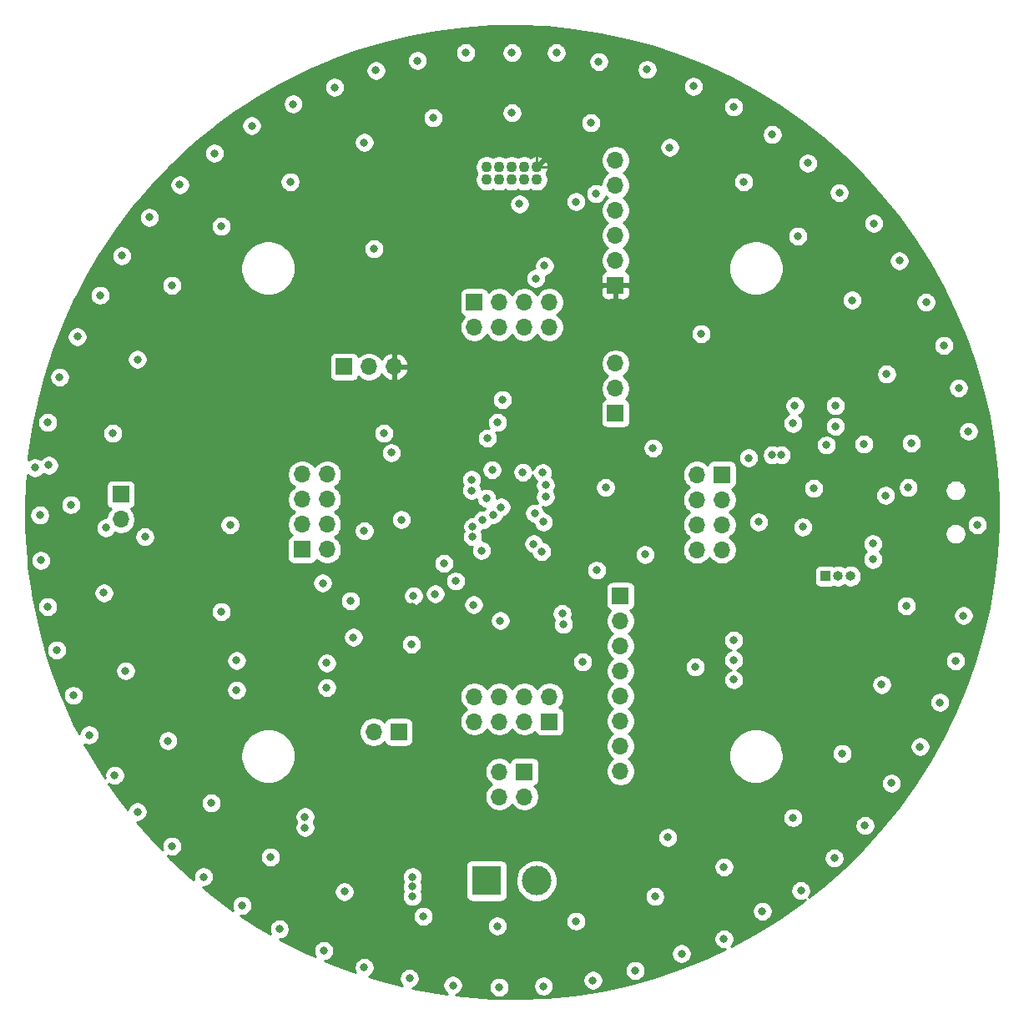
<source format=gbr>
G04 #@! TF.GenerationSoftware,KiCad,Pcbnew,(5.1.5-0-10_14)*
G04 #@! TF.CreationDate,2020-09-03T18:46:32+03:00*
G04 #@! TF.ProjectId,main,6d61696e-2e6b-4696-9361-645f70636258,rev?*
G04 #@! TF.SameCoordinates,Original*
G04 #@! TF.FileFunction,Copper,L2,Inr*
G04 #@! TF.FilePolarity,Positive*
%FSLAX46Y46*%
G04 Gerber Fmt 4.6, Leading zero omitted, Abs format (unit mm)*
G04 Created by KiCad (PCBNEW (5.1.5-0-10_14)) date 2020-09-03 18:46:32*
%MOMM*%
%LPD*%
G04 APERTURE LIST*
%ADD10O,1.700000X1.700000*%
%ADD11R,1.700000X1.700000*%
%ADD12O,1.000000X1.000000*%
%ADD13R,1.000000X1.000000*%
%ADD14C,3.000000*%
%ADD15R,3.000000X3.000000*%
%ADD16C,1.100000*%
%ADD17C,0.800000*%
%ADD18C,0.250000*%
%ADD19C,0.254000*%
G04 APERTURE END LIST*
D10*
X135960000Y-122300000D03*
D11*
X138500000Y-122300000D03*
D10*
X161000000Y-126280000D03*
X161000000Y-123740000D03*
X161000000Y-121200000D03*
X161000000Y-118660000D03*
X161000000Y-116120000D03*
X161000000Y-113580000D03*
X161000000Y-111040000D03*
D11*
X161000000Y-108500000D03*
D10*
X138040000Y-85250000D03*
X135500000Y-85250000D03*
D11*
X132960000Y-85250000D03*
D10*
X131240000Y-96180000D03*
X128700000Y-96180000D03*
X131240000Y-98720000D03*
X128700000Y-98720000D03*
X131240000Y-101260000D03*
X128700000Y-101260000D03*
X131240000Y-103800000D03*
D11*
X128700000Y-103800000D03*
D10*
X146180000Y-118710000D03*
X146180000Y-121250000D03*
X148720000Y-118710000D03*
X148720000Y-121250000D03*
X151260000Y-118710000D03*
X151260000Y-121250000D03*
X153800000Y-118710000D03*
D11*
X153800000Y-121250000D03*
D10*
X168760000Y-103820000D03*
X171300000Y-103820000D03*
X168760000Y-101280000D03*
X171300000Y-101280000D03*
X168760000Y-98740000D03*
X171300000Y-98740000D03*
X168760000Y-96200000D03*
D11*
X171300000Y-96200000D03*
D10*
X153790000Y-81240000D03*
X153790000Y-78700000D03*
X151250000Y-81240000D03*
X151250000Y-78700000D03*
X148710000Y-81240000D03*
X148710000Y-78700000D03*
X146170000Y-81240000D03*
D11*
X146170000Y-78700000D03*
D12*
X184340000Y-106500000D03*
X183070000Y-106500000D03*
D13*
X181800000Y-106500000D03*
D10*
X160500000Y-84920000D03*
X160500000Y-87460000D03*
D11*
X160500000Y-90000000D03*
D10*
X110300000Y-100740000D03*
D11*
X110300000Y-98200000D03*
D10*
X160500000Y-64300000D03*
X160500000Y-66840000D03*
X160500000Y-69380000D03*
X160500000Y-71920000D03*
X160500000Y-74460000D03*
D11*
X160500000Y-77000000D03*
D14*
X152480000Y-137400000D03*
D15*
X147400000Y-137400000D03*
D10*
X148710000Y-128870000D03*
X151250000Y-128870000D03*
X148710000Y-126330000D03*
D11*
X151250000Y-126330000D03*
D16*
X147420000Y-66270000D03*
X147420000Y-65000000D03*
X148690000Y-66270000D03*
X148690000Y-65000000D03*
X149960000Y-66270000D03*
X149960000Y-65000000D03*
X151230000Y-66270000D03*
X151230000Y-65000000D03*
X152500000Y-66270000D03*
X152500000Y-65000000D03*
D17*
X159500000Y-97500000D03*
X122050000Y-118050000D03*
X122050000Y-115050000D03*
X138762653Y-100762653D03*
X140000000Y-108500000D03*
X109500000Y-92000000D03*
X112000000Y-84500000D03*
X115500000Y-77000000D03*
X120500000Y-71000000D03*
X127500000Y-66500000D03*
X135000000Y-62500000D03*
X142000000Y-60000000D03*
X150000000Y-59500000D03*
X158000000Y-60500000D03*
X166000000Y-63000000D03*
X173500000Y-66500000D03*
X179000000Y-72000000D03*
X184500000Y-78500000D03*
X188000000Y-86000000D03*
X190500000Y-93000000D03*
X190000000Y-109500000D03*
X187500000Y-117500000D03*
X183500000Y-124500000D03*
X178500000Y-131000000D03*
X171500000Y-136000000D03*
X164500000Y-139000000D03*
X156500000Y-141500000D03*
X148500000Y-142000000D03*
X141000000Y-141000000D03*
X133000000Y-138500000D03*
X125500000Y-135000000D03*
X119500000Y-129500000D03*
X102100000Y-100300000D03*
X102900000Y-109600000D03*
X105500000Y-118600000D03*
X109700000Y-126700000D03*
X115500000Y-133900000D03*
X122600000Y-139900000D03*
X130900000Y-144500000D03*
X139600000Y-147300000D03*
X148700000Y-148200000D03*
X158200000Y-147500000D03*
X167200000Y-144800000D03*
X175400000Y-140500000D03*
X182700000Y-135100000D03*
X188500000Y-127500000D03*
X193400000Y-119300000D03*
X195800000Y-110500000D03*
X197200000Y-101300000D03*
X196300000Y-91800000D03*
X193800000Y-83100000D03*
X189300000Y-74500000D03*
X183200000Y-67600000D03*
X176400000Y-61700000D03*
X168400000Y-56800000D03*
X158800000Y-54300000D03*
X150000000Y-53400000D03*
X140400000Y-54200000D03*
X132000000Y-56900000D03*
X123600000Y-60800000D03*
X116300000Y-66800000D03*
X110400000Y-74000000D03*
X105900000Y-82200000D03*
X102900000Y-90900000D03*
X115100000Y-123200000D03*
X110800000Y-116100000D03*
X108600000Y-108200000D03*
X108800000Y-101600000D03*
X133900000Y-112700000D03*
X139800000Y-113400000D03*
X195000000Y-115100000D03*
X191400000Y-123800000D03*
X185800000Y-131800000D03*
X179300000Y-138400000D03*
X171500000Y-143300000D03*
X162500000Y-146500000D03*
X153200000Y-148100000D03*
X144000000Y-148000000D03*
X135000000Y-146200000D03*
X126400000Y-142300000D03*
X118700000Y-137000000D03*
X112000000Y-130400000D03*
X107100000Y-122600000D03*
X103800000Y-114000000D03*
X102200000Y-104900000D03*
X101600000Y-95500000D03*
X104100000Y-86300000D03*
X108200000Y-78000000D03*
X113200000Y-70100000D03*
X119800000Y-63600000D03*
X127800000Y-58600000D03*
X136200000Y-55200000D03*
X145300000Y-53400000D03*
X154500000Y-53400000D03*
X163700000Y-55100000D03*
X172500000Y-58900000D03*
X180000000Y-64600000D03*
X186700000Y-70700000D03*
X192000000Y-78700000D03*
X195300000Y-87400000D03*
X155100000Y-110300000D03*
X135000000Y-101899989D03*
X137750000Y-93974990D03*
X172500000Y-117000000D03*
X172500000Y-115000000D03*
X172500000Y-113000000D03*
X179500000Y-101500000D03*
X181900000Y-93200000D03*
X190200000Y-97500000D03*
X187900000Y-98300000D03*
X186600000Y-104800000D03*
X176400000Y-94200000D03*
X177300000Y-94200000D03*
X133600000Y-109000000D03*
X153000000Y-104000000D03*
X145998538Y-102474821D03*
X120500000Y-110100000D03*
X121400000Y-101300000D03*
X136000000Y-73300000D03*
X169200000Y-81900000D03*
X168600000Y-115700000D03*
X165800000Y-133000000D03*
X164300000Y-93500000D03*
X146100000Y-109400000D03*
X178500000Y-91000000D03*
X178700000Y-89200000D03*
X147500000Y-92500000D03*
X129000000Y-132000000D03*
X129000000Y-130900000D03*
X159500000Y-95500000D03*
X113100000Y-95500000D03*
X155100000Y-108000000D03*
X180600000Y-115600000D03*
X180600000Y-114400000D03*
X142700000Y-95800000D03*
X148200000Y-109400000D03*
X139900000Y-109600000D03*
X143600000Y-92700000D03*
X158500000Y-67700000D03*
X130800000Y-107200000D03*
X112750000Y-102500000D03*
X105250000Y-99250000D03*
X103000000Y-95250000D03*
X142200000Y-108300000D03*
X131200000Y-115300000D03*
X143100000Y-105200000D03*
X131200000Y-117800000D03*
X156500000Y-68500000D03*
X150750000Y-68750000D03*
X151100000Y-95950000D03*
X153300002Y-75000000D03*
X153100000Y-96000000D03*
X152400000Y-76300000D03*
X137000000Y-92000000D03*
X174000000Y-94500000D03*
X175000000Y-101000000D03*
X139900000Y-139000000D03*
X139900000Y-137000000D03*
X139900000Y-138000000D03*
X147975010Y-95700000D03*
X149025000Y-88600000D03*
X153400000Y-98450000D03*
X144274990Y-107000000D03*
X147000000Y-100800000D03*
X148900000Y-99500000D03*
X185700000Y-93100000D03*
X186600000Y-103200000D03*
X180600000Y-97600000D03*
X182800000Y-89200000D03*
X182800000Y-91300000D03*
X153400000Y-97250000D03*
X146899996Y-103900000D03*
X148525000Y-90900000D03*
X147408346Y-98594405D03*
X148100000Y-100250000D03*
X146018543Y-101475010D03*
X145900000Y-97800000D03*
X163500000Y-104300000D03*
X145900000Y-96700000D03*
X158575000Y-105900000D03*
X152200000Y-103225000D03*
X157174990Y-115200002D03*
X155200000Y-111400000D03*
X148800000Y-110999992D03*
X153200000Y-101000000D03*
X152300000Y-100100002D03*
D18*
X152500000Y-65000000D02*
X153900000Y-65000000D01*
X152500000Y-65000000D02*
X152500000Y-63700000D01*
D19*
G36*
X153488218Y-50783459D02*
G01*
X156267059Y-51059633D01*
X159025825Y-51492577D01*
X161755679Y-52080906D01*
X164447876Y-52822733D01*
X167093791Y-53715684D01*
X169684950Y-54756897D01*
X172213053Y-55943038D01*
X174670000Y-57270307D01*
X177047922Y-58734451D01*
X179339201Y-60330782D01*
X181536498Y-62054185D01*
X183632774Y-63899139D01*
X185621314Y-65859736D01*
X187495748Y-67929695D01*
X189250072Y-70102384D01*
X190878666Y-72370844D01*
X192376314Y-74727809D01*
X193738217Y-77165728D01*
X194960014Y-79676792D01*
X196037790Y-82252958D01*
X196968093Y-84885973D01*
X197747944Y-87567402D01*
X198374843Y-90288657D01*
X198846783Y-93041021D01*
X199162252Y-95815676D01*
X199320240Y-98603734D01*
X199320240Y-101396266D01*
X199162252Y-104184324D01*
X198846783Y-106958979D01*
X198374843Y-109711343D01*
X197747944Y-112432598D01*
X196968093Y-115114027D01*
X196037790Y-117747042D01*
X194960014Y-120323208D01*
X193738217Y-122834272D01*
X192376314Y-125272191D01*
X190878666Y-127629156D01*
X189250072Y-129897616D01*
X187495748Y-132070305D01*
X185621314Y-134140264D01*
X183632774Y-136100861D01*
X181536498Y-137945815D01*
X180059241Y-139104470D01*
X180103937Y-139059774D01*
X180217205Y-138890256D01*
X180295226Y-138701898D01*
X180335000Y-138501939D01*
X180335000Y-138298061D01*
X180295226Y-138098102D01*
X180217205Y-137909744D01*
X180103937Y-137740226D01*
X179959774Y-137596063D01*
X179790256Y-137482795D01*
X179601898Y-137404774D01*
X179401939Y-137365000D01*
X179198061Y-137365000D01*
X178998102Y-137404774D01*
X178809744Y-137482795D01*
X178640226Y-137596063D01*
X178496063Y-137740226D01*
X178382795Y-137909744D01*
X178304774Y-138098102D01*
X178265000Y-138298061D01*
X178265000Y-138501939D01*
X178304774Y-138701898D01*
X178382795Y-138890256D01*
X178496063Y-139059774D01*
X178640226Y-139203937D01*
X178809744Y-139317205D01*
X178998102Y-139395226D01*
X179198061Y-139435000D01*
X179401939Y-139435000D01*
X179601898Y-139395226D01*
X179785494Y-139319177D01*
X179339201Y-139669218D01*
X177047922Y-141265549D01*
X174670000Y-142729693D01*
X172213053Y-144056962D01*
X172201177Y-144062534D01*
X172303937Y-143959774D01*
X172417205Y-143790256D01*
X172495226Y-143601898D01*
X172535000Y-143401939D01*
X172535000Y-143198061D01*
X172495226Y-142998102D01*
X172417205Y-142809744D01*
X172303937Y-142640226D01*
X172159774Y-142496063D01*
X171990256Y-142382795D01*
X171801898Y-142304774D01*
X171601939Y-142265000D01*
X171398061Y-142265000D01*
X171198102Y-142304774D01*
X171009744Y-142382795D01*
X170840226Y-142496063D01*
X170696063Y-142640226D01*
X170582795Y-142809744D01*
X170504774Y-142998102D01*
X170465000Y-143198061D01*
X170465000Y-143401939D01*
X170504774Y-143601898D01*
X170582795Y-143790256D01*
X170696063Y-143959774D01*
X170840226Y-144103937D01*
X171009744Y-144217205D01*
X171198102Y-144295226D01*
X171398061Y-144335000D01*
X171601939Y-144335000D01*
X171634076Y-144328608D01*
X169684950Y-145243103D01*
X167093791Y-146284316D01*
X164447876Y-147177267D01*
X161755679Y-147919094D01*
X159025825Y-148507423D01*
X156267059Y-148940367D01*
X153488218Y-149216541D01*
X150698203Y-149335060D01*
X147905951Y-149295543D01*
X145120407Y-149098118D01*
X144305443Y-148993758D01*
X144490256Y-148917205D01*
X144659774Y-148803937D01*
X144803937Y-148659774D01*
X144917205Y-148490256D01*
X144995226Y-148301898D01*
X145035000Y-148101939D01*
X145035000Y-148098061D01*
X147665000Y-148098061D01*
X147665000Y-148301939D01*
X147704774Y-148501898D01*
X147782795Y-148690256D01*
X147896063Y-148859774D01*
X148040226Y-149003937D01*
X148209744Y-149117205D01*
X148398102Y-149195226D01*
X148598061Y-149235000D01*
X148801939Y-149235000D01*
X149001898Y-149195226D01*
X149190256Y-149117205D01*
X149359774Y-149003937D01*
X149503937Y-148859774D01*
X149617205Y-148690256D01*
X149695226Y-148501898D01*
X149735000Y-148301939D01*
X149735000Y-148098061D01*
X149715109Y-147998061D01*
X152165000Y-147998061D01*
X152165000Y-148201939D01*
X152204774Y-148401898D01*
X152282795Y-148590256D01*
X152396063Y-148759774D01*
X152540226Y-148903937D01*
X152709744Y-149017205D01*
X152898102Y-149095226D01*
X153098061Y-149135000D01*
X153301939Y-149135000D01*
X153501898Y-149095226D01*
X153690256Y-149017205D01*
X153859774Y-148903937D01*
X154003937Y-148759774D01*
X154117205Y-148590256D01*
X154195226Y-148401898D01*
X154235000Y-148201939D01*
X154235000Y-147998061D01*
X154195226Y-147798102D01*
X154117205Y-147609744D01*
X154003937Y-147440226D01*
X153961772Y-147398061D01*
X157165000Y-147398061D01*
X157165000Y-147601939D01*
X157204774Y-147801898D01*
X157282795Y-147990256D01*
X157396063Y-148159774D01*
X157540226Y-148303937D01*
X157709744Y-148417205D01*
X157898102Y-148495226D01*
X158098061Y-148535000D01*
X158301939Y-148535000D01*
X158501898Y-148495226D01*
X158690256Y-148417205D01*
X158859774Y-148303937D01*
X159003937Y-148159774D01*
X159117205Y-147990256D01*
X159195226Y-147801898D01*
X159235000Y-147601939D01*
X159235000Y-147398061D01*
X159195226Y-147198102D01*
X159117205Y-147009744D01*
X159003937Y-146840226D01*
X158859774Y-146696063D01*
X158690256Y-146582795D01*
X158501898Y-146504774D01*
X158301939Y-146465000D01*
X158098061Y-146465000D01*
X157898102Y-146504774D01*
X157709744Y-146582795D01*
X157540226Y-146696063D01*
X157396063Y-146840226D01*
X157282795Y-147009744D01*
X157204774Y-147198102D01*
X157165000Y-147398061D01*
X153961772Y-147398061D01*
X153859774Y-147296063D01*
X153690256Y-147182795D01*
X153501898Y-147104774D01*
X153301939Y-147065000D01*
X153098061Y-147065000D01*
X152898102Y-147104774D01*
X152709744Y-147182795D01*
X152540226Y-147296063D01*
X152396063Y-147440226D01*
X152282795Y-147609744D01*
X152204774Y-147798102D01*
X152165000Y-147998061D01*
X149715109Y-147998061D01*
X149695226Y-147898102D01*
X149617205Y-147709744D01*
X149503937Y-147540226D01*
X149359774Y-147396063D01*
X149190256Y-147282795D01*
X149001898Y-147204774D01*
X148801939Y-147165000D01*
X148598061Y-147165000D01*
X148398102Y-147204774D01*
X148209744Y-147282795D01*
X148040226Y-147396063D01*
X147896063Y-147540226D01*
X147782795Y-147709744D01*
X147704774Y-147898102D01*
X147665000Y-148098061D01*
X145035000Y-148098061D01*
X145035000Y-147898061D01*
X144995226Y-147698102D01*
X144917205Y-147509744D01*
X144803937Y-147340226D01*
X144659774Y-147196063D01*
X144490256Y-147082795D01*
X144301898Y-147004774D01*
X144101939Y-146965000D01*
X143898061Y-146965000D01*
X143698102Y-147004774D01*
X143509744Y-147082795D01*
X143340226Y-147196063D01*
X143196063Y-147340226D01*
X143082795Y-147509744D01*
X143004774Y-147698102D01*
X142965000Y-147898061D01*
X142965000Y-148101939D01*
X143004774Y-148301898D01*
X143082795Y-148490256D01*
X143196063Y-148659774D01*
X143340226Y-148803937D01*
X143462828Y-148885857D01*
X142350494Y-148743417D01*
X139914263Y-148290104D01*
X140090256Y-148217205D01*
X140259774Y-148103937D01*
X140403937Y-147959774D01*
X140517205Y-147790256D01*
X140595226Y-147601898D01*
X140635000Y-147401939D01*
X140635000Y-147198061D01*
X140595226Y-146998102D01*
X140517205Y-146809744D01*
X140403937Y-146640226D01*
X140259774Y-146496063D01*
X140113104Y-146398061D01*
X161465000Y-146398061D01*
X161465000Y-146601939D01*
X161504774Y-146801898D01*
X161582795Y-146990256D01*
X161696063Y-147159774D01*
X161840226Y-147303937D01*
X162009744Y-147417205D01*
X162198102Y-147495226D01*
X162398061Y-147535000D01*
X162601939Y-147535000D01*
X162801898Y-147495226D01*
X162990256Y-147417205D01*
X163159774Y-147303937D01*
X163303937Y-147159774D01*
X163417205Y-146990256D01*
X163495226Y-146801898D01*
X163535000Y-146601939D01*
X163535000Y-146398061D01*
X163495226Y-146198102D01*
X163417205Y-146009744D01*
X163303937Y-145840226D01*
X163159774Y-145696063D01*
X162990256Y-145582795D01*
X162801898Y-145504774D01*
X162601939Y-145465000D01*
X162398061Y-145465000D01*
X162198102Y-145504774D01*
X162009744Y-145582795D01*
X161840226Y-145696063D01*
X161696063Y-145840226D01*
X161582795Y-146009744D01*
X161504774Y-146198102D01*
X161465000Y-146398061D01*
X140113104Y-146398061D01*
X140090256Y-146382795D01*
X139901898Y-146304774D01*
X139701939Y-146265000D01*
X139498061Y-146265000D01*
X139298102Y-146304774D01*
X139109744Y-146382795D01*
X138940226Y-146496063D01*
X138796063Y-146640226D01*
X138682795Y-146809744D01*
X138604774Y-146998102D01*
X138565000Y-147198061D01*
X138565000Y-147401939D01*
X138604774Y-147601898D01*
X138682795Y-147790256D01*
X138796063Y-147959774D01*
X138894554Y-148058265D01*
X136892974Y-147567231D01*
X135461874Y-147128961D01*
X135490256Y-147117205D01*
X135659774Y-147003937D01*
X135803937Y-146859774D01*
X135917205Y-146690256D01*
X135995226Y-146501898D01*
X136035000Y-146301939D01*
X136035000Y-146098061D01*
X135995226Y-145898102D01*
X135917205Y-145709744D01*
X135803937Y-145540226D01*
X135659774Y-145396063D01*
X135490256Y-145282795D01*
X135301898Y-145204774D01*
X135101939Y-145165000D01*
X134898061Y-145165000D01*
X134698102Y-145204774D01*
X134509744Y-145282795D01*
X134340226Y-145396063D01*
X134196063Y-145540226D01*
X134082795Y-145709744D01*
X134004774Y-145898102D01*
X133965000Y-146098061D01*
X133965000Y-146301939D01*
X134004774Y-146501898D01*
X134082795Y-146690256D01*
X134089478Y-146700258D01*
X131603261Y-145782045D01*
X131024945Y-145530424D01*
X131201898Y-145495226D01*
X131390256Y-145417205D01*
X131559774Y-145303937D01*
X131703937Y-145159774D01*
X131817205Y-144990256D01*
X131895226Y-144801898D01*
X131915880Y-144698061D01*
X166165000Y-144698061D01*
X166165000Y-144901939D01*
X166204774Y-145101898D01*
X166282795Y-145290256D01*
X166396063Y-145459774D01*
X166540226Y-145603937D01*
X166709744Y-145717205D01*
X166898102Y-145795226D01*
X167098061Y-145835000D01*
X167301939Y-145835000D01*
X167501898Y-145795226D01*
X167690256Y-145717205D01*
X167859774Y-145603937D01*
X168003937Y-145459774D01*
X168117205Y-145290256D01*
X168195226Y-145101898D01*
X168235000Y-144901939D01*
X168235000Y-144698061D01*
X168195226Y-144498102D01*
X168117205Y-144309744D01*
X168003937Y-144140226D01*
X167859774Y-143996063D01*
X167690256Y-143882795D01*
X167501898Y-143804774D01*
X167301939Y-143765000D01*
X167098061Y-143765000D01*
X166898102Y-143804774D01*
X166709744Y-143882795D01*
X166540226Y-143996063D01*
X166396063Y-144140226D01*
X166282795Y-144309744D01*
X166204774Y-144498102D01*
X166165000Y-144698061D01*
X131915880Y-144698061D01*
X131935000Y-144601939D01*
X131935000Y-144398061D01*
X131895226Y-144198102D01*
X131817205Y-144009744D01*
X131703937Y-143840226D01*
X131559774Y-143696063D01*
X131390256Y-143582795D01*
X131201898Y-143504774D01*
X131001939Y-143465000D01*
X130798061Y-143465000D01*
X130598102Y-143504774D01*
X130409744Y-143582795D01*
X130240226Y-143696063D01*
X130096063Y-143840226D01*
X129982795Y-144009744D01*
X129904774Y-144198102D01*
X129865000Y-144398061D01*
X129865000Y-144601939D01*
X129904774Y-144801898D01*
X129982795Y-144990256D01*
X130064504Y-145112542D01*
X129042605Y-144667921D01*
X126549082Y-143410713D01*
X126417943Y-143335000D01*
X126501939Y-143335000D01*
X126701898Y-143295226D01*
X126890256Y-143217205D01*
X127059774Y-143103937D01*
X127203937Y-142959774D01*
X127317205Y-142790256D01*
X127395226Y-142601898D01*
X127435000Y-142401939D01*
X127435000Y-142198061D01*
X127395226Y-141998102D01*
X127317205Y-141809744D01*
X127203937Y-141640226D01*
X127059774Y-141496063D01*
X126890256Y-141382795D01*
X126701898Y-141304774D01*
X126501939Y-141265000D01*
X126298061Y-141265000D01*
X126098102Y-141304774D01*
X125909744Y-141382795D01*
X125740226Y-141496063D01*
X125596063Y-141640226D01*
X125482795Y-141809744D01*
X125404774Y-141998102D01*
X125365000Y-142198061D01*
X125365000Y-142401939D01*
X125404774Y-142601898D01*
X125482795Y-142790256D01*
X125488056Y-142798130D01*
X124130679Y-142014448D01*
X122477621Y-140930934D01*
X122498061Y-140935000D01*
X122701939Y-140935000D01*
X122887645Y-140898061D01*
X139965000Y-140898061D01*
X139965000Y-141101939D01*
X140004774Y-141301898D01*
X140082795Y-141490256D01*
X140196063Y-141659774D01*
X140340226Y-141803937D01*
X140509744Y-141917205D01*
X140698102Y-141995226D01*
X140898061Y-142035000D01*
X141101939Y-142035000D01*
X141301898Y-141995226D01*
X141490256Y-141917205D01*
X141518907Y-141898061D01*
X147465000Y-141898061D01*
X147465000Y-142101939D01*
X147504774Y-142301898D01*
X147582795Y-142490256D01*
X147696063Y-142659774D01*
X147840226Y-142803937D01*
X148009744Y-142917205D01*
X148198102Y-142995226D01*
X148398061Y-143035000D01*
X148601939Y-143035000D01*
X148801898Y-142995226D01*
X148990256Y-142917205D01*
X149159774Y-142803937D01*
X149303937Y-142659774D01*
X149417205Y-142490256D01*
X149495226Y-142301898D01*
X149535000Y-142101939D01*
X149535000Y-141898061D01*
X149495226Y-141698102D01*
X149417205Y-141509744D01*
X149342582Y-141398061D01*
X155465000Y-141398061D01*
X155465000Y-141601939D01*
X155504774Y-141801898D01*
X155582795Y-141990256D01*
X155696063Y-142159774D01*
X155840226Y-142303937D01*
X156009744Y-142417205D01*
X156198102Y-142495226D01*
X156398061Y-142535000D01*
X156601939Y-142535000D01*
X156801898Y-142495226D01*
X156990256Y-142417205D01*
X157159774Y-142303937D01*
X157303937Y-142159774D01*
X157417205Y-141990256D01*
X157495226Y-141801898D01*
X157535000Y-141601939D01*
X157535000Y-141398061D01*
X157495226Y-141198102D01*
X157417205Y-141009744D01*
X157303937Y-140840226D01*
X157159774Y-140696063D01*
X156990256Y-140582795D01*
X156801898Y-140504774D01*
X156601939Y-140465000D01*
X156398061Y-140465000D01*
X156198102Y-140504774D01*
X156009744Y-140582795D01*
X155840226Y-140696063D01*
X155696063Y-140840226D01*
X155582795Y-141009744D01*
X155504774Y-141198102D01*
X155465000Y-141398061D01*
X149342582Y-141398061D01*
X149303937Y-141340226D01*
X149159774Y-141196063D01*
X148990256Y-141082795D01*
X148801898Y-141004774D01*
X148601939Y-140965000D01*
X148398061Y-140965000D01*
X148198102Y-141004774D01*
X148009744Y-141082795D01*
X147840226Y-141196063D01*
X147696063Y-141340226D01*
X147582795Y-141509744D01*
X147504774Y-141698102D01*
X147465000Y-141898061D01*
X141518907Y-141898061D01*
X141659774Y-141803937D01*
X141803937Y-141659774D01*
X141917205Y-141490256D01*
X141995226Y-141301898D01*
X142035000Y-141101939D01*
X142035000Y-140898061D01*
X141995226Y-140698102D01*
X141917205Y-140509744D01*
X141842582Y-140398061D01*
X174365000Y-140398061D01*
X174365000Y-140601939D01*
X174404774Y-140801898D01*
X174482795Y-140990256D01*
X174596063Y-141159774D01*
X174740226Y-141303937D01*
X174909744Y-141417205D01*
X175098102Y-141495226D01*
X175298061Y-141535000D01*
X175501939Y-141535000D01*
X175701898Y-141495226D01*
X175890256Y-141417205D01*
X176059774Y-141303937D01*
X176203937Y-141159774D01*
X176317205Y-140990256D01*
X176395226Y-140801898D01*
X176435000Y-140601939D01*
X176435000Y-140398061D01*
X176395226Y-140198102D01*
X176317205Y-140009744D01*
X176203937Y-139840226D01*
X176059774Y-139696063D01*
X175890256Y-139582795D01*
X175701898Y-139504774D01*
X175501939Y-139465000D01*
X175298061Y-139465000D01*
X175098102Y-139504774D01*
X174909744Y-139582795D01*
X174740226Y-139696063D01*
X174596063Y-139840226D01*
X174482795Y-140009744D01*
X174404774Y-140198102D01*
X174365000Y-140398061D01*
X141842582Y-140398061D01*
X141803937Y-140340226D01*
X141659774Y-140196063D01*
X141490256Y-140082795D01*
X141301898Y-140004774D01*
X141101939Y-139965000D01*
X140898061Y-139965000D01*
X140698102Y-140004774D01*
X140509744Y-140082795D01*
X140340226Y-140196063D01*
X140196063Y-140340226D01*
X140082795Y-140509744D01*
X140004774Y-140698102D01*
X139965000Y-140898061D01*
X122887645Y-140898061D01*
X122901898Y-140895226D01*
X123090256Y-140817205D01*
X123259774Y-140703937D01*
X123403937Y-140559774D01*
X123517205Y-140390256D01*
X123595226Y-140201898D01*
X123635000Y-140001939D01*
X123635000Y-139798061D01*
X123595226Y-139598102D01*
X123517205Y-139409744D01*
X123403937Y-139240226D01*
X123259774Y-139096063D01*
X123090256Y-138982795D01*
X122901898Y-138904774D01*
X122701939Y-138865000D01*
X122498061Y-138865000D01*
X122298102Y-138904774D01*
X122109744Y-138982795D01*
X121940226Y-139096063D01*
X121796063Y-139240226D01*
X121682795Y-139409744D01*
X121604774Y-139598102D01*
X121565000Y-139798061D01*
X121565000Y-140001939D01*
X121604774Y-140201898D01*
X121682795Y-140390256D01*
X121696334Y-140410518D01*
X119549956Y-138823065D01*
X119038576Y-138398061D01*
X131965000Y-138398061D01*
X131965000Y-138601939D01*
X132004774Y-138801898D01*
X132082795Y-138990256D01*
X132196063Y-139159774D01*
X132340226Y-139303937D01*
X132509744Y-139417205D01*
X132698102Y-139495226D01*
X132898061Y-139535000D01*
X133101939Y-139535000D01*
X133301898Y-139495226D01*
X133490256Y-139417205D01*
X133659774Y-139303937D01*
X133803937Y-139159774D01*
X133917205Y-138990256D01*
X133995226Y-138801898D01*
X134035000Y-138601939D01*
X134035000Y-138398061D01*
X133995226Y-138198102D01*
X133917205Y-138009744D01*
X133803937Y-137840226D01*
X133659774Y-137696063D01*
X133490256Y-137582795D01*
X133301898Y-137504774D01*
X133101939Y-137465000D01*
X132898061Y-137465000D01*
X132698102Y-137504774D01*
X132509744Y-137582795D01*
X132340226Y-137696063D01*
X132196063Y-137840226D01*
X132082795Y-138009744D01*
X132004774Y-138198102D01*
X131965000Y-138398061D01*
X119038576Y-138398061D01*
X118601728Y-138035000D01*
X118801939Y-138035000D01*
X119001898Y-137995226D01*
X119190256Y-137917205D01*
X119359774Y-137803937D01*
X119503937Y-137659774D01*
X119617205Y-137490256D01*
X119695226Y-137301898D01*
X119735000Y-137101939D01*
X119735000Y-136898061D01*
X138865000Y-136898061D01*
X138865000Y-137101939D01*
X138904774Y-137301898D01*
X138982795Y-137490256D01*
X138989306Y-137500000D01*
X138982795Y-137509744D01*
X138904774Y-137698102D01*
X138865000Y-137898061D01*
X138865000Y-138101939D01*
X138904774Y-138301898D01*
X138982795Y-138490256D01*
X138989306Y-138500000D01*
X138982795Y-138509744D01*
X138904774Y-138698102D01*
X138865000Y-138898061D01*
X138865000Y-139101939D01*
X138904774Y-139301898D01*
X138982795Y-139490256D01*
X139096063Y-139659774D01*
X139240226Y-139803937D01*
X139409744Y-139917205D01*
X139598102Y-139995226D01*
X139798061Y-140035000D01*
X140001939Y-140035000D01*
X140201898Y-139995226D01*
X140390256Y-139917205D01*
X140559774Y-139803937D01*
X140703937Y-139659774D01*
X140817205Y-139490256D01*
X140895226Y-139301898D01*
X140935000Y-139101939D01*
X140935000Y-138898061D01*
X140895226Y-138698102D01*
X140817205Y-138509744D01*
X140810694Y-138500000D01*
X140817205Y-138490256D01*
X140895226Y-138301898D01*
X140935000Y-138101939D01*
X140935000Y-137898061D01*
X140895226Y-137698102D01*
X140817205Y-137509744D01*
X140810694Y-137500000D01*
X140817205Y-137490256D01*
X140895226Y-137301898D01*
X140935000Y-137101939D01*
X140935000Y-136898061D01*
X140895226Y-136698102D01*
X140817205Y-136509744D01*
X140703937Y-136340226D01*
X140559774Y-136196063D01*
X140390256Y-136082795D01*
X140201898Y-136004774D01*
X140001939Y-135965000D01*
X139798061Y-135965000D01*
X139598102Y-136004774D01*
X139409744Y-136082795D01*
X139240226Y-136196063D01*
X139096063Y-136340226D01*
X138982795Y-136509744D01*
X138904774Y-136698102D01*
X138865000Y-136898061D01*
X119735000Y-136898061D01*
X119695226Y-136698102D01*
X119617205Y-136509744D01*
X119503937Y-136340226D01*
X119359774Y-136196063D01*
X119190256Y-136082795D01*
X119001898Y-136004774D01*
X118801939Y-135965000D01*
X118598061Y-135965000D01*
X118398102Y-136004774D01*
X118209744Y-136082795D01*
X118040226Y-136196063D01*
X117896063Y-136340226D01*
X117782795Y-136509744D01*
X117704774Y-136698102D01*
X117665000Y-136898061D01*
X117665000Y-137101939D01*
X117701831Y-137287102D01*
X117402309Y-137038172D01*
X115359083Y-135134633D01*
X115084551Y-134848191D01*
X115198102Y-134895226D01*
X115398061Y-134935000D01*
X115601939Y-134935000D01*
X115787645Y-134898061D01*
X124465000Y-134898061D01*
X124465000Y-135101939D01*
X124504774Y-135301898D01*
X124582795Y-135490256D01*
X124696063Y-135659774D01*
X124840226Y-135803937D01*
X125009744Y-135917205D01*
X125198102Y-135995226D01*
X125398061Y-136035000D01*
X125601939Y-136035000D01*
X125801898Y-135995226D01*
X125990256Y-135917205D01*
X126016005Y-135900000D01*
X145261928Y-135900000D01*
X145261928Y-138900000D01*
X145274188Y-139024482D01*
X145310498Y-139144180D01*
X145369463Y-139254494D01*
X145448815Y-139351185D01*
X145545506Y-139430537D01*
X145655820Y-139489502D01*
X145775518Y-139525812D01*
X145900000Y-139538072D01*
X148900000Y-139538072D01*
X149024482Y-139525812D01*
X149144180Y-139489502D01*
X149254494Y-139430537D01*
X149351185Y-139351185D01*
X149430537Y-139254494D01*
X149489502Y-139144180D01*
X149525812Y-139024482D01*
X149538072Y-138900000D01*
X149538072Y-137189721D01*
X150345000Y-137189721D01*
X150345000Y-137610279D01*
X150427047Y-138022756D01*
X150587988Y-138411302D01*
X150821637Y-138760983D01*
X151119017Y-139058363D01*
X151468698Y-139292012D01*
X151857244Y-139452953D01*
X152269721Y-139535000D01*
X152690279Y-139535000D01*
X153102756Y-139452953D01*
X153491302Y-139292012D01*
X153840983Y-139058363D01*
X154001285Y-138898061D01*
X163465000Y-138898061D01*
X163465000Y-139101939D01*
X163504774Y-139301898D01*
X163582795Y-139490256D01*
X163696063Y-139659774D01*
X163840226Y-139803937D01*
X164009744Y-139917205D01*
X164198102Y-139995226D01*
X164398061Y-140035000D01*
X164601939Y-140035000D01*
X164801898Y-139995226D01*
X164990256Y-139917205D01*
X165159774Y-139803937D01*
X165303937Y-139659774D01*
X165417205Y-139490256D01*
X165495226Y-139301898D01*
X165535000Y-139101939D01*
X165535000Y-138898061D01*
X165495226Y-138698102D01*
X165417205Y-138509744D01*
X165303937Y-138340226D01*
X165159774Y-138196063D01*
X164990256Y-138082795D01*
X164801898Y-138004774D01*
X164601939Y-137965000D01*
X164398061Y-137965000D01*
X164198102Y-138004774D01*
X164009744Y-138082795D01*
X163840226Y-138196063D01*
X163696063Y-138340226D01*
X163582795Y-138509744D01*
X163504774Y-138698102D01*
X163465000Y-138898061D01*
X154001285Y-138898061D01*
X154138363Y-138760983D01*
X154372012Y-138411302D01*
X154532953Y-138022756D01*
X154615000Y-137610279D01*
X154615000Y-137189721D01*
X154532953Y-136777244D01*
X154372012Y-136388698D01*
X154138363Y-136039017D01*
X153997407Y-135898061D01*
X170465000Y-135898061D01*
X170465000Y-136101939D01*
X170504774Y-136301898D01*
X170582795Y-136490256D01*
X170696063Y-136659774D01*
X170840226Y-136803937D01*
X171009744Y-136917205D01*
X171198102Y-136995226D01*
X171398061Y-137035000D01*
X171601939Y-137035000D01*
X171801898Y-136995226D01*
X171990256Y-136917205D01*
X172159774Y-136803937D01*
X172303937Y-136659774D01*
X172417205Y-136490256D01*
X172495226Y-136301898D01*
X172535000Y-136101939D01*
X172535000Y-135898061D01*
X172495226Y-135698102D01*
X172417205Y-135509744D01*
X172303937Y-135340226D01*
X172159774Y-135196063D01*
X171990256Y-135082795D01*
X171801898Y-135004774D01*
X171768150Y-134998061D01*
X181665000Y-134998061D01*
X181665000Y-135201939D01*
X181704774Y-135401898D01*
X181782795Y-135590256D01*
X181896063Y-135759774D01*
X182040226Y-135903937D01*
X182209744Y-136017205D01*
X182398102Y-136095226D01*
X182598061Y-136135000D01*
X182801939Y-136135000D01*
X183001898Y-136095226D01*
X183190256Y-136017205D01*
X183359774Y-135903937D01*
X183503937Y-135759774D01*
X183617205Y-135590256D01*
X183695226Y-135401898D01*
X183735000Y-135201939D01*
X183735000Y-134998061D01*
X183695226Y-134798102D01*
X183617205Y-134609744D01*
X183503937Y-134440226D01*
X183359774Y-134296063D01*
X183190256Y-134182795D01*
X183001898Y-134104774D01*
X182801939Y-134065000D01*
X182598061Y-134065000D01*
X182398102Y-134104774D01*
X182209744Y-134182795D01*
X182040226Y-134296063D01*
X181896063Y-134440226D01*
X181782795Y-134609744D01*
X181704774Y-134798102D01*
X181665000Y-134998061D01*
X171768150Y-134998061D01*
X171601939Y-134965000D01*
X171398061Y-134965000D01*
X171198102Y-135004774D01*
X171009744Y-135082795D01*
X170840226Y-135196063D01*
X170696063Y-135340226D01*
X170582795Y-135509744D01*
X170504774Y-135698102D01*
X170465000Y-135898061D01*
X153997407Y-135898061D01*
X153840983Y-135741637D01*
X153491302Y-135507988D01*
X153102756Y-135347047D01*
X152690279Y-135265000D01*
X152269721Y-135265000D01*
X151857244Y-135347047D01*
X151468698Y-135507988D01*
X151119017Y-135741637D01*
X150821637Y-136039017D01*
X150587988Y-136388698D01*
X150427047Y-136777244D01*
X150345000Y-137189721D01*
X149538072Y-137189721D01*
X149538072Y-135900000D01*
X149525812Y-135775518D01*
X149489502Y-135655820D01*
X149430537Y-135545506D01*
X149351185Y-135448815D01*
X149254494Y-135369463D01*
X149144180Y-135310498D01*
X149024482Y-135274188D01*
X148900000Y-135261928D01*
X145900000Y-135261928D01*
X145775518Y-135274188D01*
X145655820Y-135310498D01*
X145545506Y-135369463D01*
X145448815Y-135448815D01*
X145369463Y-135545506D01*
X145310498Y-135655820D01*
X145274188Y-135775518D01*
X145261928Y-135900000D01*
X126016005Y-135900000D01*
X126159774Y-135803937D01*
X126303937Y-135659774D01*
X126417205Y-135490256D01*
X126495226Y-135301898D01*
X126535000Y-135101939D01*
X126535000Y-134898061D01*
X126495226Y-134698102D01*
X126417205Y-134509744D01*
X126303937Y-134340226D01*
X126159774Y-134196063D01*
X125990256Y-134082795D01*
X125801898Y-134004774D01*
X125601939Y-133965000D01*
X125398061Y-133965000D01*
X125198102Y-134004774D01*
X125009744Y-134082795D01*
X124840226Y-134196063D01*
X124696063Y-134340226D01*
X124582795Y-134509744D01*
X124504774Y-134698102D01*
X124465000Y-134898061D01*
X115787645Y-134898061D01*
X115801898Y-134895226D01*
X115990256Y-134817205D01*
X116159774Y-134703937D01*
X116303937Y-134559774D01*
X116417205Y-134390256D01*
X116495226Y-134201898D01*
X116535000Y-134001939D01*
X116535000Y-133798061D01*
X116495226Y-133598102D01*
X116417205Y-133409744D01*
X116303937Y-133240226D01*
X116159774Y-133096063D01*
X115990256Y-132982795D01*
X115801898Y-132904774D01*
X115601939Y-132865000D01*
X115398061Y-132865000D01*
X115198102Y-132904774D01*
X115009744Y-132982795D01*
X114840226Y-133096063D01*
X114696063Y-133240226D01*
X114582795Y-133409744D01*
X114504774Y-133598102D01*
X114465000Y-133798061D01*
X114465000Y-134001939D01*
X114504774Y-134201898D01*
X114534949Y-134274747D01*
X113426822Y-133118548D01*
X111986874Y-131435000D01*
X112101939Y-131435000D01*
X112301898Y-131395226D01*
X112490256Y-131317205D01*
X112659774Y-131203937D01*
X112803937Y-131059774D01*
X112917205Y-130890256D01*
X112955393Y-130798061D01*
X127965000Y-130798061D01*
X127965000Y-131001939D01*
X128004774Y-131201898D01*
X128082795Y-131390256D01*
X128122715Y-131450000D01*
X128082795Y-131509744D01*
X128004774Y-131698102D01*
X127965000Y-131898061D01*
X127965000Y-132101939D01*
X128004774Y-132301898D01*
X128082795Y-132490256D01*
X128196063Y-132659774D01*
X128340226Y-132803937D01*
X128509744Y-132917205D01*
X128698102Y-132995226D01*
X128898061Y-133035000D01*
X129101939Y-133035000D01*
X129301898Y-132995226D01*
X129490256Y-132917205D01*
X129518907Y-132898061D01*
X164765000Y-132898061D01*
X164765000Y-133101939D01*
X164804774Y-133301898D01*
X164882795Y-133490256D01*
X164996063Y-133659774D01*
X165140226Y-133803937D01*
X165309744Y-133917205D01*
X165498102Y-133995226D01*
X165698061Y-134035000D01*
X165901939Y-134035000D01*
X166101898Y-133995226D01*
X166290256Y-133917205D01*
X166459774Y-133803937D01*
X166603937Y-133659774D01*
X166717205Y-133490256D01*
X166795226Y-133301898D01*
X166835000Y-133101939D01*
X166835000Y-132898061D01*
X166795226Y-132698102D01*
X166717205Y-132509744D01*
X166603937Y-132340226D01*
X166459774Y-132196063D01*
X166290256Y-132082795D01*
X166101898Y-132004774D01*
X165901939Y-131965000D01*
X165698061Y-131965000D01*
X165498102Y-132004774D01*
X165309744Y-132082795D01*
X165140226Y-132196063D01*
X164996063Y-132340226D01*
X164882795Y-132509744D01*
X164804774Y-132698102D01*
X164765000Y-132898061D01*
X129518907Y-132898061D01*
X129659774Y-132803937D01*
X129803937Y-132659774D01*
X129917205Y-132490256D01*
X129995226Y-132301898D01*
X130035000Y-132101939D01*
X130035000Y-131898061D01*
X129995226Y-131698102D01*
X129917205Y-131509744D01*
X129877285Y-131450000D01*
X129917205Y-131390256D01*
X129995226Y-131201898D01*
X130035000Y-131001939D01*
X130035000Y-130898061D01*
X177465000Y-130898061D01*
X177465000Y-131101939D01*
X177504774Y-131301898D01*
X177582795Y-131490256D01*
X177696063Y-131659774D01*
X177840226Y-131803937D01*
X178009744Y-131917205D01*
X178198102Y-131995226D01*
X178398061Y-132035000D01*
X178601939Y-132035000D01*
X178801898Y-131995226D01*
X178990256Y-131917205D01*
X179159774Y-131803937D01*
X179265650Y-131698061D01*
X184765000Y-131698061D01*
X184765000Y-131901939D01*
X184804774Y-132101898D01*
X184882795Y-132290256D01*
X184996063Y-132459774D01*
X185140226Y-132603937D01*
X185309744Y-132717205D01*
X185498102Y-132795226D01*
X185698061Y-132835000D01*
X185901939Y-132835000D01*
X186101898Y-132795226D01*
X186290256Y-132717205D01*
X186459774Y-132603937D01*
X186603937Y-132459774D01*
X186717205Y-132290256D01*
X186795226Y-132101898D01*
X186835000Y-131901939D01*
X186835000Y-131698061D01*
X186795226Y-131498102D01*
X186717205Y-131309744D01*
X186603937Y-131140226D01*
X186459774Y-130996063D01*
X186290256Y-130882795D01*
X186101898Y-130804774D01*
X185901939Y-130765000D01*
X185698061Y-130765000D01*
X185498102Y-130804774D01*
X185309744Y-130882795D01*
X185140226Y-130996063D01*
X184996063Y-131140226D01*
X184882795Y-131309744D01*
X184804774Y-131498102D01*
X184765000Y-131698061D01*
X179265650Y-131698061D01*
X179303937Y-131659774D01*
X179417205Y-131490256D01*
X179495226Y-131301898D01*
X179535000Y-131101939D01*
X179535000Y-130898061D01*
X179495226Y-130698102D01*
X179417205Y-130509744D01*
X179303937Y-130340226D01*
X179159774Y-130196063D01*
X178990256Y-130082795D01*
X178801898Y-130004774D01*
X178601939Y-129965000D01*
X178398061Y-129965000D01*
X178198102Y-130004774D01*
X178009744Y-130082795D01*
X177840226Y-130196063D01*
X177696063Y-130340226D01*
X177582795Y-130509744D01*
X177504774Y-130698102D01*
X177465000Y-130898061D01*
X130035000Y-130898061D01*
X130035000Y-130798061D01*
X129995226Y-130598102D01*
X129917205Y-130409744D01*
X129803937Y-130240226D01*
X129659774Y-130096063D01*
X129490256Y-129982795D01*
X129301898Y-129904774D01*
X129101939Y-129865000D01*
X128898061Y-129865000D01*
X128698102Y-129904774D01*
X128509744Y-129982795D01*
X128340226Y-130096063D01*
X128196063Y-130240226D01*
X128082795Y-130409744D01*
X128004774Y-130598102D01*
X127965000Y-130798061D01*
X112955393Y-130798061D01*
X112995226Y-130701898D01*
X113035000Y-130501939D01*
X113035000Y-130298061D01*
X112995226Y-130098102D01*
X112917205Y-129909744D01*
X112803937Y-129740226D01*
X112659774Y-129596063D01*
X112490256Y-129482795D01*
X112301898Y-129404774D01*
X112268150Y-129398061D01*
X118465000Y-129398061D01*
X118465000Y-129601939D01*
X118504774Y-129801898D01*
X118582795Y-129990256D01*
X118696063Y-130159774D01*
X118840226Y-130303937D01*
X119009744Y-130417205D01*
X119198102Y-130495226D01*
X119398061Y-130535000D01*
X119601939Y-130535000D01*
X119801898Y-130495226D01*
X119990256Y-130417205D01*
X120159774Y-130303937D01*
X120303937Y-130159774D01*
X120417205Y-129990256D01*
X120495226Y-129801898D01*
X120535000Y-129601939D01*
X120535000Y-129398061D01*
X120495226Y-129198102D01*
X120417205Y-129009744D01*
X120303937Y-128840226D01*
X120159774Y-128696063D01*
X119990256Y-128582795D01*
X119801898Y-128504774D01*
X119601939Y-128465000D01*
X119398061Y-128465000D01*
X119198102Y-128504774D01*
X119009744Y-128582795D01*
X118840226Y-128696063D01*
X118696063Y-128840226D01*
X118582795Y-129009744D01*
X118504774Y-129198102D01*
X118465000Y-129398061D01*
X112268150Y-129398061D01*
X112101939Y-129365000D01*
X111898061Y-129365000D01*
X111698102Y-129404774D01*
X111509744Y-129482795D01*
X111340226Y-129596063D01*
X111196063Y-129740226D01*
X111082795Y-129909744D01*
X111004774Y-130098102D01*
X110988770Y-130178561D01*
X109919579Y-128774910D01*
X109077289Y-127528702D01*
X109209744Y-127617205D01*
X109398102Y-127695226D01*
X109598061Y-127735000D01*
X109801939Y-127735000D01*
X110001898Y-127695226D01*
X110190256Y-127617205D01*
X110359774Y-127503937D01*
X110503937Y-127359774D01*
X110617205Y-127190256D01*
X110695226Y-127001898D01*
X110735000Y-126801939D01*
X110735000Y-126598061D01*
X110695226Y-126398102D01*
X110617205Y-126209744D01*
X110503937Y-126040226D01*
X110359774Y-125896063D01*
X110190256Y-125782795D01*
X110001898Y-125704774D01*
X109801939Y-125665000D01*
X109598061Y-125665000D01*
X109398102Y-125704774D01*
X109209744Y-125782795D01*
X109040226Y-125896063D01*
X108896063Y-126040226D01*
X108782795Y-126209744D01*
X108704774Y-126398102D01*
X108665000Y-126598061D01*
X108665000Y-126801939D01*
X108697911Y-126967393D01*
X108355832Y-126461271D01*
X107170934Y-124474438D01*
X122466263Y-124474438D01*
X122466263Y-125023036D01*
X122573289Y-125561091D01*
X122783228Y-126067929D01*
X123088013Y-126524071D01*
X123475929Y-126911987D01*
X123932071Y-127216772D01*
X124438909Y-127426711D01*
X124976964Y-127533737D01*
X125525562Y-127533737D01*
X126063617Y-127426711D01*
X126570455Y-127216772D01*
X127026597Y-126911987D01*
X127414513Y-126524071D01*
X127641915Y-126183740D01*
X147225000Y-126183740D01*
X147225000Y-126476260D01*
X147282068Y-126763158D01*
X147394010Y-127033411D01*
X147556525Y-127276632D01*
X147763368Y-127483475D01*
X147937760Y-127600000D01*
X147763368Y-127716525D01*
X147556525Y-127923368D01*
X147394010Y-128166589D01*
X147282068Y-128436842D01*
X147225000Y-128723740D01*
X147225000Y-129016260D01*
X147282068Y-129303158D01*
X147394010Y-129573411D01*
X147556525Y-129816632D01*
X147763368Y-130023475D01*
X148006589Y-130185990D01*
X148276842Y-130297932D01*
X148563740Y-130355000D01*
X148856260Y-130355000D01*
X149143158Y-130297932D01*
X149413411Y-130185990D01*
X149656632Y-130023475D01*
X149863475Y-129816632D01*
X149980000Y-129642240D01*
X150096525Y-129816632D01*
X150303368Y-130023475D01*
X150546589Y-130185990D01*
X150816842Y-130297932D01*
X151103740Y-130355000D01*
X151396260Y-130355000D01*
X151683158Y-130297932D01*
X151953411Y-130185990D01*
X152196632Y-130023475D01*
X152403475Y-129816632D01*
X152565990Y-129573411D01*
X152677932Y-129303158D01*
X152735000Y-129016260D01*
X152735000Y-128723740D01*
X152677932Y-128436842D01*
X152565990Y-128166589D01*
X152403475Y-127923368D01*
X152271620Y-127791513D01*
X152344180Y-127769502D01*
X152454494Y-127710537D01*
X152551185Y-127631185D01*
X152630537Y-127534494D01*
X152689502Y-127424180D01*
X152725812Y-127304482D01*
X152738072Y-127180000D01*
X152738072Y-125480000D01*
X152725812Y-125355518D01*
X152689502Y-125235820D01*
X152630537Y-125125506D01*
X152551185Y-125028815D01*
X152454494Y-124949463D01*
X152344180Y-124890498D01*
X152224482Y-124854188D01*
X152100000Y-124841928D01*
X150400000Y-124841928D01*
X150275518Y-124854188D01*
X150155820Y-124890498D01*
X150045506Y-124949463D01*
X149948815Y-125028815D01*
X149869463Y-125125506D01*
X149810498Y-125235820D01*
X149788487Y-125308380D01*
X149656632Y-125176525D01*
X149413411Y-125014010D01*
X149143158Y-124902068D01*
X148856260Y-124845000D01*
X148563740Y-124845000D01*
X148276842Y-124902068D01*
X148006589Y-125014010D01*
X147763368Y-125176525D01*
X147556525Y-125383368D01*
X147394010Y-125626589D01*
X147282068Y-125896842D01*
X147225000Y-126183740D01*
X127641915Y-126183740D01*
X127719298Y-126067929D01*
X127929237Y-125561091D01*
X128036263Y-125023036D01*
X128036263Y-124474438D01*
X127929237Y-123936383D01*
X127719298Y-123429545D01*
X127414513Y-122973403D01*
X127026597Y-122585487D01*
X126570455Y-122280702D01*
X126263942Y-122153740D01*
X134475000Y-122153740D01*
X134475000Y-122446260D01*
X134532068Y-122733158D01*
X134644010Y-123003411D01*
X134806525Y-123246632D01*
X135013368Y-123453475D01*
X135256589Y-123615990D01*
X135526842Y-123727932D01*
X135813740Y-123785000D01*
X136106260Y-123785000D01*
X136393158Y-123727932D01*
X136663411Y-123615990D01*
X136906632Y-123453475D01*
X137038487Y-123321620D01*
X137060498Y-123394180D01*
X137119463Y-123504494D01*
X137198815Y-123601185D01*
X137295506Y-123680537D01*
X137405820Y-123739502D01*
X137525518Y-123775812D01*
X137650000Y-123788072D01*
X139350000Y-123788072D01*
X139474482Y-123775812D01*
X139594180Y-123739502D01*
X139704494Y-123680537D01*
X139801185Y-123601185D01*
X139880537Y-123504494D01*
X139939502Y-123394180D01*
X139975812Y-123274482D01*
X139988072Y-123150000D01*
X139988072Y-121450000D01*
X139975812Y-121325518D01*
X139939502Y-121205820D01*
X139880537Y-121095506D01*
X139801185Y-120998815D01*
X139704494Y-120919463D01*
X139594180Y-120860498D01*
X139474482Y-120824188D01*
X139350000Y-120811928D01*
X137650000Y-120811928D01*
X137525518Y-120824188D01*
X137405820Y-120860498D01*
X137295506Y-120919463D01*
X137198815Y-120998815D01*
X137119463Y-121095506D01*
X137060498Y-121205820D01*
X137038487Y-121278380D01*
X136906632Y-121146525D01*
X136663411Y-120984010D01*
X136393158Y-120872068D01*
X136106260Y-120815000D01*
X135813740Y-120815000D01*
X135526842Y-120872068D01*
X135256589Y-120984010D01*
X135013368Y-121146525D01*
X134806525Y-121353368D01*
X134644010Y-121596589D01*
X134532068Y-121866842D01*
X134475000Y-122153740D01*
X126263942Y-122153740D01*
X126063617Y-122070763D01*
X125525562Y-121963737D01*
X124976964Y-121963737D01*
X124438909Y-122070763D01*
X123932071Y-122280702D01*
X123475929Y-122585487D01*
X123088013Y-122973403D01*
X122783228Y-123429545D01*
X122573289Y-123936383D01*
X122466263Y-124474438D01*
X107170934Y-124474438D01*
X106925484Y-124062869D01*
X106649128Y-123533518D01*
X106798102Y-123595226D01*
X106998061Y-123635000D01*
X107201939Y-123635000D01*
X107401898Y-123595226D01*
X107590256Y-123517205D01*
X107759774Y-123403937D01*
X107903937Y-123259774D01*
X108011989Y-123098061D01*
X114065000Y-123098061D01*
X114065000Y-123301939D01*
X114104774Y-123501898D01*
X114182795Y-123690256D01*
X114296063Y-123859774D01*
X114440226Y-124003937D01*
X114609744Y-124117205D01*
X114798102Y-124195226D01*
X114998061Y-124235000D01*
X115201939Y-124235000D01*
X115401898Y-124195226D01*
X115590256Y-124117205D01*
X115759774Y-124003937D01*
X115903937Y-123859774D01*
X116017205Y-123690256D01*
X116095226Y-123501898D01*
X116135000Y-123301939D01*
X116135000Y-123098061D01*
X116095226Y-122898102D01*
X116017205Y-122709744D01*
X115903937Y-122540226D01*
X115759774Y-122396063D01*
X115590256Y-122282795D01*
X115401898Y-122204774D01*
X115201939Y-122165000D01*
X114998061Y-122165000D01*
X114798102Y-122204774D01*
X114609744Y-122282795D01*
X114440226Y-122396063D01*
X114296063Y-122540226D01*
X114182795Y-122709744D01*
X114104774Y-122898102D01*
X114065000Y-123098061D01*
X108011989Y-123098061D01*
X108017205Y-123090256D01*
X108095226Y-122901898D01*
X108135000Y-122701939D01*
X108135000Y-122498061D01*
X108095226Y-122298102D01*
X108017205Y-122109744D01*
X107903937Y-121940226D01*
X107759774Y-121796063D01*
X107590256Y-121682795D01*
X107401898Y-121604774D01*
X107201939Y-121565000D01*
X106998061Y-121565000D01*
X106798102Y-121604774D01*
X106609744Y-121682795D01*
X106440226Y-121796063D01*
X106296063Y-121940226D01*
X106182795Y-122109744D01*
X106104774Y-122298102D01*
X106077015Y-122437657D01*
X105633116Y-121587385D01*
X104482869Y-119042751D01*
X104272898Y-118498061D01*
X104465000Y-118498061D01*
X104465000Y-118701939D01*
X104504774Y-118901898D01*
X104582795Y-119090256D01*
X104696063Y-119259774D01*
X104840226Y-119403937D01*
X105009744Y-119517205D01*
X105198102Y-119595226D01*
X105398061Y-119635000D01*
X105601939Y-119635000D01*
X105801898Y-119595226D01*
X105990256Y-119517205D01*
X106159774Y-119403937D01*
X106303937Y-119259774D01*
X106417205Y-119090256D01*
X106495226Y-118901898D01*
X106535000Y-118701939D01*
X106535000Y-118498061D01*
X106495226Y-118298102D01*
X106417205Y-118109744D01*
X106309173Y-117948061D01*
X121015000Y-117948061D01*
X121015000Y-118151939D01*
X121054774Y-118351898D01*
X121132795Y-118540256D01*
X121246063Y-118709774D01*
X121390226Y-118853937D01*
X121559744Y-118967205D01*
X121748102Y-119045226D01*
X121948061Y-119085000D01*
X122151939Y-119085000D01*
X122351898Y-119045226D01*
X122540256Y-118967205D01*
X122709774Y-118853937D01*
X122853937Y-118709774D01*
X122967205Y-118540256D01*
X123045226Y-118351898D01*
X123085000Y-118151939D01*
X123085000Y-117948061D01*
X123045226Y-117748102D01*
X123024499Y-117698061D01*
X130165000Y-117698061D01*
X130165000Y-117901939D01*
X130204774Y-118101898D01*
X130282795Y-118290256D01*
X130396063Y-118459774D01*
X130540226Y-118603937D01*
X130709744Y-118717205D01*
X130898102Y-118795226D01*
X131098061Y-118835000D01*
X131301939Y-118835000D01*
X131501898Y-118795226D01*
X131690256Y-118717205D01*
X131859774Y-118603937D01*
X131899971Y-118563740D01*
X144695000Y-118563740D01*
X144695000Y-118856260D01*
X144752068Y-119143158D01*
X144864010Y-119413411D01*
X145026525Y-119656632D01*
X145233368Y-119863475D01*
X145407760Y-119980000D01*
X145233368Y-120096525D01*
X145026525Y-120303368D01*
X144864010Y-120546589D01*
X144752068Y-120816842D01*
X144695000Y-121103740D01*
X144695000Y-121396260D01*
X144752068Y-121683158D01*
X144864010Y-121953411D01*
X145026525Y-122196632D01*
X145233368Y-122403475D01*
X145476589Y-122565990D01*
X145746842Y-122677932D01*
X146033740Y-122735000D01*
X146326260Y-122735000D01*
X146613158Y-122677932D01*
X146883411Y-122565990D01*
X147126632Y-122403475D01*
X147333475Y-122196632D01*
X147450000Y-122022240D01*
X147566525Y-122196632D01*
X147773368Y-122403475D01*
X148016589Y-122565990D01*
X148286842Y-122677932D01*
X148573740Y-122735000D01*
X148866260Y-122735000D01*
X149153158Y-122677932D01*
X149423411Y-122565990D01*
X149666632Y-122403475D01*
X149873475Y-122196632D01*
X149990000Y-122022240D01*
X150106525Y-122196632D01*
X150313368Y-122403475D01*
X150556589Y-122565990D01*
X150826842Y-122677932D01*
X151113740Y-122735000D01*
X151406260Y-122735000D01*
X151693158Y-122677932D01*
X151963411Y-122565990D01*
X152206632Y-122403475D01*
X152338487Y-122271620D01*
X152360498Y-122344180D01*
X152419463Y-122454494D01*
X152498815Y-122551185D01*
X152595506Y-122630537D01*
X152705820Y-122689502D01*
X152825518Y-122725812D01*
X152950000Y-122738072D01*
X154650000Y-122738072D01*
X154774482Y-122725812D01*
X154894180Y-122689502D01*
X155004494Y-122630537D01*
X155101185Y-122551185D01*
X155180537Y-122454494D01*
X155239502Y-122344180D01*
X155275812Y-122224482D01*
X155288072Y-122100000D01*
X155288072Y-120400000D01*
X155275812Y-120275518D01*
X155239502Y-120155820D01*
X155180537Y-120045506D01*
X155101185Y-119948815D01*
X155004494Y-119869463D01*
X154894180Y-119810498D01*
X154821620Y-119788487D01*
X154953475Y-119656632D01*
X155115990Y-119413411D01*
X155227932Y-119143158D01*
X155285000Y-118856260D01*
X155285000Y-118563740D01*
X155227932Y-118276842D01*
X155115990Y-118006589D01*
X154953475Y-117763368D01*
X154746632Y-117556525D01*
X154503411Y-117394010D01*
X154233158Y-117282068D01*
X153946260Y-117225000D01*
X153653740Y-117225000D01*
X153366842Y-117282068D01*
X153096589Y-117394010D01*
X152853368Y-117556525D01*
X152646525Y-117763368D01*
X152530000Y-117937760D01*
X152413475Y-117763368D01*
X152206632Y-117556525D01*
X151963411Y-117394010D01*
X151693158Y-117282068D01*
X151406260Y-117225000D01*
X151113740Y-117225000D01*
X150826842Y-117282068D01*
X150556589Y-117394010D01*
X150313368Y-117556525D01*
X150106525Y-117763368D01*
X149990000Y-117937760D01*
X149873475Y-117763368D01*
X149666632Y-117556525D01*
X149423411Y-117394010D01*
X149153158Y-117282068D01*
X148866260Y-117225000D01*
X148573740Y-117225000D01*
X148286842Y-117282068D01*
X148016589Y-117394010D01*
X147773368Y-117556525D01*
X147566525Y-117763368D01*
X147450000Y-117937760D01*
X147333475Y-117763368D01*
X147126632Y-117556525D01*
X146883411Y-117394010D01*
X146613158Y-117282068D01*
X146326260Y-117225000D01*
X146033740Y-117225000D01*
X145746842Y-117282068D01*
X145476589Y-117394010D01*
X145233368Y-117556525D01*
X145026525Y-117763368D01*
X144864010Y-118006589D01*
X144752068Y-118276842D01*
X144695000Y-118563740D01*
X131899971Y-118563740D01*
X132003937Y-118459774D01*
X132117205Y-118290256D01*
X132195226Y-118101898D01*
X132235000Y-117901939D01*
X132235000Y-117698061D01*
X132195226Y-117498102D01*
X132117205Y-117309744D01*
X132003937Y-117140226D01*
X131859774Y-116996063D01*
X131690256Y-116882795D01*
X131501898Y-116804774D01*
X131301939Y-116765000D01*
X131098061Y-116765000D01*
X130898102Y-116804774D01*
X130709744Y-116882795D01*
X130540226Y-116996063D01*
X130396063Y-117140226D01*
X130282795Y-117309744D01*
X130204774Y-117498102D01*
X130165000Y-117698061D01*
X123024499Y-117698061D01*
X122967205Y-117559744D01*
X122853937Y-117390226D01*
X122709774Y-117246063D01*
X122540256Y-117132795D01*
X122351898Y-117054774D01*
X122151939Y-117015000D01*
X121948061Y-117015000D01*
X121748102Y-117054774D01*
X121559744Y-117132795D01*
X121390226Y-117246063D01*
X121246063Y-117390226D01*
X121132795Y-117559744D01*
X121054774Y-117748102D01*
X121015000Y-117948061D01*
X106309173Y-117948061D01*
X106303937Y-117940226D01*
X106159774Y-117796063D01*
X105990256Y-117682795D01*
X105801898Y-117604774D01*
X105601939Y-117565000D01*
X105398061Y-117565000D01*
X105198102Y-117604774D01*
X105009744Y-117682795D01*
X104840226Y-117796063D01*
X104696063Y-117940226D01*
X104582795Y-118109744D01*
X104504774Y-118298102D01*
X104465000Y-118498061D01*
X104272898Y-118498061D01*
X103478427Y-116437117D01*
X103337142Y-115998061D01*
X109765000Y-115998061D01*
X109765000Y-116201939D01*
X109804774Y-116401898D01*
X109882795Y-116590256D01*
X109996063Y-116759774D01*
X110140226Y-116903937D01*
X110309744Y-117017205D01*
X110498102Y-117095226D01*
X110698061Y-117135000D01*
X110901939Y-117135000D01*
X111101898Y-117095226D01*
X111290256Y-117017205D01*
X111459774Y-116903937D01*
X111603937Y-116759774D01*
X111717205Y-116590256D01*
X111795226Y-116401898D01*
X111835000Y-116201939D01*
X111835000Y-115998061D01*
X111795226Y-115798102D01*
X111717205Y-115609744D01*
X111603937Y-115440226D01*
X111459774Y-115296063D01*
X111290256Y-115182795D01*
X111101898Y-115104774D01*
X110901939Y-115065000D01*
X110698061Y-115065000D01*
X110498102Y-115104774D01*
X110309744Y-115182795D01*
X110140226Y-115296063D01*
X109996063Y-115440226D01*
X109882795Y-115609744D01*
X109804774Y-115798102D01*
X109765000Y-115998061D01*
X103337142Y-115998061D01*
X102661375Y-113898061D01*
X102765000Y-113898061D01*
X102765000Y-114101939D01*
X102804774Y-114301898D01*
X102882795Y-114490256D01*
X102996063Y-114659774D01*
X103140226Y-114803937D01*
X103309744Y-114917205D01*
X103498102Y-114995226D01*
X103698061Y-115035000D01*
X103901939Y-115035000D01*
X104101898Y-114995226D01*
X104215763Y-114948061D01*
X121015000Y-114948061D01*
X121015000Y-115151939D01*
X121054774Y-115351898D01*
X121132795Y-115540256D01*
X121246063Y-115709774D01*
X121390226Y-115853937D01*
X121559744Y-115967205D01*
X121748102Y-116045226D01*
X121948061Y-116085000D01*
X122151939Y-116085000D01*
X122351898Y-116045226D01*
X122540256Y-115967205D01*
X122709774Y-115853937D01*
X122853937Y-115709774D01*
X122967205Y-115540256D01*
X123045226Y-115351898D01*
X123075825Y-115198061D01*
X130165000Y-115198061D01*
X130165000Y-115401939D01*
X130204774Y-115601898D01*
X130282795Y-115790256D01*
X130396063Y-115959774D01*
X130540226Y-116103937D01*
X130709744Y-116217205D01*
X130898102Y-116295226D01*
X131098061Y-116335000D01*
X131301939Y-116335000D01*
X131501898Y-116295226D01*
X131690256Y-116217205D01*
X131859774Y-116103937D01*
X132003937Y-115959774D01*
X132117205Y-115790256D01*
X132195226Y-115601898D01*
X132235000Y-115401939D01*
X132235000Y-115198061D01*
X132215110Y-115098063D01*
X156139990Y-115098063D01*
X156139990Y-115301941D01*
X156179764Y-115501900D01*
X156257785Y-115690258D01*
X156371053Y-115859776D01*
X156515216Y-116003939D01*
X156684734Y-116117207D01*
X156873092Y-116195228D01*
X157073051Y-116235002D01*
X157276929Y-116235002D01*
X157476888Y-116195228D01*
X157665246Y-116117207D01*
X157834764Y-116003939D01*
X157978927Y-115859776D01*
X158092195Y-115690258D01*
X158170216Y-115501900D01*
X158209990Y-115301941D01*
X158209990Y-115098063D01*
X158170216Y-114898104D01*
X158092195Y-114709746D01*
X157978927Y-114540228D01*
X157834764Y-114396065D01*
X157665246Y-114282797D01*
X157476888Y-114204776D01*
X157276929Y-114165002D01*
X157073051Y-114165002D01*
X156873092Y-114204776D01*
X156684734Y-114282797D01*
X156515216Y-114396065D01*
X156371053Y-114540228D01*
X156257785Y-114709746D01*
X156179764Y-114898104D01*
X156139990Y-115098063D01*
X132215110Y-115098063D01*
X132195226Y-114998102D01*
X132117205Y-114809744D01*
X132003937Y-114640226D01*
X131859774Y-114496063D01*
X131690256Y-114382795D01*
X131501898Y-114304774D01*
X131301939Y-114265000D01*
X131098061Y-114265000D01*
X130898102Y-114304774D01*
X130709744Y-114382795D01*
X130540226Y-114496063D01*
X130396063Y-114640226D01*
X130282795Y-114809744D01*
X130204774Y-114998102D01*
X130165000Y-115198061D01*
X123075825Y-115198061D01*
X123085000Y-115151939D01*
X123085000Y-114948061D01*
X123045226Y-114748102D01*
X122967205Y-114559744D01*
X122853937Y-114390226D01*
X122709774Y-114246063D01*
X122540256Y-114132795D01*
X122351898Y-114054774D01*
X122151939Y-114015000D01*
X121948061Y-114015000D01*
X121748102Y-114054774D01*
X121559744Y-114132795D01*
X121390226Y-114246063D01*
X121246063Y-114390226D01*
X121132795Y-114559744D01*
X121054774Y-114748102D01*
X121015000Y-114948061D01*
X104215763Y-114948061D01*
X104290256Y-114917205D01*
X104459774Y-114803937D01*
X104603937Y-114659774D01*
X104717205Y-114490256D01*
X104795226Y-114301898D01*
X104835000Y-114101939D01*
X104835000Y-113898061D01*
X104795226Y-113698102D01*
X104717205Y-113509744D01*
X104603937Y-113340226D01*
X104459774Y-113196063D01*
X104290256Y-113082795D01*
X104101898Y-113004774D01*
X103901939Y-112965000D01*
X103698061Y-112965000D01*
X103498102Y-113004774D01*
X103309744Y-113082795D01*
X103140226Y-113196063D01*
X102996063Y-113340226D01*
X102882795Y-113509744D01*
X102804774Y-113698102D01*
X102765000Y-113898061D01*
X102661375Y-113898061D01*
X102623007Y-113778831D01*
X102315559Y-112598061D01*
X132865000Y-112598061D01*
X132865000Y-112801939D01*
X132904774Y-113001898D01*
X132982795Y-113190256D01*
X133096063Y-113359774D01*
X133240226Y-113503937D01*
X133409744Y-113617205D01*
X133598102Y-113695226D01*
X133798061Y-113735000D01*
X134001939Y-113735000D01*
X134201898Y-113695226D01*
X134390256Y-113617205D01*
X134559774Y-113503937D01*
X134703937Y-113359774D01*
X134745172Y-113298061D01*
X138765000Y-113298061D01*
X138765000Y-113501939D01*
X138804774Y-113701898D01*
X138882795Y-113890256D01*
X138996063Y-114059774D01*
X139140226Y-114203937D01*
X139309744Y-114317205D01*
X139498102Y-114395226D01*
X139698061Y-114435000D01*
X139901939Y-114435000D01*
X140101898Y-114395226D01*
X140290256Y-114317205D01*
X140459774Y-114203937D01*
X140603937Y-114059774D01*
X140717205Y-113890256D01*
X140795226Y-113701898D01*
X140835000Y-113501939D01*
X140835000Y-113298061D01*
X140795226Y-113098102D01*
X140717205Y-112909744D01*
X140603937Y-112740226D01*
X140459774Y-112596063D01*
X140290256Y-112482795D01*
X140101898Y-112404774D01*
X139901939Y-112365000D01*
X139698061Y-112365000D01*
X139498102Y-112404774D01*
X139309744Y-112482795D01*
X139140226Y-112596063D01*
X138996063Y-112740226D01*
X138882795Y-112909744D01*
X138804774Y-113098102D01*
X138765000Y-113298061D01*
X134745172Y-113298061D01*
X134817205Y-113190256D01*
X134895226Y-113001898D01*
X134935000Y-112801939D01*
X134935000Y-112598061D01*
X134895226Y-112398102D01*
X134817205Y-112209744D01*
X134703937Y-112040226D01*
X134559774Y-111896063D01*
X134390256Y-111782795D01*
X134201898Y-111704774D01*
X134001939Y-111665000D01*
X133798061Y-111665000D01*
X133598102Y-111704774D01*
X133409744Y-111782795D01*
X133240226Y-111896063D01*
X133096063Y-112040226D01*
X132982795Y-112209744D01*
X132904774Y-112398102D01*
X132865000Y-112598061D01*
X102315559Y-112598061D01*
X101919351Y-111076406D01*
X101602496Y-109498061D01*
X101865000Y-109498061D01*
X101865000Y-109701939D01*
X101904774Y-109901898D01*
X101982795Y-110090256D01*
X102096063Y-110259774D01*
X102240226Y-110403937D01*
X102409744Y-110517205D01*
X102598102Y-110595226D01*
X102798061Y-110635000D01*
X103001939Y-110635000D01*
X103201898Y-110595226D01*
X103390256Y-110517205D01*
X103559774Y-110403937D01*
X103703937Y-110259774D01*
X103817205Y-110090256D01*
X103855393Y-109998061D01*
X119465000Y-109998061D01*
X119465000Y-110201939D01*
X119504774Y-110401898D01*
X119582795Y-110590256D01*
X119696063Y-110759774D01*
X119840226Y-110903937D01*
X120009744Y-111017205D01*
X120198102Y-111095226D01*
X120398061Y-111135000D01*
X120601939Y-111135000D01*
X120801898Y-111095226D01*
X120990256Y-111017205D01*
X121159774Y-110903937D01*
X121165658Y-110898053D01*
X147765000Y-110898053D01*
X147765000Y-111101931D01*
X147804774Y-111301890D01*
X147882795Y-111490248D01*
X147996063Y-111659766D01*
X148140226Y-111803929D01*
X148309744Y-111917197D01*
X148498102Y-111995218D01*
X148698061Y-112034992D01*
X148901939Y-112034992D01*
X149101898Y-111995218D01*
X149290256Y-111917197D01*
X149459774Y-111803929D01*
X149603937Y-111659766D01*
X149717205Y-111490248D01*
X149795226Y-111301890D01*
X149835000Y-111101931D01*
X149835000Y-110898053D01*
X149795226Y-110698094D01*
X149717205Y-110509736D01*
X149603937Y-110340218D01*
X149461780Y-110198061D01*
X154065000Y-110198061D01*
X154065000Y-110401939D01*
X154104774Y-110601898D01*
X154182795Y-110790256D01*
X154275080Y-110928370D01*
X154204774Y-111098102D01*
X154165000Y-111298061D01*
X154165000Y-111501939D01*
X154204774Y-111701898D01*
X154282795Y-111890256D01*
X154396063Y-112059774D01*
X154540226Y-112203937D01*
X154709744Y-112317205D01*
X154898102Y-112395226D01*
X155098061Y-112435000D01*
X155301939Y-112435000D01*
X155501898Y-112395226D01*
X155690256Y-112317205D01*
X155859774Y-112203937D01*
X156003937Y-112059774D01*
X156117205Y-111890256D01*
X156195226Y-111701898D01*
X156235000Y-111501939D01*
X156235000Y-111298061D01*
X156195226Y-111098102D01*
X156117205Y-110909744D01*
X156024920Y-110771630D01*
X156095226Y-110601898D01*
X156135000Y-110401939D01*
X156135000Y-110198061D01*
X156095226Y-109998102D01*
X156017205Y-109809744D01*
X155903937Y-109640226D01*
X155759774Y-109496063D01*
X155590256Y-109382795D01*
X155401898Y-109304774D01*
X155201939Y-109265000D01*
X154998061Y-109265000D01*
X154798102Y-109304774D01*
X154609744Y-109382795D01*
X154440226Y-109496063D01*
X154296063Y-109640226D01*
X154182795Y-109809744D01*
X154104774Y-109998102D01*
X154065000Y-110198061D01*
X149461780Y-110198061D01*
X149459774Y-110196055D01*
X149290256Y-110082787D01*
X149101898Y-110004766D01*
X148901939Y-109964992D01*
X148698061Y-109964992D01*
X148498102Y-110004766D01*
X148309744Y-110082787D01*
X148140226Y-110196055D01*
X147996063Y-110340218D01*
X147882795Y-110509736D01*
X147804774Y-110698094D01*
X147765000Y-110898053D01*
X121165658Y-110898053D01*
X121303937Y-110759774D01*
X121417205Y-110590256D01*
X121495226Y-110401898D01*
X121535000Y-110201939D01*
X121535000Y-109998061D01*
X121495226Y-109798102D01*
X121417205Y-109609744D01*
X121303937Y-109440226D01*
X121159774Y-109296063D01*
X120990256Y-109182795D01*
X120801898Y-109104774D01*
X120601939Y-109065000D01*
X120398061Y-109065000D01*
X120198102Y-109104774D01*
X120009744Y-109182795D01*
X119840226Y-109296063D01*
X119696063Y-109440226D01*
X119582795Y-109609744D01*
X119504774Y-109798102D01*
X119465000Y-109998061D01*
X103855393Y-109998061D01*
X103895226Y-109901898D01*
X103935000Y-109701939D01*
X103935000Y-109498061D01*
X103895226Y-109298102D01*
X103817205Y-109109744D01*
X103703937Y-108940226D01*
X103559774Y-108796063D01*
X103390256Y-108682795D01*
X103201898Y-108604774D01*
X103001939Y-108565000D01*
X102798061Y-108565000D01*
X102598102Y-108604774D01*
X102409744Y-108682795D01*
X102240226Y-108796063D01*
X102096063Y-108940226D01*
X101982795Y-109109744D01*
X101904774Y-109298102D01*
X101865000Y-109498061D01*
X101602496Y-109498061D01*
X101369711Y-108338500D01*
X101335457Y-108098061D01*
X107565000Y-108098061D01*
X107565000Y-108301939D01*
X107604774Y-108501898D01*
X107682795Y-108690256D01*
X107796063Y-108859774D01*
X107940226Y-109003937D01*
X108109744Y-109117205D01*
X108298102Y-109195226D01*
X108498061Y-109235000D01*
X108701939Y-109235000D01*
X108901898Y-109195226D01*
X109090256Y-109117205D01*
X109259774Y-109003937D01*
X109365650Y-108898061D01*
X132565000Y-108898061D01*
X132565000Y-109101939D01*
X132604774Y-109301898D01*
X132682795Y-109490256D01*
X132796063Y-109659774D01*
X132940226Y-109803937D01*
X133109744Y-109917205D01*
X133298102Y-109995226D01*
X133498061Y-110035000D01*
X133701939Y-110035000D01*
X133901898Y-109995226D01*
X134090256Y-109917205D01*
X134259774Y-109803937D01*
X134403937Y-109659774D01*
X134517205Y-109490256D01*
X134595226Y-109301898D01*
X134635000Y-109101939D01*
X134635000Y-108898061D01*
X134595226Y-108698102D01*
X134517205Y-108509744D01*
X134442582Y-108398061D01*
X138965000Y-108398061D01*
X138965000Y-108601939D01*
X139004774Y-108801898D01*
X139082795Y-108990256D01*
X139196063Y-109159774D01*
X139340226Y-109303937D01*
X139509744Y-109417205D01*
X139698102Y-109495226D01*
X139898061Y-109535000D01*
X140101939Y-109535000D01*
X140301898Y-109495226D01*
X140490256Y-109417205D01*
X140659774Y-109303937D01*
X140803937Y-109159774D01*
X140917205Y-108990256D01*
X140995226Y-108801898D01*
X141035000Y-108601939D01*
X141035000Y-108398061D01*
X140995226Y-108198102D01*
X140995210Y-108198061D01*
X141165000Y-108198061D01*
X141165000Y-108401939D01*
X141204774Y-108601898D01*
X141282795Y-108790256D01*
X141396063Y-108959774D01*
X141540226Y-109103937D01*
X141709744Y-109217205D01*
X141898102Y-109295226D01*
X142098061Y-109335000D01*
X142301939Y-109335000D01*
X142487645Y-109298061D01*
X145065000Y-109298061D01*
X145065000Y-109501939D01*
X145104774Y-109701898D01*
X145182795Y-109890256D01*
X145296063Y-110059774D01*
X145440226Y-110203937D01*
X145609744Y-110317205D01*
X145798102Y-110395226D01*
X145998061Y-110435000D01*
X146201939Y-110435000D01*
X146401898Y-110395226D01*
X146590256Y-110317205D01*
X146759774Y-110203937D01*
X146903937Y-110059774D01*
X147017205Y-109890256D01*
X147095226Y-109701898D01*
X147135000Y-109501939D01*
X147135000Y-109298061D01*
X147095226Y-109098102D01*
X147017205Y-108909744D01*
X146903937Y-108740226D01*
X146759774Y-108596063D01*
X146590256Y-108482795D01*
X146401898Y-108404774D01*
X146201939Y-108365000D01*
X145998061Y-108365000D01*
X145798102Y-108404774D01*
X145609744Y-108482795D01*
X145440226Y-108596063D01*
X145296063Y-108740226D01*
X145182795Y-108909744D01*
X145104774Y-109098102D01*
X145065000Y-109298061D01*
X142487645Y-109298061D01*
X142501898Y-109295226D01*
X142690256Y-109217205D01*
X142859774Y-109103937D01*
X143003937Y-108959774D01*
X143117205Y-108790256D01*
X143195226Y-108601898D01*
X143235000Y-108401939D01*
X143235000Y-108198061D01*
X143195226Y-107998102D01*
X143117205Y-107809744D01*
X143003937Y-107640226D01*
X142859774Y-107496063D01*
X142690256Y-107382795D01*
X142501898Y-107304774D01*
X142301939Y-107265000D01*
X142098061Y-107265000D01*
X141898102Y-107304774D01*
X141709744Y-107382795D01*
X141540226Y-107496063D01*
X141396063Y-107640226D01*
X141282795Y-107809744D01*
X141204774Y-107998102D01*
X141165000Y-108198061D01*
X140995210Y-108198061D01*
X140917205Y-108009744D01*
X140803937Y-107840226D01*
X140659774Y-107696063D01*
X140490256Y-107582795D01*
X140301898Y-107504774D01*
X140101939Y-107465000D01*
X139898061Y-107465000D01*
X139698102Y-107504774D01*
X139509744Y-107582795D01*
X139340226Y-107696063D01*
X139196063Y-107840226D01*
X139082795Y-108009744D01*
X139004774Y-108198102D01*
X138965000Y-108398061D01*
X134442582Y-108398061D01*
X134403937Y-108340226D01*
X134259774Y-108196063D01*
X134090256Y-108082795D01*
X133901898Y-108004774D01*
X133701939Y-107965000D01*
X133498061Y-107965000D01*
X133298102Y-108004774D01*
X133109744Y-108082795D01*
X132940226Y-108196063D01*
X132796063Y-108340226D01*
X132682795Y-108509744D01*
X132604774Y-108698102D01*
X132565000Y-108898061D01*
X109365650Y-108898061D01*
X109403937Y-108859774D01*
X109517205Y-108690256D01*
X109595226Y-108501898D01*
X109635000Y-108301939D01*
X109635000Y-108098061D01*
X109595226Y-107898102D01*
X109517205Y-107709744D01*
X109403937Y-107540226D01*
X109259774Y-107396063D01*
X109090256Y-107282795D01*
X108901898Y-107204774D01*
X108701939Y-107165000D01*
X108498061Y-107165000D01*
X108298102Y-107204774D01*
X108109744Y-107282795D01*
X107940226Y-107396063D01*
X107796063Y-107540226D01*
X107682795Y-107709744D01*
X107604774Y-107898102D01*
X107565000Y-108098061D01*
X101335457Y-108098061D01*
X101192992Y-107098061D01*
X129765000Y-107098061D01*
X129765000Y-107301939D01*
X129804774Y-107501898D01*
X129882795Y-107690256D01*
X129996063Y-107859774D01*
X130140226Y-108003937D01*
X130309744Y-108117205D01*
X130498102Y-108195226D01*
X130698061Y-108235000D01*
X130901939Y-108235000D01*
X131101898Y-108195226D01*
X131290256Y-108117205D01*
X131459774Y-108003937D01*
X131603937Y-107859774D01*
X131717205Y-107690256D01*
X131795226Y-107501898D01*
X131835000Y-107301939D01*
X131835000Y-107098061D01*
X131795226Y-106898102D01*
X131795210Y-106898061D01*
X143239990Y-106898061D01*
X143239990Y-107101939D01*
X143279764Y-107301898D01*
X143357785Y-107490256D01*
X143471053Y-107659774D01*
X143615216Y-107803937D01*
X143784734Y-107917205D01*
X143973092Y-107995226D01*
X144173051Y-108035000D01*
X144376929Y-108035000D01*
X144576888Y-107995226D01*
X144765246Y-107917205D01*
X144934764Y-107803937D01*
X145078927Y-107659774D01*
X145085457Y-107650000D01*
X159511928Y-107650000D01*
X159511928Y-109350000D01*
X159524188Y-109474482D01*
X159560498Y-109594180D01*
X159619463Y-109704494D01*
X159698815Y-109801185D01*
X159795506Y-109880537D01*
X159905820Y-109939502D01*
X159978380Y-109961513D01*
X159846525Y-110093368D01*
X159684010Y-110336589D01*
X159572068Y-110606842D01*
X159515000Y-110893740D01*
X159515000Y-111186260D01*
X159572068Y-111473158D01*
X159684010Y-111743411D01*
X159846525Y-111986632D01*
X160053368Y-112193475D01*
X160227760Y-112310000D01*
X160053368Y-112426525D01*
X159846525Y-112633368D01*
X159684010Y-112876589D01*
X159572068Y-113146842D01*
X159515000Y-113433740D01*
X159515000Y-113726260D01*
X159572068Y-114013158D01*
X159684010Y-114283411D01*
X159846525Y-114526632D01*
X160053368Y-114733475D01*
X160227760Y-114850000D01*
X160053368Y-114966525D01*
X159846525Y-115173368D01*
X159684010Y-115416589D01*
X159572068Y-115686842D01*
X159515000Y-115973740D01*
X159515000Y-116266260D01*
X159572068Y-116553158D01*
X159684010Y-116823411D01*
X159846525Y-117066632D01*
X160053368Y-117273475D01*
X160227760Y-117390000D01*
X160053368Y-117506525D01*
X159846525Y-117713368D01*
X159684010Y-117956589D01*
X159572068Y-118226842D01*
X159515000Y-118513740D01*
X159515000Y-118806260D01*
X159572068Y-119093158D01*
X159684010Y-119363411D01*
X159846525Y-119606632D01*
X160053368Y-119813475D01*
X160227760Y-119930000D01*
X160053368Y-120046525D01*
X159846525Y-120253368D01*
X159684010Y-120496589D01*
X159572068Y-120766842D01*
X159515000Y-121053740D01*
X159515000Y-121346260D01*
X159572068Y-121633158D01*
X159684010Y-121903411D01*
X159846525Y-122146632D01*
X160053368Y-122353475D01*
X160227760Y-122470000D01*
X160053368Y-122586525D01*
X159846525Y-122793368D01*
X159684010Y-123036589D01*
X159572068Y-123306842D01*
X159515000Y-123593740D01*
X159515000Y-123886260D01*
X159572068Y-124173158D01*
X159684010Y-124443411D01*
X159846525Y-124686632D01*
X160053368Y-124893475D01*
X160227760Y-125010000D01*
X160053368Y-125126525D01*
X159846525Y-125333368D01*
X159684010Y-125576589D01*
X159572068Y-125846842D01*
X159515000Y-126133740D01*
X159515000Y-126426260D01*
X159572068Y-126713158D01*
X159684010Y-126983411D01*
X159846525Y-127226632D01*
X160053368Y-127433475D01*
X160296589Y-127595990D01*
X160566842Y-127707932D01*
X160853740Y-127765000D01*
X161146260Y-127765000D01*
X161433158Y-127707932D01*
X161703411Y-127595990D01*
X161946632Y-127433475D01*
X162153475Y-127226632D01*
X162315990Y-126983411D01*
X162427932Y-126713158D01*
X162485000Y-126426260D01*
X162485000Y-126133740D01*
X162427932Y-125846842D01*
X162315990Y-125576589D01*
X162153475Y-125333368D01*
X161946632Y-125126525D01*
X161772240Y-125010000D01*
X161946632Y-124893475D01*
X162153475Y-124686632D01*
X162295258Y-124474438D01*
X171963737Y-124474438D01*
X171963737Y-125023036D01*
X172070763Y-125561091D01*
X172280702Y-126067929D01*
X172585487Y-126524071D01*
X172973403Y-126911987D01*
X173429545Y-127216772D01*
X173936383Y-127426711D01*
X174474438Y-127533737D01*
X175023036Y-127533737D01*
X175561091Y-127426711D01*
X175630258Y-127398061D01*
X187465000Y-127398061D01*
X187465000Y-127601939D01*
X187504774Y-127801898D01*
X187582795Y-127990256D01*
X187696063Y-128159774D01*
X187840226Y-128303937D01*
X188009744Y-128417205D01*
X188198102Y-128495226D01*
X188398061Y-128535000D01*
X188601939Y-128535000D01*
X188801898Y-128495226D01*
X188990256Y-128417205D01*
X189159774Y-128303937D01*
X189303937Y-128159774D01*
X189417205Y-127990256D01*
X189495226Y-127801898D01*
X189535000Y-127601939D01*
X189535000Y-127398061D01*
X189495226Y-127198102D01*
X189417205Y-127009744D01*
X189303937Y-126840226D01*
X189159774Y-126696063D01*
X188990256Y-126582795D01*
X188801898Y-126504774D01*
X188601939Y-126465000D01*
X188398061Y-126465000D01*
X188198102Y-126504774D01*
X188009744Y-126582795D01*
X187840226Y-126696063D01*
X187696063Y-126840226D01*
X187582795Y-127009744D01*
X187504774Y-127198102D01*
X187465000Y-127398061D01*
X175630258Y-127398061D01*
X176067929Y-127216772D01*
X176524071Y-126911987D01*
X176911987Y-126524071D01*
X177216772Y-126067929D01*
X177426711Y-125561091D01*
X177533737Y-125023036D01*
X177533737Y-124474438D01*
X177518545Y-124398061D01*
X182465000Y-124398061D01*
X182465000Y-124601939D01*
X182504774Y-124801898D01*
X182582795Y-124990256D01*
X182696063Y-125159774D01*
X182840226Y-125303937D01*
X183009744Y-125417205D01*
X183198102Y-125495226D01*
X183398061Y-125535000D01*
X183601939Y-125535000D01*
X183801898Y-125495226D01*
X183990256Y-125417205D01*
X184159774Y-125303937D01*
X184303937Y-125159774D01*
X184417205Y-124990256D01*
X184495226Y-124801898D01*
X184535000Y-124601939D01*
X184535000Y-124398061D01*
X184495226Y-124198102D01*
X184417205Y-124009744D01*
X184303937Y-123840226D01*
X184161772Y-123698061D01*
X190365000Y-123698061D01*
X190365000Y-123901939D01*
X190404774Y-124101898D01*
X190482795Y-124290256D01*
X190596063Y-124459774D01*
X190740226Y-124603937D01*
X190909744Y-124717205D01*
X191098102Y-124795226D01*
X191298061Y-124835000D01*
X191501939Y-124835000D01*
X191701898Y-124795226D01*
X191890256Y-124717205D01*
X192059774Y-124603937D01*
X192203937Y-124459774D01*
X192317205Y-124290256D01*
X192395226Y-124101898D01*
X192435000Y-123901939D01*
X192435000Y-123698061D01*
X192395226Y-123498102D01*
X192317205Y-123309744D01*
X192203937Y-123140226D01*
X192059774Y-122996063D01*
X191890256Y-122882795D01*
X191701898Y-122804774D01*
X191501939Y-122765000D01*
X191298061Y-122765000D01*
X191098102Y-122804774D01*
X190909744Y-122882795D01*
X190740226Y-122996063D01*
X190596063Y-123140226D01*
X190482795Y-123309744D01*
X190404774Y-123498102D01*
X190365000Y-123698061D01*
X184161772Y-123698061D01*
X184159774Y-123696063D01*
X183990256Y-123582795D01*
X183801898Y-123504774D01*
X183601939Y-123465000D01*
X183398061Y-123465000D01*
X183198102Y-123504774D01*
X183009744Y-123582795D01*
X182840226Y-123696063D01*
X182696063Y-123840226D01*
X182582795Y-124009744D01*
X182504774Y-124198102D01*
X182465000Y-124398061D01*
X177518545Y-124398061D01*
X177426711Y-123936383D01*
X177216772Y-123429545D01*
X176911987Y-122973403D01*
X176524071Y-122585487D01*
X176067929Y-122280702D01*
X175561091Y-122070763D01*
X175023036Y-121963737D01*
X174474438Y-121963737D01*
X173936383Y-122070763D01*
X173429545Y-122280702D01*
X172973403Y-122585487D01*
X172585487Y-122973403D01*
X172280702Y-123429545D01*
X172070763Y-123936383D01*
X171963737Y-124474438D01*
X162295258Y-124474438D01*
X162315990Y-124443411D01*
X162427932Y-124173158D01*
X162485000Y-123886260D01*
X162485000Y-123593740D01*
X162427932Y-123306842D01*
X162315990Y-123036589D01*
X162153475Y-122793368D01*
X161946632Y-122586525D01*
X161772240Y-122470000D01*
X161946632Y-122353475D01*
X162153475Y-122146632D01*
X162315990Y-121903411D01*
X162427932Y-121633158D01*
X162485000Y-121346260D01*
X162485000Y-121053740D01*
X162427932Y-120766842D01*
X162315990Y-120496589D01*
X162153475Y-120253368D01*
X161946632Y-120046525D01*
X161772240Y-119930000D01*
X161946632Y-119813475D01*
X162153475Y-119606632D01*
X162315990Y-119363411D01*
X162384479Y-119198061D01*
X192365000Y-119198061D01*
X192365000Y-119401939D01*
X192404774Y-119601898D01*
X192482795Y-119790256D01*
X192596063Y-119959774D01*
X192740226Y-120103937D01*
X192909744Y-120217205D01*
X193098102Y-120295226D01*
X193298061Y-120335000D01*
X193501939Y-120335000D01*
X193701898Y-120295226D01*
X193890256Y-120217205D01*
X194059774Y-120103937D01*
X194203937Y-119959774D01*
X194317205Y-119790256D01*
X194395226Y-119601898D01*
X194435000Y-119401939D01*
X194435000Y-119198061D01*
X194395226Y-118998102D01*
X194317205Y-118809744D01*
X194203937Y-118640226D01*
X194059774Y-118496063D01*
X193890256Y-118382795D01*
X193701898Y-118304774D01*
X193501939Y-118265000D01*
X193298061Y-118265000D01*
X193098102Y-118304774D01*
X192909744Y-118382795D01*
X192740226Y-118496063D01*
X192596063Y-118640226D01*
X192482795Y-118809744D01*
X192404774Y-118998102D01*
X192365000Y-119198061D01*
X162384479Y-119198061D01*
X162427932Y-119093158D01*
X162485000Y-118806260D01*
X162485000Y-118513740D01*
X162427932Y-118226842D01*
X162315990Y-117956589D01*
X162153475Y-117713368D01*
X161946632Y-117506525D01*
X161772240Y-117390000D01*
X161946632Y-117273475D01*
X162153475Y-117066632D01*
X162315990Y-116823411D01*
X162427932Y-116553158D01*
X162485000Y-116266260D01*
X162485000Y-115973740D01*
X162427932Y-115686842D01*
X162391158Y-115598061D01*
X167565000Y-115598061D01*
X167565000Y-115801939D01*
X167604774Y-116001898D01*
X167682795Y-116190256D01*
X167796063Y-116359774D01*
X167940226Y-116503937D01*
X168109744Y-116617205D01*
X168298102Y-116695226D01*
X168498061Y-116735000D01*
X168701939Y-116735000D01*
X168901898Y-116695226D01*
X169090256Y-116617205D01*
X169259774Y-116503937D01*
X169403937Y-116359774D01*
X169517205Y-116190256D01*
X169595226Y-116001898D01*
X169635000Y-115801939D01*
X169635000Y-115598061D01*
X169595226Y-115398102D01*
X169517205Y-115209744D01*
X169403937Y-115040226D01*
X169259774Y-114896063D01*
X169090256Y-114782795D01*
X168901898Y-114704774D01*
X168701939Y-114665000D01*
X168498061Y-114665000D01*
X168298102Y-114704774D01*
X168109744Y-114782795D01*
X167940226Y-114896063D01*
X167796063Y-115040226D01*
X167682795Y-115209744D01*
X167604774Y-115398102D01*
X167565000Y-115598061D01*
X162391158Y-115598061D01*
X162315990Y-115416589D01*
X162153475Y-115173368D01*
X161946632Y-114966525D01*
X161772240Y-114850000D01*
X161946632Y-114733475D01*
X162153475Y-114526632D01*
X162315990Y-114283411D01*
X162427932Y-114013158D01*
X162485000Y-113726260D01*
X162485000Y-113433740D01*
X162427932Y-113146842D01*
X162324884Y-112898061D01*
X171465000Y-112898061D01*
X171465000Y-113101939D01*
X171504774Y-113301898D01*
X171582795Y-113490256D01*
X171696063Y-113659774D01*
X171840226Y-113803937D01*
X172009744Y-113917205D01*
X172198102Y-113995226D01*
X172222103Y-114000000D01*
X172198102Y-114004774D01*
X172009744Y-114082795D01*
X171840226Y-114196063D01*
X171696063Y-114340226D01*
X171582795Y-114509744D01*
X171504774Y-114698102D01*
X171465000Y-114898061D01*
X171465000Y-115101939D01*
X171504774Y-115301898D01*
X171582795Y-115490256D01*
X171696063Y-115659774D01*
X171840226Y-115803937D01*
X172009744Y-115917205D01*
X172198102Y-115995226D01*
X172222103Y-116000000D01*
X172198102Y-116004774D01*
X172009744Y-116082795D01*
X171840226Y-116196063D01*
X171696063Y-116340226D01*
X171582795Y-116509744D01*
X171504774Y-116698102D01*
X171465000Y-116898061D01*
X171465000Y-117101939D01*
X171504774Y-117301898D01*
X171582795Y-117490256D01*
X171696063Y-117659774D01*
X171840226Y-117803937D01*
X172009744Y-117917205D01*
X172198102Y-117995226D01*
X172398061Y-118035000D01*
X172601939Y-118035000D01*
X172801898Y-117995226D01*
X172990256Y-117917205D01*
X173159774Y-117803937D01*
X173303937Y-117659774D01*
X173417205Y-117490256D01*
X173455393Y-117398061D01*
X186465000Y-117398061D01*
X186465000Y-117601939D01*
X186504774Y-117801898D01*
X186582795Y-117990256D01*
X186696063Y-118159774D01*
X186840226Y-118303937D01*
X187009744Y-118417205D01*
X187198102Y-118495226D01*
X187398061Y-118535000D01*
X187601939Y-118535000D01*
X187801898Y-118495226D01*
X187990256Y-118417205D01*
X188159774Y-118303937D01*
X188303937Y-118159774D01*
X188417205Y-117990256D01*
X188495226Y-117801898D01*
X188535000Y-117601939D01*
X188535000Y-117398061D01*
X188495226Y-117198102D01*
X188417205Y-117009744D01*
X188303937Y-116840226D01*
X188159774Y-116696063D01*
X187990256Y-116582795D01*
X187801898Y-116504774D01*
X187601939Y-116465000D01*
X187398061Y-116465000D01*
X187198102Y-116504774D01*
X187009744Y-116582795D01*
X186840226Y-116696063D01*
X186696063Y-116840226D01*
X186582795Y-117009744D01*
X186504774Y-117198102D01*
X186465000Y-117398061D01*
X173455393Y-117398061D01*
X173495226Y-117301898D01*
X173535000Y-117101939D01*
X173535000Y-116898061D01*
X173495226Y-116698102D01*
X173417205Y-116509744D01*
X173303937Y-116340226D01*
X173159774Y-116196063D01*
X172990256Y-116082795D01*
X172801898Y-116004774D01*
X172777897Y-116000000D01*
X172801898Y-115995226D01*
X172990256Y-115917205D01*
X173159774Y-115803937D01*
X173303937Y-115659774D01*
X173417205Y-115490256D01*
X173495226Y-115301898D01*
X173535000Y-115101939D01*
X173535000Y-114998061D01*
X193965000Y-114998061D01*
X193965000Y-115201939D01*
X194004774Y-115401898D01*
X194082795Y-115590256D01*
X194196063Y-115759774D01*
X194340226Y-115903937D01*
X194509744Y-116017205D01*
X194698102Y-116095226D01*
X194898061Y-116135000D01*
X195101939Y-116135000D01*
X195301898Y-116095226D01*
X195490256Y-116017205D01*
X195659774Y-115903937D01*
X195803937Y-115759774D01*
X195917205Y-115590256D01*
X195995226Y-115401898D01*
X196035000Y-115201939D01*
X196035000Y-114998061D01*
X195995226Y-114798102D01*
X195917205Y-114609744D01*
X195803937Y-114440226D01*
X195659774Y-114296063D01*
X195490256Y-114182795D01*
X195301898Y-114104774D01*
X195101939Y-114065000D01*
X194898061Y-114065000D01*
X194698102Y-114104774D01*
X194509744Y-114182795D01*
X194340226Y-114296063D01*
X194196063Y-114440226D01*
X194082795Y-114609744D01*
X194004774Y-114798102D01*
X193965000Y-114998061D01*
X173535000Y-114998061D01*
X173535000Y-114898061D01*
X173495226Y-114698102D01*
X173417205Y-114509744D01*
X173303937Y-114340226D01*
X173159774Y-114196063D01*
X172990256Y-114082795D01*
X172801898Y-114004774D01*
X172777897Y-114000000D01*
X172801898Y-113995226D01*
X172990256Y-113917205D01*
X173159774Y-113803937D01*
X173303937Y-113659774D01*
X173417205Y-113490256D01*
X173495226Y-113301898D01*
X173535000Y-113101939D01*
X173535000Y-112898061D01*
X173495226Y-112698102D01*
X173417205Y-112509744D01*
X173303937Y-112340226D01*
X173159774Y-112196063D01*
X172990256Y-112082795D01*
X172801898Y-112004774D01*
X172601939Y-111965000D01*
X172398061Y-111965000D01*
X172198102Y-112004774D01*
X172009744Y-112082795D01*
X171840226Y-112196063D01*
X171696063Y-112340226D01*
X171582795Y-112509744D01*
X171504774Y-112698102D01*
X171465000Y-112898061D01*
X162324884Y-112898061D01*
X162315990Y-112876589D01*
X162153475Y-112633368D01*
X161946632Y-112426525D01*
X161772240Y-112310000D01*
X161946632Y-112193475D01*
X162153475Y-111986632D01*
X162315990Y-111743411D01*
X162427932Y-111473158D01*
X162485000Y-111186260D01*
X162485000Y-110893740D01*
X162427932Y-110606842D01*
X162315990Y-110336589D01*
X162153475Y-110093368D01*
X162021620Y-109961513D01*
X162094180Y-109939502D01*
X162204494Y-109880537D01*
X162301185Y-109801185D01*
X162380537Y-109704494D01*
X162439502Y-109594180D01*
X162475812Y-109474482D01*
X162483338Y-109398061D01*
X188965000Y-109398061D01*
X188965000Y-109601939D01*
X189004774Y-109801898D01*
X189082795Y-109990256D01*
X189196063Y-110159774D01*
X189340226Y-110303937D01*
X189509744Y-110417205D01*
X189698102Y-110495226D01*
X189898061Y-110535000D01*
X190101939Y-110535000D01*
X190301898Y-110495226D01*
X190490256Y-110417205D01*
X190518907Y-110398061D01*
X194765000Y-110398061D01*
X194765000Y-110601939D01*
X194804774Y-110801898D01*
X194882795Y-110990256D01*
X194996063Y-111159774D01*
X195140226Y-111303937D01*
X195309744Y-111417205D01*
X195498102Y-111495226D01*
X195698061Y-111535000D01*
X195901939Y-111535000D01*
X196101898Y-111495226D01*
X196290256Y-111417205D01*
X196459774Y-111303937D01*
X196603937Y-111159774D01*
X196717205Y-110990256D01*
X196795226Y-110801898D01*
X196835000Y-110601939D01*
X196835000Y-110398061D01*
X196795226Y-110198102D01*
X196717205Y-110009744D01*
X196603937Y-109840226D01*
X196459774Y-109696063D01*
X196290256Y-109582795D01*
X196101898Y-109504774D01*
X195901939Y-109465000D01*
X195698061Y-109465000D01*
X195498102Y-109504774D01*
X195309744Y-109582795D01*
X195140226Y-109696063D01*
X194996063Y-109840226D01*
X194882795Y-110009744D01*
X194804774Y-110198102D01*
X194765000Y-110398061D01*
X190518907Y-110398061D01*
X190659774Y-110303937D01*
X190803937Y-110159774D01*
X190917205Y-109990256D01*
X190995226Y-109801898D01*
X191035000Y-109601939D01*
X191035000Y-109398061D01*
X190995226Y-109198102D01*
X190917205Y-109009744D01*
X190803937Y-108840226D01*
X190659774Y-108696063D01*
X190490256Y-108582795D01*
X190301898Y-108504774D01*
X190101939Y-108465000D01*
X189898061Y-108465000D01*
X189698102Y-108504774D01*
X189509744Y-108582795D01*
X189340226Y-108696063D01*
X189196063Y-108840226D01*
X189082795Y-109009744D01*
X189004774Y-109198102D01*
X188965000Y-109398061D01*
X162483338Y-109398061D01*
X162488072Y-109350000D01*
X162488072Y-107650000D01*
X162475812Y-107525518D01*
X162439502Y-107405820D01*
X162380537Y-107295506D01*
X162301185Y-107198815D01*
X162204494Y-107119463D01*
X162094180Y-107060498D01*
X161974482Y-107024188D01*
X161850000Y-107011928D01*
X160150000Y-107011928D01*
X160025518Y-107024188D01*
X159905820Y-107060498D01*
X159795506Y-107119463D01*
X159698815Y-107198815D01*
X159619463Y-107295506D01*
X159560498Y-107405820D01*
X159524188Y-107525518D01*
X159511928Y-107650000D01*
X145085457Y-107650000D01*
X145192195Y-107490256D01*
X145270216Y-107301898D01*
X145309990Y-107101939D01*
X145309990Y-106898061D01*
X145270216Y-106698102D01*
X145192195Y-106509744D01*
X145078927Y-106340226D01*
X144934764Y-106196063D01*
X144765246Y-106082795D01*
X144576888Y-106004774D01*
X144376929Y-105965000D01*
X144173051Y-105965000D01*
X143973092Y-106004774D01*
X143784734Y-106082795D01*
X143615216Y-106196063D01*
X143471053Y-106340226D01*
X143357785Y-106509744D01*
X143279764Y-106698102D01*
X143239990Y-106898061D01*
X131795210Y-106898061D01*
X131717205Y-106709744D01*
X131603937Y-106540226D01*
X131459774Y-106396063D01*
X131290256Y-106282795D01*
X131101898Y-106204774D01*
X130901939Y-106165000D01*
X130698061Y-106165000D01*
X130498102Y-106204774D01*
X130309744Y-106282795D01*
X130140226Y-106396063D01*
X129996063Y-106540226D01*
X129882795Y-106709744D01*
X129804774Y-106898102D01*
X129765000Y-107098061D01*
X101192992Y-107098061D01*
X100975849Y-105573884D01*
X100909817Y-104798061D01*
X101165000Y-104798061D01*
X101165000Y-105001939D01*
X101204774Y-105201898D01*
X101282795Y-105390256D01*
X101396063Y-105559774D01*
X101540226Y-105703937D01*
X101709744Y-105817205D01*
X101898102Y-105895226D01*
X102098061Y-105935000D01*
X102301939Y-105935000D01*
X102501898Y-105895226D01*
X102690256Y-105817205D01*
X102859774Y-105703937D01*
X103003937Y-105559774D01*
X103117205Y-105390256D01*
X103195226Y-105201898D01*
X103235000Y-105001939D01*
X103235000Y-104798061D01*
X103195226Y-104598102D01*
X103117205Y-104409744D01*
X103003937Y-104240226D01*
X102859774Y-104096063D01*
X102690256Y-103982795D01*
X102501898Y-103904774D01*
X102301939Y-103865000D01*
X102098061Y-103865000D01*
X101898102Y-103904774D01*
X101709744Y-103982795D01*
X101540226Y-104096063D01*
X101396063Y-104240226D01*
X101282795Y-104409744D01*
X101204774Y-104598102D01*
X101165000Y-104798061D01*
X100909817Y-104798061D01*
X100739025Y-102791413D01*
X100702411Y-101498061D01*
X107765000Y-101498061D01*
X107765000Y-101701939D01*
X107804774Y-101901898D01*
X107882795Y-102090256D01*
X107996063Y-102259774D01*
X108140226Y-102403937D01*
X108309744Y-102517205D01*
X108498102Y-102595226D01*
X108698061Y-102635000D01*
X108901939Y-102635000D01*
X109101898Y-102595226D01*
X109290256Y-102517205D01*
X109459774Y-102403937D01*
X109465650Y-102398061D01*
X111715000Y-102398061D01*
X111715000Y-102601939D01*
X111754774Y-102801898D01*
X111832795Y-102990256D01*
X111946063Y-103159774D01*
X112090226Y-103303937D01*
X112259744Y-103417205D01*
X112448102Y-103495226D01*
X112648061Y-103535000D01*
X112851939Y-103535000D01*
X113051898Y-103495226D01*
X113240256Y-103417205D01*
X113409774Y-103303937D01*
X113553937Y-103159774D01*
X113667205Y-102990256D01*
X113683879Y-102950000D01*
X127211928Y-102950000D01*
X127211928Y-104650000D01*
X127224188Y-104774482D01*
X127260498Y-104894180D01*
X127319463Y-105004494D01*
X127398815Y-105101185D01*
X127495506Y-105180537D01*
X127605820Y-105239502D01*
X127725518Y-105275812D01*
X127850000Y-105288072D01*
X129550000Y-105288072D01*
X129674482Y-105275812D01*
X129794180Y-105239502D01*
X129904494Y-105180537D01*
X130001185Y-105101185D01*
X130080537Y-105004494D01*
X130139502Y-104894180D01*
X130161513Y-104821620D01*
X130293368Y-104953475D01*
X130536589Y-105115990D01*
X130806842Y-105227932D01*
X131093740Y-105285000D01*
X131386260Y-105285000D01*
X131673158Y-105227932D01*
X131943411Y-105115990D01*
X131970243Y-105098061D01*
X142065000Y-105098061D01*
X142065000Y-105301939D01*
X142104774Y-105501898D01*
X142182795Y-105690256D01*
X142296063Y-105859774D01*
X142440226Y-106003937D01*
X142609744Y-106117205D01*
X142798102Y-106195226D01*
X142998061Y-106235000D01*
X143201939Y-106235000D01*
X143401898Y-106195226D01*
X143590256Y-106117205D01*
X143759774Y-106003937D01*
X143903937Y-105859774D01*
X143945172Y-105798061D01*
X157540000Y-105798061D01*
X157540000Y-106001939D01*
X157579774Y-106201898D01*
X157657795Y-106390256D01*
X157771063Y-106559774D01*
X157915226Y-106703937D01*
X158084744Y-106817205D01*
X158273102Y-106895226D01*
X158473061Y-106935000D01*
X158676939Y-106935000D01*
X158876898Y-106895226D01*
X159065256Y-106817205D01*
X159234774Y-106703937D01*
X159378937Y-106559774D01*
X159492205Y-106390256D01*
X159570226Y-106201898D01*
X159610000Y-106001939D01*
X159610000Y-106000000D01*
X180661928Y-106000000D01*
X180661928Y-107000000D01*
X180674188Y-107124482D01*
X180710498Y-107244180D01*
X180769463Y-107354494D01*
X180848815Y-107451185D01*
X180945506Y-107530537D01*
X181055820Y-107589502D01*
X181175518Y-107625812D01*
X181300000Y-107638072D01*
X182300000Y-107638072D01*
X182424482Y-107625812D01*
X182544180Y-107589502D01*
X182627226Y-107545112D01*
X182738933Y-107591383D01*
X182958212Y-107635000D01*
X183181788Y-107635000D01*
X183401067Y-107591383D01*
X183607624Y-107505824D01*
X183705000Y-107440759D01*
X183802376Y-107505824D01*
X184008933Y-107591383D01*
X184228212Y-107635000D01*
X184451788Y-107635000D01*
X184671067Y-107591383D01*
X184877624Y-107505824D01*
X185063520Y-107381612D01*
X185221612Y-107223520D01*
X185345824Y-107037624D01*
X185431383Y-106831067D01*
X185475000Y-106611788D01*
X185475000Y-106388212D01*
X185431383Y-106168933D01*
X185345824Y-105962376D01*
X185221612Y-105776480D01*
X185063520Y-105618388D01*
X184877624Y-105494176D01*
X184671067Y-105408617D01*
X184451788Y-105365000D01*
X184228212Y-105365000D01*
X184008933Y-105408617D01*
X183802376Y-105494176D01*
X183705000Y-105559241D01*
X183607624Y-105494176D01*
X183401067Y-105408617D01*
X183181788Y-105365000D01*
X182958212Y-105365000D01*
X182738933Y-105408617D01*
X182627226Y-105454888D01*
X182544180Y-105410498D01*
X182424482Y-105374188D01*
X182300000Y-105361928D01*
X181300000Y-105361928D01*
X181175518Y-105374188D01*
X181055820Y-105410498D01*
X180945506Y-105469463D01*
X180848815Y-105548815D01*
X180769463Y-105645506D01*
X180710498Y-105755820D01*
X180674188Y-105875518D01*
X180661928Y-106000000D01*
X159610000Y-106000000D01*
X159610000Y-105798061D01*
X159570226Y-105598102D01*
X159492205Y-105409744D01*
X159378937Y-105240226D01*
X159234774Y-105096063D01*
X159065256Y-104982795D01*
X158876898Y-104904774D01*
X158676939Y-104865000D01*
X158473061Y-104865000D01*
X158273102Y-104904774D01*
X158084744Y-104982795D01*
X157915226Y-105096063D01*
X157771063Y-105240226D01*
X157657795Y-105409744D01*
X157579774Y-105598102D01*
X157540000Y-105798061D01*
X143945172Y-105798061D01*
X144017205Y-105690256D01*
X144095226Y-105501898D01*
X144135000Y-105301939D01*
X144135000Y-105098061D01*
X144095226Y-104898102D01*
X144017205Y-104709744D01*
X143903937Y-104540226D01*
X143759774Y-104396063D01*
X143590256Y-104282795D01*
X143401898Y-104204774D01*
X143201939Y-104165000D01*
X142998061Y-104165000D01*
X142798102Y-104204774D01*
X142609744Y-104282795D01*
X142440226Y-104396063D01*
X142296063Y-104540226D01*
X142182795Y-104709744D01*
X142104774Y-104898102D01*
X142065000Y-105098061D01*
X131970243Y-105098061D01*
X132186632Y-104953475D01*
X132393475Y-104746632D01*
X132555990Y-104503411D01*
X132667932Y-104233158D01*
X132725000Y-103946260D01*
X132725000Y-103653740D01*
X132667932Y-103366842D01*
X132555990Y-103096589D01*
X132393475Y-102853368D01*
X132186632Y-102646525D01*
X132012240Y-102530000D01*
X132186632Y-102413475D01*
X132393475Y-102206632D01*
X132555990Y-101963411D01*
X132624484Y-101798050D01*
X133965000Y-101798050D01*
X133965000Y-102001928D01*
X134004774Y-102201887D01*
X134082795Y-102390245D01*
X134196063Y-102559763D01*
X134340226Y-102703926D01*
X134509744Y-102817194D01*
X134698102Y-102895215D01*
X134898061Y-102934989D01*
X135101939Y-102934989D01*
X135301898Y-102895215D01*
X135490256Y-102817194D01*
X135659774Y-102703926D01*
X135803937Y-102559763D01*
X135917205Y-102390245D01*
X135995226Y-102201887D01*
X136035000Y-102001928D01*
X136035000Y-101798050D01*
X135995226Y-101598091D01*
X135917205Y-101409733D01*
X135803937Y-101240215D01*
X135659774Y-101096052D01*
X135490256Y-100982784D01*
X135301898Y-100904763D01*
X135101939Y-100864989D01*
X134898061Y-100864989D01*
X134698102Y-100904763D01*
X134509744Y-100982784D01*
X134340226Y-101096052D01*
X134196063Y-101240215D01*
X134082795Y-101409733D01*
X134004774Y-101598091D01*
X133965000Y-101798050D01*
X132624484Y-101798050D01*
X132667932Y-101693158D01*
X132725000Y-101406260D01*
X132725000Y-101113740D01*
X132667932Y-100826842D01*
X132599120Y-100660714D01*
X137727653Y-100660714D01*
X137727653Y-100864592D01*
X137767427Y-101064551D01*
X137845448Y-101252909D01*
X137958716Y-101422427D01*
X138102879Y-101566590D01*
X138272397Y-101679858D01*
X138460755Y-101757879D01*
X138660714Y-101797653D01*
X138864592Y-101797653D01*
X139064551Y-101757879D01*
X139252909Y-101679858D01*
X139422427Y-101566590D01*
X139566590Y-101422427D01*
X139679858Y-101252909D01*
X139757879Y-101064551D01*
X139797653Y-100864592D01*
X139797653Y-100660714D01*
X139757879Y-100460755D01*
X139679858Y-100272397D01*
X139566590Y-100102879D01*
X139422427Y-99958716D01*
X139252909Y-99845448D01*
X139064551Y-99767427D01*
X138864592Y-99727653D01*
X138660714Y-99727653D01*
X138460755Y-99767427D01*
X138272397Y-99845448D01*
X138102879Y-99958716D01*
X137958716Y-100102879D01*
X137845448Y-100272397D01*
X137767427Y-100460755D01*
X137727653Y-100660714D01*
X132599120Y-100660714D01*
X132555990Y-100556589D01*
X132393475Y-100313368D01*
X132186632Y-100106525D01*
X132012240Y-99990000D01*
X132186632Y-99873475D01*
X132393475Y-99666632D01*
X132555990Y-99423411D01*
X132667932Y-99153158D01*
X132725000Y-98866260D01*
X132725000Y-98573740D01*
X132667932Y-98286842D01*
X132555990Y-98016589D01*
X132393475Y-97773368D01*
X132186632Y-97566525D01*
X132012240Y-97450000D01*
X132186632Y-97333475D01*
X132393475Y-97126632D01*
X132555990Y-96883411D01*
X132667932Y-96613158D01*
X132670935Y-96598061D01*
X144865000Y-96598061D01*
X144865000Y-96801939D01*
X144904774Y-97001898D01*
X144982795Y-97190256D01*
X145022715Y-97250000D01*
X144982795Y-97309744D01*
X144904774Y-97498102D01*
X144865000Y-97698061D01*
X144865000Y-97901939D01*
X144904774Y-98101898D01*
X144982795Y-98290256D01*
X145096063Y-98459774D01*
X145240226Y-98603937D01*
X145409744Y-98717205D01*
X145598102Y-98795226D01*
X145798061Y-98835000D01*
X146001939Y-98835000D01*
X146201898Y-98795226D01*
X146378467Y-98722088D01*
X146413120Y-98896303D01*
X146491141Y-99084661D01*
X146604409Y-99254179D01*
X146748572Y-99398342D01*
X146918090Y-99511610D01*
X147106448Y-99589631D01*
X147274169Y-99622993D01*
X147182795Y-99759744D01*
X147174629Y-99779459D01*
X147101939Y-99765000D01*
X146898061Y-99765000D01*
X146698102Y-99804774D01*
X146509744Y-99882795D01*
X146340226Y-99996063D01*
X146196063Y-100140226D01*
X146082795Y-100309744D01*
X146028837Y-100440010D01*
X145916604Y-100440010D01*
X145716645Y-100479784D01*
X145528287Y-100557805D01*
X145358769Y-100671073D01*
X145214606Y-100815236D01*
X145101338Y-100984754D01*
X145023317Y-101173112D01*
X144983543Y-101373071D01*
X144983543Y-101576949D01*
X145023317Y-101776908D01*
X145098617Y-101958697D01*
X145081333Y-101984565D01*
X145003312Y-102172923D01*
X144963538Y-102372882D01*
X144963538Y-102576760D01*
X145003312Y-102776719D01*
X145081333Y-102965077D01*
X145194601Y-103134595D01*
X145338764Y-103278758D01*
X145508282Y-103392026D01*
X145696640Y-103470047D01*
X145896599Y-103509821D01*
X145941337Y-103509821D01*
X145904770Y-103598102D01*
X145864996Y-103798061D01*
X145864996Y-104001939D01*
X145904770Y-104201898D01*
X145982791Y-104390256D01*
X146096059Y-104559774D01*
X146240222Y-104703937D01*
X146409740Y-104817205D01*
X146598098Y-104895226D01*
X146798057Y-104935000D01*
X147001935Y-104935000D01*
X147201894Y-104895226D01*
X147390252Y-104817205D01*
X147559770Y-104703937D01*
X147703933Y-104559774D01*
X147817201Y-104390256D01*
X147895222Y-104201898D01*
X147934996Y-104001939D01*
X147934996Y-103798061D01*
X147895222Y-103598102D01*
X147817201Y-103409744D01*
X147703933Y-103240226D01*
X147586768Y-103123061D01*
X151165000Y-103123061D01*
X151165000Y-103326939D01*
X151204774Y-103526898D01*
X151282795Y-103715256D01*
X151396063Y-103884774D01*
X151540226Y-104028937D01*
X151709744Y-104142205D01*
X151898102Y-104220226D01*
X151992254Y-104238954D01*
X152004774Y-104301898D01*
X152082795Y-104490256D01*
X152196063Y-104659774D01*
X152340226Y-104803937D01*
X152509744Y-104917205D01*
X152698102Y-104995226D01*
X152898061Y-105035000D01*
X153101939Y-105035000D01*
X153301898Y-104995226D01*
X153490256Y-104917205D01*
X153659774Y-104803937D01*
X153803937Y-104659774D01*
X153917205Y-104490256D01*
X153995226Y-104301898D01*
X154015880Y-104198061D01*
X162465000Y-104198061D01*
X162465000Y-104401939D01*
X162504774Y-104601898D01*
X162582795Y-104790256D01*
X162696063Y-104959774D01*
X162840226Y-105103937D01*
X163009744Y-105217205D01*
X163198102Y-105295226D01*
X163398061Y-105335000D01*
X163601939Y-105335000D01*
X163801898Y-105295226D01*
X163990256Y-105217205D01*
X164159774Y-105103937D01*
X164303937Y-104959774D01*
X164417205Y-104790256D01*
X164495226Y-104601898D01*
X164535000Y-104401939D01*
X164535000Y-104198061D01*
X164495226Y-103998102D01*
X164417205Y-103809744D01*
X164303937Y-103640226D01*
X164159774Y-103496063D01*
X163990256Y-103382795D01*
X163801898Y-103304774D01*
X163601939Y-103265000D01*
X163398061Y-103265000D01*
X163198102Y-103304774D01*
X163009744Y-103382795D01*
X162840226Y-103496063D01*
X162696063Y-103640226D01*
X162582795Y-103809744D01*
X162504774Y-103998102D01*
X162465000Y-104198061D01*
X154015880Y-104198061D01*
X154035000Y-104101939D01*
X154035000Y-103898061D01*
X153995226Y-103698102D01*
X153917205Y-103509744D01*
X153803937Y-103340226D01*
X153659774Y-103196063D01*
X153490256Y-103082795D01*
X153301898Y-103004774D01*
X153207746Y-102986046D01*
X153195226Y-102923102D01*
X153117205Y-102734744D01*
X153003937Y-102565226D01*
X152859774Y-102421063D01*
X152690256Y-102307795D01*
X152501898Y-102229774D01*
X152301939Y-102190000D01*
X152098061Y-102190000D01*
X151898102Y-102229774D01*
X151709744Y-102307795D01*
X151540226Y-102421063D01*
X151396063Y-102565226D01*
X151282795Y-102734744D01*
X151204774Y-102923102D01*
X151165000Y-103123061D01*
X147586768Y-103123061D01*
X147559770Y-103096063D01*
X147390252Y-102982795D01*
X147201894Y-102904774D01*
X147001935Y-102865000D01*
X146957197Y-102865000D01*
X146993764Y-102776719D01*
X147033538Y-102576760D01*
X147033538Y-102372882D01*
X146993764Y-102172923D01*
X146918464Y-101991134D01*
X146935748Y-101965266D01*
X146989706Y-101835000D01*
X147101939Y-101835000D01*
X147301898Y-101795226D01*
X147490256Y-101717205D01*
X147659774Y-101603937D01*
X147803937Y-101459774D01*
X147917205Y-101290256D01*
X147925371Y-101270541D01*
X147998061Y-101285000D01*
X148201939Y-101285000D01*
X148401898Y-101245226D01*
X148590256Y-101167205D01*
X148759774Y-101053937D01*
X148903937Y-100909774D01*
X149017205Y-100740256D01*
X149095226Y-100551898D01*
X149102569Y-100514984D01*
X149201898Y-100495226D01*
X149390256Y-100417205D01*
X149559774Y-100303937D01*
X149703937Y-100159774D01*
X149817205Y-99990256D01*
X149895226Y-99801898D01*
X149935000Y-99601939D01*
X149935000Y-99398061D01*
X149895226Y-99198102D01*
X149817205Y-99009744D01*
X149703937Y-98840226D01*
X149559774Y-98696063D01*
X149390256Y-98582795D01*
X149201898Y-98504774D01*
X149001939Y-98465000D01*
X148798061Y-98465000D01*
X148598102Y-98504774D01*
X148443346Y-98568876D01*
X148443346Y-98492466D01*
X148403572Y-98292507D01*
X148325551Y-98104149D01*
X148212283Y-97934631D01*
X148068120Y-97790468D01*
X147898602Y-97677200D01*
X147710244Y-97599179D01*
X147510285Y-97559405D01*
X147306407Y-97559405D01*
X147106448Y-97599179D01*
X146929879Y-97672317D01*
X146895226Y-97498102D01*
X146817205Y-97309744D01*
X146777285Y-97250000D01*
X146817205Y-97190256D01*
X146895226Y-97001898D01*
X146935000Y-96801939D01*
X146935000Y-96598061D01*
X146895226Y-96398102D01*
X146817205Y-96209744D01*
X146703937Y-96040226D01*
X146559774Y-95896063D01*
X146390256Y-95782795D01*
X146201898Y-95704774D01*
X146001939Y-95665000D01*
X145798061Y-95665000D01*
X145598102Y-95704774D01*
X145409744Y-95782795D01*
X145240226Y-95896063D01*
X145096063Y-96040226D01*
X144982795Y-96209744D01*
X144904774Y-96398102D01*
X144865000Y-96598061D01*
X132670935Y-96598061D01*
X132725000Y-96326260D01*
X132725000Y-96033740D01*
X132667932Y-95746842D01*
X132606306Y-95598061D01*
X146940010Y-95598061D01*
X146940010Y-95801939D01*
X146979784Y-96001898D01*
X147057805Y-96190256D01*
X147171073Y-96359774D01*
X147315236Y-96503937D01*
X147484754Y-96617205D01*
X147673112Y-96695226D01*
X147873071Y-96735000D01*
X148076949Y-96735000D01*
X148276908Y-96695226D01*
X148465266Y-96617205D01*
X148634784Y-96503937D01*
X148778947Y-96359774D01*
X148892215Y-96190256D01*
X148970236Y-96001898D01*
X149000835Y-95848061D01*
X150065000Y-95848061D01*
X150065000Y-96051939D01*
X150104774Y-96251898D01*
X150182795Y-96440256D01*
X150296063Y-96609774D01*
X150440226Y-96753937D01*
X150609744Y-96867205D01*
X150798102Y-96945226D01*
X150998061Y-96985000D01*
X151201939Y-96985000D01*
X151401898Y-96945226D01*
X151590256Y-96867205D01*
X151759774Y-96753937D01*
X151903937Y-96609774D01*
X152017205Y-96440256D01*
X152094957Y-96252546D01*
X152104774Y-96301898D01*
X152182795Y-96490256D01*
X152296063Y-96659774D01*
X152440226Y-96803937D01*
X152459230Y-96816635D01*
X152404774Y-96948102D01*
X152365000Y-97148061D01*
X152365000Y-97351939D01*
X152404774Y-97551898D01*
X152482795Y-97740256D01*
X152556123Y-97850000D01*
X152482795Y-97959744D01*
X152404774Y-98148102D01*
X152365000Y-98348061D01*
X152365000Y-98551939D01*
X152404774Y-98751898D01*
X152482795Y-98940256D01*
X152591317Y-99102671D01*
X152401939Y-99065002D01*
X152198061Y-99065002D01*
X151998102Y-99104776D01*
X151809744Y-99182797D01*
X151640226Y-99296065D01*
X151496063Y-99440228D01*
X151382795Y-99609746D01*
X151304774Y-99798104D01*
X151265000Y-99998063D01*
X151265000Y-100201941D01*
X151304774Y-100401900D01*
X151382795Y-100590258D01*
X151496063Y-100759776D01*
X151640226Y-100903939D01*
X151809744Y-101017207D01*
X151998102Y-101095228D01*
X152170486Y-101129517D01*
X152204774Y-101301898D01*
X152282795Y-101490256D01*
X152396063Y-101659774D01*
X152540226Y-101803937D01*
X152709744Y-101917205D01*
X152898102Y-101995226D01*
X153098061Y-102035000D01*
X153301939Y-102035000D01*
X153501898Y-101995226D01*
X153690256Y-101917205D01*
X153859774Y-101803937D01*
X154003937Y-101659774D01*
X154117205Y-101490256D01*
X154195226Y-101301898D01*
X154235000Y-101101939D01*
X154235000Y-100898061D01*
X154195226Y-100698102D01*
X154117205Y-100509744D01*
X154003937Y-100340226D01*
X153859774Y-100196063D01*
X153690256Y-100082795D01*
X153501898Y-100004774D01*
X153329514Y-99970485D01*
X153295226Y-99798104D01*
X153217205Y-99609746D01*
X153108683Y-99447331D01*
X153298061Y-99485000D01*
X153501939Y-99485000D01*
X153701898Y-99445226D01*
X153890256Y-99367205D01*
X154059774Y-99253937D01*
X154203937Y-99109774D01*
X154317205Y-98940256D01*
X154395226Y-98751898D01*
X154435000Y-98551939D01*
X154435000Y-98348061D01*
X154395226Y-98148102D01*
X154317205Y-97959744D01*
X154243877Y-97850000D01*
X154317205Y-97740256D01*
X154395226Y-97551898D01*
X154425825Y-97398061D01*
X158465000Y-97398061D01*
X158465000Y-97601939D01*
X158504774Y-97801898D01*
X158582795Y-97990256D01*
X158696063Y-98159774D01*
X158840226Y-98303937D01*
X159009744Y-98417205D01*
X159198102Y-98495226D01*
X159398061Y-98535000D01*
X159601939Y-98535000D01*
X159801898Y-98495226D01*
X159990256Y-98417205D01*
X160159774Y-98303937D01*
X160303937Y-98159774D01*
X160417205Y-97990256D01*
X160495226Y-97801898D01*
X160535000Y-97601939D01*
X160535000Y-97398061D01*
X160495226Y-97198102D01*
X160417205Y-97009744D01*
X160303937Y-96840226D01*
X160159774Y-96696063D01*
X159990256Y-96582795D01*
X159801898Y-96504774D01*
X159601939Y-96465000D01*
X159398061Y-96465000D01*
X159198102Y-96504774D01*
X159009744Y-96582795D01*
X158840226Y-96696063D01*
X158696063Y-96840226D01*
X158582795Y-97009744D01*
X158504774Y-97198102D01*
X158465000Y-97398061D01*
X154425825Y-97398061D01*
X154435000Y-97351939D01*
X154435000Y-97148061D01*
X154395226Y-96948102D01*
X154317205Y-96759744D01*
X154203937Y-96590226D01*
X154059774Y-96446063D01*
X154040770Y-96433365D01*
X154095226Y-96301898D01*
X154135000Y-96101939D01*
X154135000Y-96053740D01*
X167275000Y-96053740D01*
X167275000Y-96346260D01*
X167332068Y-96633158D01*
X167444010Y-96903411D01*
X167606525Y-97146632D01*
X167813368Y-97353475D01*
X167987760Y-97470000D01*
X167813368Y-97586525D01*
X167606525Y-97793368D01*
X167444010Y-98036589D01*
X167332068Y-98306842D01*
X167275000Y-98593740D01*
X167275000Y-98886260D01*
X167332068Y-99173158D01*
X167444010Y-99443411D01*
X167606525Y-99686632D01*
X167813368Y-99893475D01*
X167987760Y-100010000D01*
X167813368Y-100126525D01*
X167606525Y-100333368D01*
X167444010Y-100576589D01*
X167332068Y-100846842D01*
X167275000Y-101133740D01*
X167275000Y-101426260D01*
X167332068Y-101713158D01*
X167444010Y-101983411D01*
X167606525Y-102226632D01*
X167813368Y-102433475D01*
X167987760Y-102550000D01*
X167813368Y-102666525D01*
X167606525Y-102873368D01*
X167444010Y-103116589D01*
X167332068Y-103386842D01*
X167275000Y-103673740D01*
X167275000Y-103966260D01*
X167332068Y-104253158D01*
X167444010Y-104523411D01*
X167606525Y-104766632D01*
X167813368Y-104973475D01*
X168056589Y-105135990D01*
X168326842Y-105247932D01*
X168613740Y-105305000D01*
X168906260Y-105305000D01*
X169193158Y-105247932D01*
X169463411Y-105135990D01*
X169706632Y-104973475D01*
X169913475Y-104766632D01*
X170030000Y-104592240D01*
X170146525Y-104766632D01*
X170353368Y-104973475D01*
X170596589Y-105135990D01*
X170866842Y-105247932D01*
X171153740Y-105305000D01*
X171446260Y-105305000D01*
X171733158Y-105247932D01*
X172003411Y-105135990D01*
X172246632Y-104973475D01*
X172453475Y-104766632D01*
X172615990Y-104523411D01*
X172727932Y-104253158D01*
X172785000Y-103966260D01*
X172785000Y-103673740D01*
X172727932Y-103386842D01*
X172615990Y-103116589D01*
X172603610Y-103098061D01*
X185565000Y-103098061D01*
X185565000Y-103301939D01*
X185604774Y-103501898D01*
X185682795Y-103690256D01*
X185796063Y-103859774D01*
X185936289Y-104000000D01*
X185796063Y-104140226D01*
X185682795Y-104309744D01*
X185604774Y-104498102D01*
X185565000Y-104698061D01*
X185565000Y-104901939D01*
X185604774Y-105101898D01*
X185682795Y-105290256D01*
X185796063Y-105459774D01*
X185940226Y-105603937D01*
X186109744Y-105717205D01*
X186298102Y-105795226D01*
X186498061Y-105835000D01*
X186701939Y-105835000D01*
X186901898Y-105795226D01*
X187090256Y-105717205D01*
X187259774Y-105603937D01*
X187403937Y-105459774D01*
X187517205Y-105290256D01*
X187595226Y-105101898D01*
X187635000Y-104901939D01*
X187635000Y-104698061D01*
X187595226Y-104498102D01*
X187517205Y-104309744D01*
X187403937Y-104140226D01*
X187263711Y-104000000D01*
X187403937Y-103859774D01*
X187517205Y-103690256D01*
X187595226Y-103501898D01*
X187635000Y-103301939D01*
X187635000Y-103098061D01*
X187595226Y-102898102D01*
X187517205Y-102709744D01*
X187403937Y-102540226D01*
X187259774Y-102396063D01*
X187090256Y-102282795D01*
X186901898Y-102204774D01*
X186701939Y-102165000D01*
X186498061Y-102165000D01*
X186298102Y-102204774D01*
X186109744Y-102282795D01*
X185940226Y-102396063D01*
X185796063Y-102540226D01*
X185682795Y-102709744D01*
X185604774Y-102898102D01*
X185565000Y-103098061D01*
X172603610Y-103098061D01*
X172453475Y-102873368D01*
X172246632Y-102666525D01*
X172072240Y-102550000D01*
X172246632Y-102433475D01*
X172453475Y-102226632D01*
X172615990Y-101983411D01*
X172727932Y-101713158D01*
X172785000Y-101426260D01*
X172785000Y-101133740D01*
X172738121Y-100898061D01*
X173965000Y-100898061D01*
X173965000Y-101101939D01*
X174004774Y-101301898D01*
X174082795Y-101490256D01*
X174196063Y-101659774D01*
X174340226Y-101803937D01*
X174509744Y-101917205D01*
X174698102Y-101995226D01*
X174898061Y-102035000D01*
X175101939Y-102035000D01*
X175301898Y-101995226D01*
X175490256Y-101917205D01*
X175659774Y-101803937D01*
X175803937Y-101659774D01*
X175917205Y-101490256D01*
X175955393Y-101398061D01*
X178465000Y-101398061D01*
X178465000Y-101601939D01*
X178504774Y-101801898D01*
X178582795Y-101990256D01*
X178696063Y-102159774D01*
X178840226Y-102303937D01*
X179009744Y-102417205D01*
X179198102Y-102495226D01*
X179398061Y-102535000D01*
X179601939Y-102535000D01*
X179801898Y-102495226D01*
X179990256Y-102417205D01*
X180159774Y-102303937D01*
X180303937Y-102159774D01*
X180348462Y-102093137D01*
X193915000Y-102093137D01*
X193915000Y-102306863D01*
X193956696Y-102516483D01*
X194038485Y-102713940D01*
X194157225Y-102891647D01*
X194308353Y-103042775D01*
X194486060Y-103161515D01*
X194683517Y-103243304D01*
X194893137Y-103285000D01*
X195106863Y-103285000D01*
X195316483Y-103243304D01*
X195513940Y-103161515D01*
X195691647Y-103042775D01*
X195842775Y-102891647D01*
X195961515Y-102713940D01*
X196043304Y-102516483D01*
X196085000Y-102306863D01*
X196085000Y-102093137D01*
X196043304Y-101883517D01*
X195961515Y-101686060D01*
X195842775Y-101508353D01*
X195691647Y-101357225D01*
X195513940Y-101238485D01*
X195416348Y-101198061D01*
X196165000Y-101198061D01*
X196165000Y-101401939D01*
X196204774Y-101601898D01*
X196282795Y-101790256D01*
X196396063Y-101959774D01*
X196540226Y-102103937D01*
X196709744Y-102217205D01*
X196898102Y-102295226D01*
X197098061Y-102335000D01*
X197301939Y-102335000D01*
X197501898Y-102295226D01*
X197690256Y-102217205D01*
X197859774Y-102103937D01*
X198003937Y-101959774D01*
X198117205Y-101790256D01*
X198195226Y-101601898D01*
X198235000Y-101401939D01*
X198235000Y-101198061D01*
X198195226Y-100998102D01*
X198117205Y-100809744D01*
X198003937Y-100640226D01*
X197859774Y-100496063D01*
X197690256Y-100382795D01*
X197501898Y-100304774D01*
X197301939Y-100265000D01*
X197098061Y-100265000D01*
X196898102Y-100304774D01*
X196709744Y-100382795D01*
X196540226Y-100496063D01*
X196396063Y-100640226D01*
X196282795Y-100809744D01*
X196204774Y-100998102D01*
X196165000Y-101198061D01*
X195416348Y-101198061D01*
X195316483Y-101156696D01*
X195106863Y-101115000D01*
X194893137Y-101115000D01*
X194683517Y-101156696D01*
X194486060Y-101238485D01*
X194308353Y-101357225D01*
X194157225Y-101508353D01*
X194038485Y-101686060D01*
X193956696Y-101883517D01*
X193915000Y-102093137D01*
X180348462Y-102093137D01*
X180417205Y-101990256D01*
X180495226Y-101801898D01*
X180535000Y-101601939D01*
X180535000Y-101398061D01*
X180495226Y-101198102D01*
X180417205Y-101009744D01*
X180303937Y-100840226D01*
X180159774Y-100696063D01*
X179990256Y-100582795D01*
X179801898Y-100504774D01*
X179601939Y-100465000D01*
X179398061Y-100465000D01*
X179198102Y-100504774D01*
X179009744Y-100582795D01*
X178840226Y-100696063D01*
X178696063Y-100840226D01*
X178582795Y-101009744D01*
X178504774Y-101198102D01*
X178465000Y-101398061D01*
X175955393Y-101398061D01*
X175995226Y-101301898D01*
X176035000Y-101101939D01*
X176035000Y-100898061D01*
X175995226Y-100698102D01*
X175917205Y-100509744D01*
X175803937Y-100340226D01*
X175659774Y-100196063D01*
X175490256Y-100082795D01*
X175301898Y-100004774D01*
X175101939Y-99965000D01*
X174898061Y-99965000D01*
X174698102Y-100004774D01*
X174509744Y-100082795D01*
X174340226Y-100196063D01*
X174196063Y-100340226D01*
X174082795Y-100509744D01*
X174004774Y-100698102D01*
X173965000Y-100898061D01*
X172738121Y-100898061D01*
X172727932Y-100846842D01*
X172615990Y-100576589D01*
X172453475Y-100333368D01*
X172246632Y-100126525D01*
X172072240Y-100010000D01*
X172246632Y-99893475D01*
X172453475Y-99686632D01*
X172615990Y-99443411D01*
X172727932Y-99173158D01*
X172785000Y-98886260D01*
X172785000Y-98593740D01*
X172727932Y-98306842D01*
X172615990Y-98036589D01*
X172453475Y-97793368D01*
X172321620Y-97661513D01*
X172394180Y-97639502D01*
X172504494Y-97580537D01*
X172601185Y-97501185D01*
X172603748Y-97498061D01*
X179565000Y-97498061D01*
X179565000Y-97701939D01*
X179604774Y-97901898D01*
X179682795Y-98090256D01*
X179796063Y-98259774D01*
X179940226Y-98403937D01*
X180109744Y-98517205D01*
X180298102Y-98595226D01*
X180498061Y-98635000D01*
X180701939Y-98635000D01*
X180901898Y-98595226D01*
X181090256Y-98517205D01*
X181259774Y-98403937D01*
X181403937Y-98259774D01*
X181445172Y-98198061D01*
X186865000Y-98198061D01*
X186865000Y-98401939D01*
X186904774Y-98601898D01*
X186982795Y-98790256D01*
X187096063Y-98959774D01*
X187240226Y-99103937D01*
X187409744Y-99217205D01*
X187598102Y-99295226D01*
X187798061Y-99335000D01*
X188001939Y-99335000D01*
X188201898Y-99295226D01*
X188390256Y-99217205D01*
X188559774Y-99103937D01*
X188703937Y-98959774D01*
X188817205Y-98790256D01*
X188895226Y-98601898D01*
X188935000Y-98401939D01*
X188935000Y-98198061D01*
X188895226Y-97998102D01*
X188817205Y-97809744D01*
X188703937Y-97640226D01*
X188559774Y-97496063D01*
X188413104Y-97398061D01*
X189165000Y-97398061D01*
X189165000Y-97601939D01*
X189204774Y-97801898D01*
X189282795Y-97990256D01*
X189396063Y-98159774D01*
X189540226Y-98303937D01*
X189709744Y-98417205D01*
X189898102Y-98495226D01*
X190098061Y-98535000D01*
X190301939Y-98535000D01*
X190501898Y-98495226D01*
X190690256Y-98417205D01*
X190859774Y-98303937D01*
X191003937Y-98159774D01*
X191117205Y-97990256D01*
X191195226Y-97801898D01*
X191216859Y-97693137D01*
X193915000Y-97693137D01*
X193915000Y-97906863D01*
X193956696Y-98116483D01*
X194038485Y-98313940D01*
X194157225Y-98491647D01*
X194308353Y-98642775D01*
X194486060Y-98761515D01*
X194683517Y-98843304D01*
X194893137Y-98885000D01*
X195106863Y-98885000D01*
X195316483Y-98843304D01*
X195513940Y-98761515D01*
X195691647Y-98642775D01*
X195842775Y-98491647D01*
X195961515Y-98313940D01*
X196043304Y-98116483D01*
X196085000Y-97906863D01*
X196085000Y-97693137D01*
X196043304Y-97483517D01*
X195961515Y-97286060D01*
X195842775Y-97108353D01*
X195691647Y-96957225D01*
X195513940Y-96838485D01*
X195316483Y-96756696D01*
X195106863Y-96715000D01*
X194893137Y-96715000D01*
X194683517Y-96756696D01*
X194486060Y-96838485D01*
X194308353Y-96957225D01*
X194157225Y-97108353D01*
X194038485Y-97286060D01*
X193956696Y-97483517D01*
X193915000Y-97693137D01*
X191216859Y-97693137D01*
X191235000Y-97601939D01*
X191235000Y-97398061D01*
X191195226Y-97198102D01*
X191117205Y-97009744D01*
X191003937Y-96840226D01*
X190859774Y-96696063D01*
X190690256Y-96582795D01*
X190501898Y-96504774D01*
X190301939Y-96465000D01*
X190098061Y-96465000D01*
X189898102Y-96504774D01*
X189709744Y-96582795D01*
X189540226Y-96696063D01*
X189396063Y-96840226D01*
X189282795Y-97009744D01*
X189204774Y-97198102D01*
X189165000Y-97398061D01*
X188413104Y-97398061D01*
X188390256Y-97382795D01*
X188201898Y-97304774D01*
X188001939Y-97265000D01*
X187798061Y-97265000D01*
X187598102Y-97304774D01*
X187409744Y-97382795D01*
X187240226Y-97496063D01*
X187096063Y-97640226D01*
X186982795Y-97809744D01*
X186904774Y-97998102D01*
X186865000Y-98198061D01*
X181445172Y-98198061D01*
X181517205Y-98090256D01*
X181595226Y-97901898D01*
X181635000Y-97701939D01*
X181635000Y-97498061D01*
X181595226Y-97298102D01*
X181517205Y-97109744D01*
X181403937Y-96940226D01*
X181259774Y-96796063D01*
X181090256Y-96682795D01*
X180901898Y-96604774D01*
X180701939Y-96565000D01*
X180498061Y-96565000D01*
X180298102Y-96604774D01*
X180109744Y-96682795D01*
X179940226Y-96796063D01*
X179796063Y-96940226D01*
X179682795Y-97109744D01*
X179604774Y-97298102D01*
X179565000Y-97498061D01*
X172603748Y-97498061D01*
X172680537Y-97404494D01*
X172739502Y-97294180D01*
X172775812Y-97174482D01*
X172788072Y-97050000D01*
X172788072Y-95350000D01*
X172775812Y-95225518D01*
X172739502Y-95105820D01*
X172680537Y-94995506D01*
X172601185Y-94898815D01*
X172504494Y-94819463D01*
X172394180Y-94760498D01*
X172274482Y-94724188D01*
X172150000Y-94711928D01*
X170450000Y-94711928D01*
X170325518Y-94724188D01*
X170205820Y-94760498D01*
X170095506Y-94819463D01*
X169998815Y-94898815D01*
X169919463Y-94995506D01*
X169860498Y-95105820D01*
X169838487Y-95178380D01*
X169706632Y-95046525D01*
X169463411Y-94884010D01*
X169193158Y-94772068D01*
X168906260Y-94715000D01*
X168613740Y-94715000D01*
X168326842Y-94772068D01*
X168056589Y-94884010D01*
X167813368Y-95046525D01*
X167606525Y-95253368D01*
X167444010Y-95496589D01*
X167332068Y-95766842D01*
X167275000Y-96053740D01*
X154135000Y-96053740D01*
X154135000Y-95898061D01*
X154095226Y-95698102D01*
X154017205Y-95509744D01*
X153903937Y-95340226D01*
X153759774Y-95196063D01*
X153590256Y-95082795D01*
X153401898Y-95004774D01*
X153201939Y-94965000D01*
X152998061Y-94965000D01*
X152798102Y-95004774D01*
X152609744Y-95082795D01*
X152440226Y-95196063D01*
X152296063Y-95340226D01*
X152182795Y-95509744D01*
X152105043Y-95697454D01*
X152095226Y-95648102D01*
X152017205Y-95459744D01*
X151903937Y-95290226D01*
X151759774Y-95146063D01*
X151590256Y-95032795D01*
X151401898Y-94954774D01*
X151201939Y-94915000D01*
X150998061Y-94915000D01*
X150798102Y-94954774D01*
X150609744Y-95032795D01*
X150440226Y-95146063D01*
X150296063Y-95290226D01*
X150182795Y-95459744D01*
X150104774Y-95648102D01*
X150065000Y-95848061D01*
X149000835Y-95848061D01*
X149010010Y-95801939D01*
X149010010Y-95598061D01*
X148970236Y-95398102D01*
X148892215Y-95209744D01*
X148778947Y-95040226D01*
X148634784Y-94896063D01*
X148465266Y-94782795D01*
X148276908Y-94704774D01*
X148076949Y-94665000D01*
X147873071Y-94665000D01*
X147673112Y-94704774D01*
X147484754Y-94782795D01*
X147315236Y-94896063D01*
X147171073Y-95040226D01*
X147057805Y-95209744D01*
X146979784Y-95398102D01*
X146940010Y-95598061D01*
X132606306Y-95598061D01*
X132555990Y-95476589D01*
X132393475Y-95233368D01*
X132186632Y-95026525D01*
X131943411Y-94864010D01*
X131673158Y-94752068D01*
X131386260Y-94695000D01*
X131093740Y-94695000D01*
X130806842Y-94752068D01*
X130536589Y-94864010D01*
X130293368Y-95026525D01*
X130086525Y-95233368D01*
X129970000Y-95407760D01*
X129853475Y-95233368D01*
X129646632Y-95026525D01*
X129403411Y-94864010D01*
X129133158Y-94752068D01*
X128846260Y-94695000D01*
X128553740Y-94695000D01*
X128266842Y-94752068D01*
X127996589Y-94864010D01*
X127753368Y-95026525D01*
X127546525Y-95233368D01*
X127384010Y-95476589D01*
X127272068Y-95746842D01*
X127215000Y-96033740D01*
X127215000Y-96326260D01*
X127272068Y-96613158D01*
X127384010Y-96883411D01*
X127546525Y-97126632D01*
X127753368Y-97333475D01*
X127927760Y-97450000D01*
X127753368Y-97566525D01*
X127546525Y-97773368D01*
X127384010Y-98016589D01*
X127272068Y-98286842D01*
X127215000Y-98573740D01*
X127215000Y-98866260D01*
X127272068Y-99153158D01*
X127384010Y-99423411D01*
X127546525Y-99666632D01*
X127753368Y-99873475D01*
X127927760Y-99990000D01*
X127753368Y-100106525D01*
X127546525Y-100313368D01*
X127384010Y-100556589D01*
X127272068Y-100826842D01*
X127215000Y-101113740D01*
X127215000Y-101406260D01*
X127272068Y-101693158D01*
X127384010Y-101963411D01*
X127546525Y-102206632D01*
X127678380Y-102338487D01*
X127605820Y-102360498D01*
X127495506Y-102419463D01*
X127398815Y-102498815D01*
X127319463Y-102595506D01*
X127260498Y-102705820D01*
X127224188Y-102825518D01*
X127211928Y-102950000D01*
X113683879Y-102950000D01*
X113745226Y-102801898D01*
X113785000Y-102601939D01*
X113785000Y-102398061D01*
X113745226Y-102198102D01*
X113667205Y-102009744D01*
X113553937Y-101840226D01*
X113409774Y-101696063D01*
X113240256Y-101582795D01*
X113051898Y-101504774D01*
X112851939Y-101465000D01*
X112648061Y-101465000D01*
X112448102Y-101504774D01*
X112259744Y-101582795D01*
X112090226Y-101696063D01*
X111946063Y-101840226D01*
X111832795Y-102009744D01*
X111754774Y-102198102D01*
X111715000Y-102398061D01*
X109465650Y-102398061D01*
X109603937Y-102259774D01*
X109708991Y-102102548D01*
X109866842Y-102167932D01*
X110153740Y-102225000D01*
X110446260Y-102225000D01*
X110733158Y-102167932D01*
X111003411Y-102055990D01*
X111246632Y-101893475D01*
X111453475Y-101686632D01*
X111615990Y-101443411D01*
X111717616Y-101198061D01*
X120365000Y-101198061D01*
X120365000Y-101401939D01*
X120404774Y-101601898D01*
X120482795Y-101790256D01*
X120596063Y-101959774D01*
X120740226Y-102103937D01*
X120909744Y-102217205D01*
X121098102Y-102295226D01*
X121298061Y-102335000D01*
X121501939Y-102335000D01*
X121701898Y-102295226D01*
X121890256Y-102217205D01*
X122059774Y-102103937D01*
X122203937Y-101959774D01*
X122317205Y-101790256D01*
X122395226Y-101601898D01*
X122435000Y-101401939D01*
X122435000Y-101198061D01*
X122395226Y-100998102D01*
X122317205Y-100809744D01*
X122203937Y-100640226D01*
X122059774Y-100496063D01*
X121890256Y-100382795D01*
X121701898Y-100304774D01*
X121501939Y-100265000D01*
X121298061Y-100265000D01*
X121098102Y-100304774D01*
X120909744Y-100382795D01*
X120740226Y-100496063D01*
X120596063Y-100640226D01*
X120482795Y-100809744D01*
X120404774Y-100998102D01*
X120365000Y-101198061D01*
X111717616Y-101198061D01*
X111727932Y-101173158D01*
X111785000Y-100886260D01*
X111785000Y-100593740D01*
X111727932Y-100306842D01*
X111615990Y-100036589D01*
X111453475Y-99793368D01*
X111321620Y-99661513D01*
X111394180Y-99639502D01*
X111504494Y-99580537D01*
X111601185Y-99501185D01*
X111680537Y-99404494D01*
X111739502Y-99294180D01*
X111775812Y-99174482D01*
X111788072Y-99050000D01*
X111788072Y-97350000D01*
X111775812Y-97225518D01*
X111739502Y-97105820D01*
X111680537Y-96995506D01*
X111601185Y-96898815D01*
X111504494Y-96819463D01*
X111394180Y-96760498D01*
X111274482Y-96724188D01*
X111150000Y-96711928D01*
X109450000Y-96711928D01*
X109325518Y-96724188D01*
X109205820Y-96760498D01*
X109095506Y-96819463D01*
X108998815Y-96898815D01*
X108919463Y-96995506D01*
X108860498Y-97105820D01*
X108824188Y-97225518D01*
X108811928Y-97350000D01*
X108811928Y-99050000D01*
X108824188Y-99174482D01*
X108860498Y-99294180D01*
X108919463Y-99404494D01*
X108998815Y-99501185D01*
X109095506Y-99580537D01*
X109205820Y-99639502D01*
X109278380Y-99661513D01*
X109146525Y-99793368D01*
X108984010Y-100036589D01*
X108872068Y-100306842D01*
X108820717Y-100565000D01*
X108698061Y-100565000D01*
X108498102Y-100604774D01*
X108309744Y-100682795D01*
X108140226Y-100796063D01*
X107996063Y-100940226D01*
X107882795Y-101109744D01*
X107804774Y-101298102D01*
X107765000Y-101498061D01*
X100702411Y-101498061D01*
X100665608Y-100198061D01*
X101065000Y-100198061D01*
X101065000Y-100401939D01*
X101104774Y-100601898D01*
X101182795Y-100790256D01*
X101296063Y-100959774D01*
X101440226Y-101103937D01*
X101609744Y-101217205D01*
X101798102Y-101295226D01*
X101998061Y-101335000D01*
X102201939Y-101335000D01*
X102401898Y-101295226D01*
X102590256Y-101217205D01*
X102759774Y-101103937D01*
X102903937Y-100959774D01*
X103017205Y-100790256D01*
X103095226Y-100601898D01*
X103135000Y-100401939D01*
X103135000Y-100198061D01*
X103095226Y-99998102D01*
X103017205Y-99809744D01*
X102903937Y-99640226D01*
X102759774Y-99496063D01*
X102590256Y-99382795D01*
X102401898Y-99304774D01*
X102201939Y-99265000D01*
X101998061Y-99265000D01*
X101798102Y-99304774D01*
X101609744Y-99382795D01*
X101440226Y-99496063D01*
X101296063Y-99640226D01*
X101182795Y-99809744D01*
X101104774Y-99998102D01*
X101065000Y-100198061D01*
X100665608Y-100198061D01*
X100660000Y-100000000D01*
X100684118Y-99148061D01*
X104215000Y-99148061D01*
X104215000Y-99351939D01*
X104254774Y-99551898D01*
X104332795Y-99740256D01*
X104446063Y-99909774D01*
X104590226Y-100053937D01*
X104759744Y-100167205D01*
X104948102Y-100245226D01*
X105148061Y-100285000D01*
X105351939Y-100285000D01*
X105551898Y-100245226D01*
X105740256Y-100167205D01*
X105909774Y-100053937D01*
X106053937Y-99909774D01*
X106167205Y-99740256D01*
X106245226Y-99551898D01*
X106285000Y-99351939D01*
X106285000Y-99148061D01*
X106245226Y-98948102D01*
X106167205Y-98759744D01*
X106053937Y-98590226D01*
X105909774Y-98446063D01*
X105740256Y-98332795D01*
X105551898Y-98254774D01*
X105351939Y-98215000D01*
X105148061Y-98215000D01*
X104948102Y-98254774D01*
X104759744Y-98332795D01*
X104590226Y-98446063D01*
X104446063Y-98590226D01*
X104332795Y-98759744D01*
X104254774Y-98948102D01*
X104215000Y-99148061D01*
X100684118Y-99148061D01*
X100739025Y-97208587D01*
X100825764Y-96189475D01*
X100940226Y-96303937D01*
X101109744Y-96417205D01*
X101298102Y-96495226D01*
X101498061Y-96535000D01*
X101701939Y-96535000D01*
X101901898Y-96495226D01*
X102090256Y-96417205D01*
X102259774Y-96303937D01*
X102403937Y-96159774D01*
X102433162Y-96116035D01*
X102509744Y-96167205D01*
X102698102Y-96245226D01*
X102898061Y-96285000D01*
X103101939Y-96285000D01*
X103301898Y-96245226D01*
X103490256Y-96167205D01*
X103659774Y-96053937D01*
X103803937Y-95909774D01*
X103917205Y-95740256D01*
X103995226Y-95551898D01*
X104035000Y-95351939D01*
X104035000Y-95148061D01*
X103995226Y-94948102D01*
X103917205Y-94759744D01*
X103803937Y-94590226D01*
X103659774Y-94446063D01*
X103490256Y-94332795D01*
X103301898Y-94254774D01*
X103101939Y-94215000D01*
X102898061Y-94215000D01*
X102698102Y-94254774D01*
X102509744Y-94332795D01*
X102340226Y-94446063D01*
X102196063Y-94590226D01*
X102166838Y-94633965D01*
X102090256Y-94582795D01*
X101901898Y-94504774D01*
X101701939Y-94465000D01*
X101498061Y-94465000D01*
X101298102Y-94504774D01*
X101109744Y-94582795D01*
X100953636Y-94687103D01*
X100975849Y-94426116D01*
X101054641Y-93873051D01*
X136715000Y-93873051D01*
X136715000Y-94076929D01*
X136754774Y-94276888D01*
X136832795Y-94465246D01*
X136946063Y-94634764D01*
X137090226Y-94778927D01*
X137259744Y-94892195D01*
X137448102Y-94970216D01*
X137648061Y-95009990D01*
X137851939Y-95009990D01*
X138051898Y-94970216D01*
X138240256Y-94892195D01*
X138409774Y-94778927D01*
X138553937Y-94634764D01*
X138667205Y-94465246D01*
X138745226Y-94276888D01*
X138785000Y-94076929D01*
X138785000Y-93873051D01*
X138745226Y-93673092D01*
X138667205Y-93484734D01*
X138553937Y-93315216D01*
X138409774Y-93171053D01*
X138240256Y-93057785D01*
X138051898Y-92979764D01*
X137851939Y-92939990D01*
X137648061Y-92939990D01*
X137448102Y-92979764D01*
X137259744Y-93057785D01*
X137090226Y-93171053D01*
X136946063Y-93315216D01*
X136832795Y-93484734D01*
X136754774Y-93673092D01*
X136715000Y-93873051D01*
X101054641Y-93873051D01*
X101369711Y-91661500D01*
X101543048Y-90798061D01*
X101865000Y-90798061D01*
X101865000Y-91001939D01*
X101904774Y-91201898D01*
X101982795Y-91390256D01*
X102096063Y-91559774D01*
X102240226Y-91703937D01*
X102409744Y-91817205D01*
X102598102Y-91895226D01*
X102798061Y-91935000D01*
X103001939Y-91935000D01*
X103187645Y-91898061D01*
X108465000Y-91898061D01*
X108465000Y-92101939D01*
X108504774Y-92301898D01*
X108582795Y-92490256D01*
X108696063Y-92659774D01*
X108840226Y-92803937D01*
X109009744Y-92917205D01*
X109198102Y-92995226D01*
X109398061Y-93035000D01*
X109601939Y-93035000D01*
X109801898Y-92995226D01*
X109990256Y-92917205D01*
X110159774Y-92803937D01*
X110303937Y-92659774D01*
X110417205Y-92490256D01*
X110495226Y-92301898D01*
X110535000Y-92101939D01*
X110535000Y-91898061D01*
X135965000Y-91898061D01*
X135965000Y-92101939D01*
X136004774Y-92301898D01*
X136082795Y-92490256D01*
X136196063Y-92659774D01*
X136340226Y-92803937D01*
X136509744Y-92917205D01*
X136698102Y-92995226D01*
X136898061Y-93035000D01*
X137101939Y-93035000D01*
X137301898Y-92995226D01*
X137490256Y-92917205D01*
X137659774Y-92803937D01*
X137803937Y-92659774D01*
X137917205Y-92490256D01*
X137955393Y-92398061D01*
X146465000Y-92398061D01*
X146465000Y-92601939D01*
X146504774Y-92801898D01*
X146582795Y-92990256D01*
X146696063Y-93159774D01*
X146840226Y-93303937D01*
X147009744Y-93417205D01*
X147198102Y-93495226D01*
X147398061Y-93535000D01*
X147601939Y-93535000D01*
X147801898Y-93495226D01*
X147990256Y-93417205D01*
X148018907Y-93398061D01*
X163265000Y-93398061D01*
X163265000Y-93601939D01*
X163304774Y-93801898D01*
X163382795Y-93990256D01*
X163496063Y-94159774D01*
X163640226Y-94303937D01*
X163809744Y-94417205D01*
X163998102Y-94495226D01*
X164198061Y-94535000D01*
X164401939Y-94535000D01*
X164601898Y-94495226D01*
X164790256Y-94417205D01*
X164818907Y-94398061D01*
X172965000Y-94398061D01*
X172965000Y-94601939D01*
X173004774Y-94801898D01*
X173082795Y-94990256D01*
X173196063Y-95159774D01*
X173340226Y-95303937D01*
X173509744Y-95417205D01*
X173698102Y-95495226D01*
X173898061Y-95535000D01*
X174101939Y-95535000D01*
X174301898Y-95495226D01*
X174490256Y-95417205D01*
X174659774Y-95303937D01*
X174803937Y-95159774D01*
X174917205Y-94990256D01*
X174995226Y-94801898D01*
X175035000Y-94601939D01*
X175035000Y-94398061D01*
X174995226Y-94198102D01*
X174953788Y-94098061D01*
X175365000Y-94098061D01*
X175365000Y-94301939D01*
X175404774Y-94501898D01*
X175482795Y-94690256D01*
X175596063Y-94859774D01*
X175740226Y-95003937D01*
X175909744Y-95117205D01*
X176098102Y-95195226D01*
X176298061Y-95235000D01*
X176501939Y-95235000D01*
X176701898Y-95195226D01*
X176850000Y-95133880D01*
X176998102Y-95195226D01*
X177198061Y-95235000D01*
X177401939Y-95235000D01*
X177601898Y-95195226D01*
X177790256Y-95117205D01*
X177959774Y-95003937D01*
X178103937Y-94859774D01*
X178217205Y-94690256D01*
X178295226Y-94501898D01*
X178335000Y-94301939D01*
X178335000Y-94098061D01*
X178295226Y-93898102D01*
X178217205Y-93709744D01*
X178103937Y-93540226D01*
X177959774Y-93396063D01*
X177790256Y-93282795D01*
X177601898Y-93204774D01*
X177401939Y-93165000D01*
X177198061Y-93165000D01*
X176998102Y-93204774D01*
X176850000Y-93266120D01*
X176701898Y-93204774D01*
X176501939Y-93165000D01*
X176298061Y-93165000D01*
X176098102Y-93204774D01*
X175909744Y-93282795D01*
X175740226Y-93396063D01*
X175596063Y-93540226D01*
X175482795Y-93709744D01*
X175404774Y-93898102D01*
X175365000Y-94098061D01*
X174953788Y-94098061D01*
X174917205Y-94009744D01*
X174803937Y-93840226D01*
X174659774Y-93696063D01*
X174490256Y-93582795D01*
X174301898Y-93504774D01*
X174101939Y-93465000D01*
X173898061Y-93465000D01*
X173698102Y-93504774D01*
X173509744Y-93582795D01*
X173340226Y-93696063D01*
X173196063Y-93840226D01*
X173082795Y-94009744D01*
X173004774Y-94198102D01*
X172965000Y-94398061D01*
X164818907Y-94398061D01*
X164959774Y-94303937D01*
X165103937Y-94159774D01*
X165217205Y-93990256D01*
X165295226Y-93801898D01*
X165335000Y-93601939D01*
X165335000Y-93398061D01*
X165295226Y-93198102D01*
X165253788Y-93098061D01*
X180865000Y-93098061D01*
X180865000Y-93301939D01*
X180904774Y-93501898D01*
X180982795Y-93690256D01*
X181096063Y-93859774D01*
X181240226Y-94003937D01*
X181409744Y-94117205D01*
X181598102Y-94195226D01*
X181798061Y-94235000D01*
X182001939Y-94235000D01*
X182201898Y-94195226D01*
X182390256Y-94117205D01*
X182559774Y-94003937D01*
X182703937Y-93859774D01*
X182817205Y-93690256D01*
X182895226Y-93501898D01*
X182935000Y-93301939D01*
X182935000Y-93098061D01*
X182915109Y-92998061D01*
X184665000Y-92998061D01*
X184665000Y-93201939D01*
X184704774Y-93401898D01*
X184782795Y-93590256D01*
X184896063Y-93759774D01*
X185040226Y-93903937D01*
X185209744Y-94017205D01*
X185398102Y-94095226D01*
X185598061Y-94135000D01*
X185801939Y-94135000D01*
X186001898Y-94095226D01*
X186190256Y-94017205D01*
X186359774Y-93903937D01*
X186503937Y-93759774D01*
X186617205Y-93590256D01*
X186695226Y-93401898D01*
X186735000Y-93201939D01*
X186735000Y-92998061D01*
X186715109Y-92898061D01*
X189465000Y-92898061D01*
X189465000Y-93101939D01*
X189504774Y-93301898D01*
X189582795Y-93490256D01*
X189696063Y-93659774D01*
X189840226Y-93803937D01*
X190009744Y-93917205D01*
X190198102Y-93995226D01*
X190398061Y-94035000D01*
X190601939Y-94035000D01*
X190801898Y-93995226D01*
X190990256Y-93917205D01*
X191159774Y-93803937D01*
X191303937Y-93659774D01*
X191417205Y-93490256D01*
X191495226Y-93301898D01*
X191535000Y-93101939D01*
X191535000Y-92898061D01*
X191495226Y-92698102D01*
X191417205Y-92509744D01*
X191303937Y-92340226D01*
X191159774Y-92196063D01*
X190990256Y-92082795D01*
X190801898Y-92004774D01*
X190601939Y-91965000D01*
X190398061Y-91965000D01*
X190198102Y-92004774D01*
X190009744Y-92082795D01*
X189840226Y-92196063D01*
X189696063Y-92340226D01*
X189582795Y-92509744D01*
X189504774Y-92698102D01*
X189465000Y-92898061D01*
X186715109Y-92898061D01*
X186695226Y-92798102D01*
X186617205Y-92609744D01*
X186503937Y-92440226D01*
X186359774Y-92296063D01*
X186190256Y-92182795D01*
X186001898Y-92104774D01*
X185801939Y-92065000D01*
X185598061Y-92065000D01*
X185398102Y-92104774D01*
X185209744Y-92182795D01*
X185040226Y-92296063D01*
X184896063Y-92440226D01*
X184782795Y-92609744D01*
X184704774Y-92798102D01*
X184665000Y-92998061D01*
X182915109Y-92998061D01*
X182895226Y-92898102D01*
X182817205Y-92709744D01*
X182703937Y-92540226D01*
X182559774Y-92396063D01*
X182390256Y-92282795D01*
X182201898Y-92204774D01*
X182001939Y-92165000D01*
X181798061Y-92165000D01*
X181598102Y-92204774D01*
X181409744Y-92282795D01*
X181240226Y-92396063D01*
X181096063Y-92540226D01*
X180982795Y-92709744D01*
X180904774Y-92898102D01*
X180865000Y-93098061D01*
X165253788Y-93098061D01*
X165217205Y-93009744D01*
X165103937Y-92840226D01*
X164959774Y-92696063D01*
X164790256Y-92582795D01*
X164601898Y-92504774D01*
X164401939Y-92465000D01*
X164198061Y-92465000D01*
X163998102Y-92504774D01*
X163809744Y-92582795D01*
X163640226Y-92696063D01*
X163496063Y-92840226D01*
X163382795Y-93009744D01*
X163304774Y-93198102D01*
X163265000Y-93398061D01*
X148018907Y-93398061D01*
X148159774Y-93303937D01*
X148303937Y-93159774D01*
X148417205Y-92990256D01*
X148495226Y-92801898D01*
X148535000Y-92601939D01*
X148535000Y-92398061D01*
X148495226Y-92198102D01*
X148417205Y-92009744D01*
X148358710Y-91922200D01*
X148423061Y-91935000D01*
X148626939Y-91935000D01*
X148826898Y-91895226D01*
X149015256Y-91817205D01*
X149184774Y-91703937D01*
X149328937Y-91559774D01*
X149442205Y-91390256D01*
X149520226Y-91201898D01*
X149560000Y-91001939D01*
X149560000Y-90798061D01*
X149520226Y-90598102D01*
X149442205Y-90409744D01*
X149328937Y-90240226D01*
X149184774Y-90096063D01*
X149015256Y-89982795D01*
X148826898Y-89904774D01*
X148626939Y-89865000D01*
X148423061Y-89865000D01*
X148223102Y-89904774D01*
X148034744Y-89982795D01*
X147865226Y-90096063D01*
X147721063Y-90240226D01*
X147607795Y-90409744D01*
X147529774Y-90598102D01*
X147490000Y-90798061D01*
X147490000Y-91001939D01*
X147529774Y-91201898D01*
X147607795Y-91390256D01*
X147666290Y-91477800D01*
X147601939Y-91465000D01*
X147398061Y-91465000D01*
X147198102Y-91504774D01*
X147009744Y-91582795D01*
X146840226Y-91696063D01*
X146696063Y-91840226D01*
X146582795Y-92009744D01*
X146504774Y-92198102D01*
X146465000Y-92398061D01*
X137955393Y-92398061D01*
X137995226Y-92301898D01*
X138035000Y-92101939D01*
X138035000Y-91898061D01*
X137995226Y-91698102D01*
X137917205Y-91509744D01*
X137803937Y-91340226D01*
X137659774Y-91196063D01*
X137490256Y-91082795D01*
X137301898Y-91004774D01*
X137101939Y-90965000D01*
X136898061Y-90965000D01*
X136698102Y-91004774D01*
X136509744Y-91082795D01*
X136340226Y-91196063D01*
X136196063Y-91340226D01*
X136082795Y-91509744D01*
X136004774Y-91698102D01*
X135965000Y-91898061D01*
X110535000Y-91898061D01*
X110495226Y-91698102D01*
X110417205Y-91509744D01*
X110303937Y-91340226D01*
X110159774Y-91196063D01*
X109990256Y-91082795D01*
X109801898Y-91004774D01*
X109601939Y-90965000D01*
X109398061Y-90965000D01*
X109198102Y-91004774D01*
X109009744Y-91082795D01*
X108840226Y-91196063D01*
X108696063Y-91340226D01*
X108582795Y-91509744D01*
X108504774Y-91698102D01*
X108465000Y-91898061D01*
X103187645Y-91898061D01*
X103201898Y-91895226D01*
X103390256Y-91817205D01*
X103559774Y-91703937D01*
X103703937Y-91559774D01*
X103817205Y-91390256D01*
X103895226Y-91201898D01*
X103935000Y-91001939D01*
X103935000Y-90798061D01*
X103895226Y-90598102D01*
X103817205Y-90409744D01*
X103703937Y-90240226D01*
X103559774Y-90096063D01*
X103390256Y-89982795D01*
X103201898Y-89904774D01*
X103001939Y-89865000D01*
X102798061Y-89865000D01*
X102598102Y-89904774D01*
X102409744Y-89982795D01*
X102240226Y-90096063D01*
X102096063Y-90240226D01*
X101982795Y-90409744D01*
X101904774Y-90598102D01*
X101865000Y-90798061D01*
X101543048Y-90798061D01*
X101919351Y-88923594D01*
X102030151Y-88498061D01*
X147990000Y-88498061D01*
X147990000Y-88701939D01*
X148029774Y-88901898D01*
X148107795Y-89090256D01*
X148221063Y-89259774D01*
X148365226Y-89403937D01*
X148534744Y-89517205D01*
X148723102Y-89595226D01*
X148923061Y-89635000D01*
X149126939Y-89635000D01*
X149326898Y-89595226D01*
X149515256Y-89517205D01*
X149684774Y-89403937D01*
X149828937Y-89259774D01*
X149902285Y-89150000D01*
X159011928Y-89150000D01*
X159011928Y-90850000D01*
X159024188Y-90974482D01*
X159060498Y-91094180D01*
X159119463Y-91204494D01*
X159198815Y-91301185D01*
X159295506Y-91380537D01*
X159405820Y-91439502D01*
X159525518Y-91475812D01*
X159650000Y-91488072D01*
X161350000Y-91488072D01*
X161474482Y-91475812D01*
X161594180Y-91439502D01*
X161704494Y-91380537D01*
X161801185Y-91301185D01*
X161880537Y-91204494D01*
X161939502Y-91094180D01*
X161975812Y-90974482D01*
X161983338Y-90898061D01*
X177465000Y-90898061D01*
X177465000Y-91101939D01*
X177504774Y-91301898D01*
X177582795Y-91490256D01*
X177696063Y-91659774D01*
X177840226Y-91803937D01*
X178009744Y-91917205D01*
X178198102Y-91995226D01*
X178398061Y-92035000D01*
X178601939Y-92035000D01*
X178801898Y-91995226D01*
X178990256Y-91917205D01*
X179159774Y-91803937D01*
X179303937Y-91659774D01*
X179417205Y-91490256D01*
X179495226Y-91301898D01*
X179515880Y-91198061D01*
X181765000Y-91198061D01*
X181765000Y-91401939D01*
X181804774Y-91601898D01*
X181882795Y-91790256D01*
X181996063Y-91959774D01*
X182140226Y-92103937D01*
X182309744Y-92217205D01*
X182498102Y-92295226D01*
X182698061Y-92335000D01*
X182901939Y-92335000D01*
X183101898Y-92295226D01*
X183290256Y-92217205D01*
X183459774Y-92103937D01*
X183603937Y-91959774D01*
X183717205Y-91790256D01*
X183755393Y-91698061D01*
X195265000Y-91698061D01*
X195265000Y-91901939D01*
X195304774Y-92101898D01*
X195382795Y-92290256D01*
X195496063Y-92459774D01*
X195640226Y-92603937D01*
X195809744Y-92717205D01*
X195998102Y-92795226D01*
X196198061Y-92835000D01*
X196401939Y-92835000D01*
X196601898Y-92795226D01*
X196790256Y-92717205D01*
X196959774Y-92603937D01*
X197103937Y-92459774D01*
X197217205Y-92290256D01*
X197295226Y-92101898D01*
X197335000Y-91901939D01*
X197335000Y-91698061D01*
X197295226Y-91498102D01*
X197217205Y-91309744D01*
X197103937Y-91140226D01*
X196959774Y-90996063D01*
X196790256Y-90882795D01*
X196601898Y-90804774D01*
X196401939Y-90765000D01*
X196198061Y-90765000D01*
X195998102Y-90804774D01*
X195809744Y-90882795D01*
X195640226Y-90996063D01*
X195496063Y-91140226D01*
X195382795Y-91309744D01*
X195304774Y-91498102D01*
X195265000Y-91698061D01*
X183755393Y-91698061D01*
X183795226Y-91601898D01*
X183835000Y-91401939D01*
X183835000Y-91198061D01*
X183795226Y-90998102D01*
X183717205Y-90809744D01*
X183603937Y-90640226D01*
X183459774Y-90496063D01*
X183290256Y-90382795D01*
X183101898Y-90304774D01*
X182901939Y-90265000D01*
X182698061Y-90265000D01*
X182498102Y-90304774D01*
X182309744Y-90382795D01*
X182140226Y-90496063D01*
X181996063Y-90640226D01*
X181882795Y-90809744D01*
X181804774Y-90998102D01*
X181765000Y-91198061D01*
X179515880Y-91198061D01*
X179535000Y-91101939D01*
X179535000Y-90898061D01*
X179495226Y-90698102D01*
X179417205Y-90509744D01*
X179303937Y-90340226D01*
X179159774Y-90196063D01*
X179098584Y-90155177D01*
X179190256Y-90117205D01*
X179359774Y-90003937D01*
X179503937Y-89859774D01*
X179617205Y-89690256D01*
X179695226Y-89501898D01*
X179735000Y-89301939D01*
X179735000Y-89098061D01*
X181765000Y-89098061D01*
X181765000Y-89301939D01*
X181804774Y-89501898D01*
X181882795Y-89690256D01*
X181996063Y-89859774D01*
X182140226Y-90003937D01*
X182309744Y-90117205D01*
X182498102Y-90195226D01*
X182698061Y-90235000D01*
X182901939Y-90235000D01*
X183101898Y-90195226D01*
X183290256Y-90117205D01*
X183459774Y-90003937D01*
X183603937Y-89859774D01*
X183717205Y-89690256D01*
X183795226Y-89501898D01*
X183835000Y-89301939D01*
X183835000Y-89098061D01*
X183795226Y-88898102D01*
X183717205Y-88709744D01*
X183603937Y-88540226D01*
X183459774Y-88396063D01*
X183290256Y-88282795D01*
X183101898Y-88204774D01*
X182901939Y-88165000D01*
X182698061Y-88165000D01*
X182498102Y-88204774D01*
X182309744Y-88282795D01*
X182140226Y-88396063D01*
X181996063Y-88540226D01*
X181882795Y-88709744D01*
X181804774Y-88898102D01*
X181765000Y-89098061D01*
X179735000Y-89098061D01*
X179695226Y-88898102D01*
X179617205Y-88709744D01*
X179503937Y-88540226D01*
X179359774Y-88396063D01*
X179190256Y-88282795D01*
X179001898Y-88204774D01*
X178801939Y-88165000D01*
X178598061Y-88165000D01*
X178398102Y-88204774D01*
X178209744Y-88282795D01*
X178040226Y-88396063D01*
X177896063Y-88540226D01*
X177782795Y-88709744D01*
X177704774Y-88898102D01*
X177665000Y-89098061D01*
X177665000Y-89301939D01*
X177704774Y-89501898D01*
X177782795Y-89690256D01*
X177896063Y-89859774D01*
X178040226Y-90003937D01*
X178101416Y-90044823D01*
X178009744Y-90082795D01*
X177840226Y-90196063D01*
X177696063Y-90340226D01*
X177582795Y-90509744D01*
X177504774Y-90698102D01*
X177465000Y-90898061D01*
X161983338Y-90898061D01*
X161988072Y-90850000D01*
X161988072Y-89150000D01*
X161975812Y-89025518D01*
X161939502Y-88905820D01*
X161880537Y-88795506D01*
X161801185Y-88698815D01*
X161704494Y-88619463D01*
X161594180Y-88560498D01*
X161521620Y-88538487D01*
X161653475Y-88406632D01*
X161815990Y-88163411D01*
X161927932Y-87893158D01*
X161985000Y-87606260D01*
X161985000Y-87313740D01*
X161981882Y-87298061D01*
X194265000Y-87298061D01*
X194265000Y-87501939D01*
X194304774Y-87701898D01*
X194382795Y-87890256D01*
X194496063Y-88059774D01*
X194640226Y-88203937D01*
X194809744Y-88317205D01*
X194998102Y-88395226D01*
X195198061Y-88435000D01*
X195401939Y-88435000D01*
X195601898Y-88395226D01*
X195790256Y-88317205D01*
X195959774Y-88203937D01*
X196103937Y-88059774D01*
X196217205Y-87890256D01*
X196295226Y-87701898D01*
X196335000Y-87501939D01*
X196335000Y-87298061D01*
X196295226Y-87098102D01*
X196217205Y-86909744D01*
X196103937Y-86740226D01*
X195959774Y-86596063D01*
X195790256Y-86482795D01*
X195601898Y-86404774D01*
X195401939Y-86365000D01*
X195198061Y-86365000D01*
X194998102Y-86404774D01*
X194809744Y-86482795D01*
X194640226Y-86596063D01*
X194496063Y-86740226D01*
X194382795Y-86909744D01*
X194304774Y-87098102D01*
X194265000Y-87298061D01*
X161981882Y-87298061D01*
X161927932Y-87026842D01*
X161815990Y-86756589D01*
X161653475Y-86513368D01*
X161446632Y-86306525D01*
X161272240Y-86190000D01*
X161446632Y-86073475D01*
X161622046Y-85898061D01*
X186965000Y-85898061D01*
X186965000Y-86101939D01*
X187004774Y-86301898D01*
X187082795Y-86490256D01*
X187196063Y-86659774D01*
X187340226Y-86803937D01*
X187509744Y-86917205D01*
X187698102Y-86995226D01*
X187898061Y-87035000D01*
X188101939Y-87035000D01*
X188301898Y-86995226D01*
X188490256Y-86917205D01*
X188659774Y-86803937D01*
X188803937Y-86659774D01*
X188917205Y-86490256D01*
X188995226Y-86301898D01*
X189035000Y-86101939D01*
X189035000Y-85898061D01*
X188995226Y-85698102D01*
X188917205Y-85509744D01*
X188803937Y-85340226D01*
X188659774Y-85196063D01*
X188490256Y-85082795D01*
X188301898Y-85004774D01*
X188101939Y-84965000D01*
X187898061Y-84965000D01*
X187698102Y-85004774D01*
X187509744Y-85082795D01*
X187340226Y-85196063D01*
X187196063Y-85340226D01*
X187082795Y-85509744D01*
X187004774Y-85698102D01*
X186965000Y-85898061D01*
X161622046Y-85898061D01*
X161653475Y-85866632D01*
X161815990Y-85623411D01*
X161927932Y-85353158D01*
X161985000Y-85066260D01*
X161985000Y-84773740D01*
X161927932Y-84486842D01*
X161815990Y-84216589D01*
X161653475Y-83973368D01*
X161446632Y-83766525D01*
X161203411Y-83604010D01*
X160933158Y-83492068D01*
X160646260Y-83435000D01*
X160353740Y-83435000D01*
X160066842Y-83492068D01*
X159796589Y-83604010D01*
X159553368Y-83766525D01*
X159346525Y-83973368D01*
X159184010Y-84216589D01*
X159072068Y-84486842D01*
X159015000Y-84773740D01*
X159015000Y-85066260D01*
X159072068Y-85353158D01*
X159184010Y-85623411D01*
X159346525Y-85866632D01*
X159553368Y-86073475D01*
X159727760Y-86190000D01*
X159553368Y-86306525D01*
X159346525Y-86513368D01*
X159184010Y-86756589D01*
X159072068Y-87026842D01*
X159015000Y-87313740D01*
X159015000Y-87606260D01*
X159072068Y-87893158D01*
X159184010Y-88163411D01*
X159346525Y-88406632D01*
X159478380Y-88538487D01*
X159405820Y-88560498D01*
X159295506Y-88619463D01*
X159198815Y-88698815D01*
X159119463Y-88795506D01*
X159060498Y-88905820D01*
X159024188Y-89025518D01*
X159011928Y-89150000D01*
X149902285Y-89150000D01*
X149942205Y-89090256D01*
X150020226Y-88901898D01*
X150060000Y-88701939D01*
X150060000Y-88498061D01*
X150020226Y-88298102D01*
X149942205Y-88109744D01*
X149828937Y-87940226D01*
X149684774Y-87796063D01*
X149515256Y-87682795D01*
X149326898Y-87604774D01*
X149126939Y-87565000D01*
X148923061Y-87565000D01*
X148723102Y-87604774D01*
X148534744Y-87682795D01*
X148365226Y-87796063D01*
X148221063Y-87940226D01*
X148107795Y-88109744D01*
X148029774Y-88298102D01*
X147990000Y-88498061D01*
X102030151Y-88498061D01*
X102623007Y-86221169D01*
X102630443Y-86198061D01*
X103065000Y-86198061D01*
X103065000Y-86401939D01*
X103104774Y-86601898D01*
X103182795Y-86790256D01*
X103296063Y-86959774D01*
X103440226Y-87103937D01*
X103609744Y-87217205D01*
X103798102Y-87295226D01*
X103998061Y-87335000D01*
X104201939Y-87335000D01*
X104401898Y-87295226D01*
X104590256Y-87217205D01*
X104759774Y-87103937D01*
X104903937Y-86959774D01*
X105017205Y-86790256D01*
X105095226Y-86601898D01*
X105135000Y-86401939D01*
X105135000Y-86198061D01*
X105095226Y-85998102D01*
X105017205Y-85809744D01*
X104903937Y-85640226D01*
X104759774Y-85496063D01*
X104590256Y-85382795D01*
X104401898Y-85304774D01*
X104201939Y-85265000D01*
X103998061Y-85265000D01*
X103798102Y-85304774D01*
X103609744Y-85382795D01*
X103440226Y-85496063D01*
X103296063Y-85640226D01*
X103182795Y-85809744D01*
X103104774Y-85998102D01*
X103065000Y-86198061D01*
X102630443Y-86198061D01*
X103209671Y-84398061D01*
X110965000Y-84398061D01*
X110965000Y-84601939D01*
X111004774Y-84801898D01*
X111082795Y-84990256D01*
X111196063Y-85159774D01*
X111340226Y-85303937D01*
X111509744Y-85417205D01*
X111698102Y-85495226D01*
X111898061Y-85535000D01*
X112101939Y-85535000D01*
X112301898Y-85495226D01*
X112490256Y-85417205D01*
X112659774Y-85303937D01*
X112803937Y-85159774D01*
X112917205Y-84990256D01*
X112995226Y-84801898D01*
X113035000Y-84601939D01*
X113035000Y-84400000D01*
X131471928Y-84400000D01*
X131471928Y-86100000D01*
X131484188Y-86224482D01*
X131520498Y-86344180D01*
X131579463Y-86454494D01*
X131658815Y-86551185D01*
X131755506Y-86630537D01*
X131865820Y-86689502D01*
X131985518Y-86725812D01*
X132110000Y-86738072D01*
X133810000Y-86738072D01*
X133934482Y-86725812D01*
X134054180Y-86689502D01*
X134164494Y-86630537D01*
X134261185Y-86551185D01*
X134340537Y-86454494D01*
X134399502Y-86344180D01*
X134421513Y-86271620D01*
X134553368Y-86403475D01*
X134796589Y-86565990D01*
X135066842Y-86677932D01*
X135353740Y-86735000D01*
X135646260Y-86735000D01*
X135933158Y-86677932D01*
X136203411Y-86565990D01*
X136446632Y-86403475D01*
X136653475Y-86196632D01*
X136775195Y-86014466D01*
X136844822Y-86131355D01*
X137039731Y-86347588D01*
X137273080Y-86521641D01*
X137535901Y-86646825D01*
X137683110Y-86691476D01*
X137913000Y-86570155D01*
X137913000Y-85377000D01*
X138167000Y-85377000D01*
X138167000Y-86570155D01*
X138396890Y-86691476D01*
X138544099Y-86646825D01*
X138806920Y-86521641D01*
X139040269Y-86347588D01*
X139235178Y-86131355D01*
X139384157Y-85881252D01*
X139481481Y-85606891D01*
X139360814Y-85377000D01*
X138167000Y-85377000D01*
X137913000Y-85377000D01*
X137893000Y-85377000D01*
X137893000Y-85123000D01*
X137913000Y-85123000D01*
X137913000Y-83929845D01*
X138167000Y-83929845D01*
X138167000Y-85123000D01*
X139360814Y-85123000D01*
X139481481Y-84893109D01*
X139384157Y-84618748D01*
X139235178Y-84368645D01*
X139040269Y-84152412D01*
X138806920Y-83978359D01*
X138544099Y-83853175D01*
X138396890Y-83808524D01*
X138167000Y-83929845D01*
X137913000Y-83929845D01*
X137683110Y-83808524D01*
X137535901Y-83853175D01*
X137273080Y-83978359D01*
X137039731Y-84152412D01*
X136844822Y-84368645D01*
X136775195Y-84485534D01*
X136653475Y-84303368D01*
X136446632Y-84096525D01*
X136203411Y-83934010D01*
X135933158Y-83822068D01*
X135646260Y-83765000D01*
X135353740Y-83765000D01*
X135066842Y-83822068D01*
X134796589Y-83934010D01*
X134553368Y-84096525D01*
X134421513Y-84228380D01*
X134399502Y-84155820D01*
X134340537Y-84045506D01*
X134261185Y-83948815D01*
X134164494Y-83869463D01*
X134054180Y-83810498D01*
X133934482Y-83774188D01*
X133810000Y-83761928D01*
X132110000Y-83761928D01*
X131985518Y-83774188D01*
X131865820Y-83810498D01*
X131755506Y-83869463D01*
X131658815Y-83948815D01*
X131579463Y-84045506D01*
X131520498Y-84155820D01*
X131484188Y-84275518D01*
X131471928Y-84400000D01*
X113035000Y-84400000D01*
X113035000Y-84398061D01*
X112995226Y-84198102D01*
X112917205Y-84009744D01*
X112803937Y-83840226D01*
X112659774Y-83696063D01*
X112490256Y-83582795D01*
X112301898Y-83504774D01*
X112101939Y-83465000D01*
X111898061Y-83465000D01*
X111698102Y-83504774D01*
X111509744Y-83582795D01*
X111340226Y-83696063D01*
X111196063Y-83840226D01*
X111082795Y-84009744D01*
X111004774Y-84198102D01*
X110965000Y-84398061D01*
X103209671Y-84398061D01*
X103478427Y-83562883D01*
X104043099Y-82098061D01*
X104865000Y-82098061D01*
X104865000Y-82301939D01*
X104904774Y-82501898D01*
X104982795Y-82690256D01*
X105096063Y-82859774D01*
X105240226Y-83003937D01*
X105409744Y-83117205D01*
X105598102Y-83195226D01*
X105798061Y-83235000D01*
X106001939Y-83235000D01*
X106201898Y-83195226D01*
X106390256Y-83117205D01*
X106559774Y-83003937D01*
X106565650Y-82998061D01*
X192765000Y-82998061D01*
X192765000Y-83201939D01*
X192804774Y-83401898D01*
X192882795Y-83590256D01*
X192996063Y-83759774D01*
X193140226Y-83903937D01*
X193309744Y-84017205D01*
X193498102Y-84095226D01*
X193698061Y-84135000D01*
X193901939Y-84135000D01*
X194101898Y-84095226D01*
X194290256Y-84017205D01*
X194459774Y-83903937D01*
X194603937Y-83759774D01*
X194717205Y-83590256D01*
X194795226Y-83401898D01*
X194835000Y-83201939D01*
X194835000Y-82998061D01*
X194795226Y-82798102D01*
X194717205Y-82609744D01*
X194603937Y-82440226D01*
X194459774Y-82296063D01*
X194290256Y-82182795D01*
X194101898Y-82104774D01*
X193901939Y-82065000D01*
X193698061Y-82065000D01*
X193498102Y-82104774D01*
X193309744Y-82182795D01*
X193140226Y-82296063D01*
X192996063Y-82440226D01*
X192882795Y-82609744D01*
X192804774Y-82798102D01*
X192765000Y-82998061D01*
X106565650Y-82998061D01*
X106703937Y-82859774D01*
X106817205Y-82690256D01*
X106895226Y-82501898D01*
X106935000Y-82301939D01*
X106935000Y-82098061D01*
X106895226Y-81898102D01*
X106817205Y-81709744D01*
X106703937Y-81540226D01*
X106559774Y-81396063D01*
X106390256Y-81282795D01*
X106201898Y-81204774D01*
X106001939Y-81165000D01*
X105798061Y-81165000D01*
X105598102Y-81204774D01*
X105409744Y-81282795D01*
X105240226Y-81396063D01*
X105096063Y-81540226D01*
X104982795Y-81709744D01*
X104904774Y-81898102D01*
X104865000Y-82098061D01*
X104043099Y-82098061D01*
X104482869Y-80957249D01*
X105633116Y-78412615D01*
X105901747Y-77898061D01*
X107165000Y-77898061D01*
X107165000Y-78101939D01*
X107204774Y-78301898D01*
X107282795Y-78490256D01*
X107396063Y-78659774D01*
X107540226Y-78803937D01*
X107709744Y-78917205D01*
X107898102Y-78995226D01*
X108098061Y-79035000D01*
X108301939Y-79035000D01*
X108501898Y-78995226D01*
X108690256Y-78917205D01*
X108859774Y-78803937D01*
X109003937Y-78659774D01*
X109117205Y-78490256D01*
X109195226Y-78301898D01*
X109235000Y-78101939D01*
X109235000Y-77898061D01*
X109195226Y-77698102D01*
X109117205Y-77509744D01*
X109003937Y-77340226D01*
X108859774Y-77196063D01*
X108690256Y-77082795D01*
X108501898Y-77004774D01*
X108301939Y-76965000D01*
X108098061Y-76965000D01*
X107898102Y-77004774D01*
X107709744Y-77082795D01*
X107540226Y-77196063D01*
X107396063Y-77340226D01*
X107282795Y-77509744D01*
X107204774Y-77698102D01*
X107165000Y-77898061D01*
X105901747Y-77898061D01*
X106423814Y-76898061D01*
X114465000Y-76898061D01*
X114465000Y-77101939D01*
X114504774Y-77301898D01*
X114582795Y-77490256D01*
X114696063Y-77659774D01*
X114840226Y-77803937D01*
X115009744Y-77917205D01*
X115198102Y-77995226D01*
X115398061Y-78035000D01*
X115601939Y-78035000D01*
X115801898Y-77995226D01*
X115990256Y-77917205D01*
X116159774Y-77803937D01*
X116303937Y-77659774D01*
X116417205Y-77490256D01*
X116495226Y-77301898D01*
X116535000Y-77101939D01*
X116535000Y-76898061D01*
X116495226Y-76698102D01*
X116417205Y-76509744D01*
X116303937Y-76340226D01*
X116159774Y-76196063D01*
X115990256Y-76082795D01*
X115801898Y-76004774D01*
X115601939Y-75965000D01*
X115398061Y-75965000D01*
X115198102Y-76004774D01*
X115009744Y-76082795D01*
X114840226Y-76196063D01*
X114696063Y-76340226D01*
X114582795Y-76509744D01*
X114504774Y-76698102D01*
X114465000Y-76898061D01*
X106423814Y-76898061D01*
X106925484Y-75937131D01*
X108141535Y-73898061D01*
X109365000Y-73898061D01*
X109365000Y-74101939D01*
X109404774Y-74301898D01*
X109482795Y-74490256D01*
X109596063Y-74659774D01*
X109740226Y-74803937D01*
X109909744Y-74917205D01*
X110098102Y-74995226D01*
X110298061Y-75035000D01*
X110501939Y-75035000D01*
X110701898Y-74995226D01*
X110745986Y-74976964D01*
X122466263Y-74976964D01*
X122466263Y-75525562D01*
X122573289Y-76063617D01*
X122783228Y-76570455D01*
X123088013Y-77026597D01*
X123475929Y-77414513D01*
X123932071Y-77719298D01*
X124438909Y-77929237D01*
X124976964Y-78036263D01*
X125525562Y-78036263D01*
X126063617Y-77929237D01*
X126254912Y-77850000D01*
X144681928Y-77850000D01*
X144681928Y-79550000D01*
X144694188Y-79674482D01*
X144730498Y-79794180D01*
X144789463Y-79904494D01*
X144868815Y-80001185D01*
X144965506Y-80080537D01*
X145075820Y-80139502D01*
X145148380Y-80161513D01*
X145016525Y-80293368D01*
X144854010Y-80536589D01*
X144742068Y-80806842D01*
X144685000Y-81093740D01*
X144685000Y-81386260D01*
X144742068Y-81673158D01*
X144854010Y-81943411D01*
X145016525Y-82186632D01*
X145223368Y-82393475D01*
X145466589Y-82555990D01*
X145736842Y-82667932D01*
X146023740Y-82725000D01*
X146316260Y-82725000D01*
X146603158Y-82667932D01*
X146873411Y-82555990D01*
X147116632Y-82393475D01*
X147323475Y-82186632D01*
X147440000Y-82012240D01*
X147556525Y-82186632D01*
X147763368Y-82393475D01*
X148006589Y-82555990D01*
X148276842Y-82667932D01*
X148563740Y-82725000D01*
X148856260Y-82725000D01*
X149143158Y-82667932D01*
X149413411Y-82555990D01*
X149656632Y-82393475D01*
X149863475Y-82186632D01*
X149980000Y-82012240D01*
X150096525Y-82186632D01*
X150303368Y-82393475D01*
X150546589Y-82555990D01*
X150816842Y-82667932D01*
X151103740Y-82725000D01*
X151396260Y-82725000D01*
X151683158Y-82667932D01*
X151953411Y-82555990D01*
X152196632Y-82393475D01*
X152403475Y-82186632D01*
X152520000Y-82012240D01*
X152636525Y-82186632D01*
X152843368Y-82393475D01*
X153086589Y-82555990D01*
X153356842Y-82667932D01*
X153643740Y-82725000D01*
X153936260Y-82725000D01*
X154223158Y-82667932D01*
X154493411Y-82555990D01*
X154736632Y-82393475D01*
X154943475Y-82186632D01*
X155105990Y-81943411D01*
X155166195Y-81798061D01*
X168165000Y-81798061D01*
X168165000Y-82001939D01*
X168204774Y-82201898D01*
X168282795Y-82390256D01*
X168396063Y-82559774D01*
X168540226Y-82703937D01*
X168709744Y-82817205D01*
X168898102Y-82895226D01*
X169098061Y-82935000D01*
X169301939Y-82935000D01*
X169501898Y-82895226D01*
X169690256Y-82817205D01*
X169859774Y-82703937D01*
X170003937Y-82559774D01*
X170117205Y-82390256D01*
X170195226Y-82201898D01*
X170235000Y-82001939D01*
X170235000Y-81798061D01*
X170195226Y-81598102D01*
X170117205Y-81409744D01*
X170003937Y-81240226D01*
X169859774Y-81096063D01*
X169690256Y-80982795D01*
X169501898Y-80904774D01*
X169301939Y-80865000D01*
X169098061Y-80865000D01*
X168898102Y-80904774D01*
X168709744Y-80982795D01*
X168540226Y-81096063D01*
X168396063Y-81240226D01*
X168282795Y-81409744D01*
X168204774Y-81598102D01*
X168165000Y-81798061D01*
X155166195Y-81798061D01*
X155217932Y-81673158D01*
X155275000Y-81386260D01*
X155275000Y-81093740D01*
X155217932Y-80806842D01*
X155105990Y-80536589D01*
X154943475Y-80293368D01*
X154736632Y-80086525D01*
X154562240Y-79970000D01*
X154736632Y-79853475D01*
X154943475Y-79646632D01*
X155105990Y-79403411D01*
X155217932Y-79133158D01*
X155275000Y-78846260D01*
X155275000Y-78553740D01*
X155217932Y-78266842D01*
X155105990Y-77996589D01*
X155008043Y-77850000D01*
X159011928Y-77850000D01*
X159024188Y-77974482D01*
X159060498Y-78094180D01*
X159119463Y-78204494D01*
X159198815Y-78301185D01*
X159295506Y-78380537D01*
X159405820Y-78439502D01*
X159525518Y-78475812D01*
X159650000Y-78488072D01*
X160214250Y-78485000D01*
X160373000Y-78326250D01*
X160373000Y-77127000D01*
X160627000Y-77127000D01*
X160627000Y-78326250D01*
X160785750Y-78485000D01*
X161350000Y-78488072D01*
X161474482Y-78475812D01*
X161594180Y-78439502D01*
X161671709Y-78398061D01*
X183465000Y-78398061D01*
X183465000Y-78601939D01*
X183504774Y-78801898D01*
X183582795Y-78990256D01*
X183696063Y-79159774D01*
X183840226Y-79303937D01*
X184009744Y-79417205D01*
X184198102Y-79495226D01*
X184398061Y-79535000D01*
X184601939Y-79535000D01*
X184801898Y-79495226D01*
X184990256Y-79417205D01*
X185159774Y-79303937D01*
X185303937Y-79159774D01*
X185417205Y-78990256D01*
X185495226Y-78801898D01*
X185535000Y-78601939D01*
X185535000Y-78598061D01*
X190965000Y-78598061D01*
X190965000Y-78801939D01*
X191004774Y-79001898D01*
X191082795Y-79190256D01*
X191196063Y-79359774D01*
X191340226Y-79503937D01*
X191509744Y-79617205D01*
X191698102Y-79695226D01*
X191898061Y-79735000D01*
X192101939Y-79735000D01*
X192301898Y-79695226D01*
X192490256Y-79617205D01*
X192659774Y-79503937D01*
X192803937Y-79359774D01*
X192917205Y-79190256D01*
X192995226Y-79001898D01*
X193035000Y-78801939D01*
X193035000Y-78598061D01*
X192995226Y-78398102D01*
X192917205Y-78209744D01*
X192803937Y-78040226D01*
X192659774Y-77896063D01*
X192490256Y-77782795D01*
X192301898Y-77704774D01*
X192101939Y-77665000D01*
X191898061Y-77665000D01*
X191698102Y-77704774D01*
X191509744Y-77782795D01*
X191340226Y-77896063D01*
X191196063Y-78040226D01*
X191082795Y-78209744D01*
X191004774Y-78398102D01*
X190965000Y-78598061D01*
X185535000Y-78598061D01*
X185535000Y-78398061D01*
X185495226Y-78198102D01*
X185417205Y-78009744D01*
X185303937Y-77840226D01*
X185159774Y-77696063D01*
X184990256Y-77582795D01*
X184801898Y-77504774D01*
X184601939Y-77465000D01*
X184398061Y-77465000D01*
X184198102Y-77504774D01*
X184009744Y-77582795D01*
X183840226Y-77696063D01*
X183696063Y-77840226D01*
X183582795Y-78009744D01*
X183504774Y-78198102D01*
X183465000Y-78398061D01*
X161671709Y-78398061D01*
X161704494Y-78380537D01*
X161801185Y-78301185D01*
X161880537Y-78204494D01*
X161939502Y-78094180D01*
X161975812Y-77974482D01*
X161988072Y-77850000D01*
X161985000Y-77285750D01*
X161826250Y-77127000D01*
X160627000Y-77127000D01*
X160373000Y-77127000D01*
X159173750Y-77127000D01*
X159015000Y-77285750D01*
X159011928Y-77850000D01*
X155008043Y-77850000D01*
X154943475Y-77753368D01*
X154736632Y-77546525D01*
X154493411Y-77384010D01*
X154223158Y-77272068D01*
X153936260Y-77215000D01*
X153643740Y-77215000D01*
X153356842Y-77272068D01*
X153086589Y-77384010D01*
X152843368Y-77546525D01*
X152636525Y-77753368D01*
X152520000Y-77927760D01*
X152403475Y-77753368D01*
X152196632Y-77546525D01*
X151953411Y-77384010D01*
X151683158Y-77272068D01*
X151396260Y-77215000D01*
X151103740Y-77215000D01*
X150816842Y-77272068D01*
X150546589Y-77384010D01*
X150303368Y-77546525D01*
X150096525Y-77753368D01*
X149980000Y-77927760D01*
X149863475Y-77753368D01*
X149656632Y-77546525D01*
X149413411Y-77384010D01*
X149143158Y-77272068D01*
X148856260Y-77215000D01*
X148563740Y-77215000D01*
X148276842Y-77272068D01*
X148006589Y-77384010D01*
X147763368Y-77546525D01*
X147631513Y-77678380D01*
X147609502Y-77605820D01*
X147550537Y-77495506D01*
X147471185Y-77398815D01*
X147374494Y-77319463D01*
X147264180Y-77260498D01*
X147144482Y-77224188D01*
X147020000Y-77211928D01*
X145320000Y-77211928D01*
X145195518Y-77224188D01*
X145075820Y-77260498D01*
X144965506Y-77319463D01*
X144868815Y-77398815D01*
X144789463Y-77495506D01*
X144730498Y-77605820D01*
X144694188Y-77725518D01*
X144681928Y-77850000D01*
X126254912Y-77850000D01*
X126570455Y-77719298D01*
X127026597Y-77414513D01*
X127414513Y-77026597D01*
X127719298Y-76570455D01*
X127873548Y-76198061D01*
X151365000Y-76198061D01*
X151365000Y-76401939D01*
X151404774Y-76601898D01*
X151482795Y-76790256D01*
X151596063Y-76959774D01*
X151740226Y-77103937D01*
X151909744Y-77217205D01*
X152098102Y-77295226D01*
X152298061Y-77335000D01*
X152501939Y-77335000D01*
X152701898Y-77295226D01*
X152890256Y-77217205D01*
X153059774Y-77103937D01*
X153203937Y-76959774D01*
X153317205Y-76790256D01*
X153395226Y-76601898D01*
X153435000Y-76401939D01*
X153435000Y-76198061D01*
X153402542Y-76034881D01*
X153601900Y-75995226D01*
X153790258Y-75917205D01*
X153959776Y-75803937D01*
X154103939Y-75659774D01*
X154217207Y-75490256D01*
X154295228Y-75301898D01*
X154335002Y-75101939D01*
X154335002Y-74898061D01*
X154295228Y-74698102D01*
X154217207Y-74509744D01*
X154103939Y-74340226D01*
X153959776Y-74196063D01*
X153790258Y-74082795D01*
X153601900Y-74004774D01*
X153401941Y-73965000D01*
X153198063Y-73965000D01*
X152998104Y-74004774D01*
X152809746Y-74082795D01*
X152640228Y-74196063D01*
X152496065Y-74340226D01*
X152382797Y-74509744D01*
X152304776Y-74698102D01*
X152265002Y-74898061D01*
X152265002Y-75101939D01*
X152297460Y-75265119D01*
X152098102Y-75304774D01*
X151909744Y-75382795D01*
X151740226Y-75496063D01*
X151596063Y-75640226D01*
X151482795Y-75809744D01*
X151404774Y-75998102D01*
X151365000Y-76198061D01*
X127873548Y-76198061D01*
X127929237Y-76063617D01*
X128036263Y-75525562D01*
X128036263Y-74976964D01*
X127929237Y-74438909D01*
X127719298Y-73932071D01*
X127414513Y-73475929D01*
X127136645Y-73198061D01*
X134965000Y-73198061D01*
X134965000Y-73401939D01*
X135004774Y-73601898D01*
X135082795Y-73790256D01*
X135196063Y-73959774D01*
X135340226Y-74103937D01*
X135509744Y-74217205D01*
X135698102Y-74295226D01*
X135898061Y-74335000D01*
X136101939Y-74335000D01*
X136301898Y-74295226D01*
X136490256Y-74217205D01*
X136659774Y-74103937D01*
X136803937Y-73959774D01*
X136917205Y-73790256D01*
X136995226Y-73601898D01*
X137035000Y-73401939D01*
X137035000Y-73198061D01*
X136995226Y-72998102D01*
X136917205Y-72809744D01*
X136803937Y-72640226D01*
X136659774Y-72496063D01*
X136490256Y-72382795D01*
X136301898Y-72304774D01*
X136101939Y-72265000D01*
X135898061Y-72265000D01*
X135698102Y-72304774D01*
X135509744Y-72382795D01*
X135340226Y-72496063D01*
X135196063Y-72640226D01*
X135082795Y-72809744D01*
X135004774Y-72998102D01*
X134965000Y-73198061D01*
X127136645Y-73198061D01*
X127026597Y-73088013D01*
X126570455Y-72783228D01*
X126063617Y-72573289D01*
X125525562Y-72466263D01*
X124976964Y-72466263D01*
X124438909Y-72573289D01*
X123932071Y-72783228D01*
X123475929Y-73088013D01*
X123088013Y-73475929D01*
X122783228Y-73932071D01*
X122573289Y-74438909D01*
X122466263Y-74976964D01*
X110745986Y-74976964D01*
X110890256Y-74917205D01*
X111059774Y-74803937D01*
X111203937Y-74659774D01*
X111317205Y-74490256D01*
X111395226Y-74301898D01*
X111435000Y-74101939D01*
X111435000Y-73898061D01*
X111395226Y-73698102D01*
X111317205Y-73509744D01*
X111203937Y-73340226D01*
X111059774Y-73196063D01*
X110890256Y-73082795D01*
X110701898Y-73004774D01*
X110501939Y-72965000D01*
X110298061Y-72965000D01*
X110098102Y-73004774D01*
X109909744Y-73082795D01*
X109740226Y-73196063D01*
X109596063Y-73340226D01*
X109482795Y-73509744D01*
X109404774Y-73698102D01*
X109365000Y-73898061D01*
X108141535Y-73898061D01*
X108355832Y-73538729D01*
X109919579Y-71225090D01*
X110854233Y-69998061D01*
X112165000Y-69998061D01*
X112165000Y-70201939D01*
X112204774Y-70401898D01*
X112282795Y-70590256D01*
X112396063Y-70759774D01*
X112540226Y-70903937D01*
X112709744Y-71017205D01*
X112898102Y-71095226D01*
X113098061Y-71135000D01*
X113301939Y-71135000D01*
X113501898Y-71095226D01*
X113690256Y-71017205D01*
X113859774Y-70903937D01*
X113865650Y-70898061D01*
X119465000Y-70898061D01*
X119465000Y-71101939D01*
X119504774Y-71301898D01*
X119582795Y-71490256D01*
X119696063Y-71659774D01*
X119840226Y-71803937D01*
X120009744Y-71917205D01*
X120198102Y-71995226D01*
X120398061Y-72035000D01*
X120601939Y-72035000D01*
X120801898Y-71995226D01*
X120990256Y-71917205D01*
X121159774Y-71803937D01*
X121303937Y-71659774D01*
X121417205Y-71490256D01*
X121495226Y-71301898D01*
X121535000Y-71101939D01*
X121535000Y-70898061D01*
X121495226Y-70698102D01*
X121417205Y-70509744D01*
X121303937Y-70340226D01*
X121159774Y-70196063D01*
X120990256Y-70082795D01*
X120801898Y-70004774D01*
X120601939Y-69965000D01*
X120398061Y-69965000D01*
X120198102Y-70004774D01*
X120009744Y-70082795D01*
X119840226Y-70196063D01*
X119696063Y-70340226D01*
X119582795Y-70509744D01*
X119504774Y-70698102D01*
X119465000Y-70898061D01*
X113865650Y-70898061D01*
X114003937Y-70759774D01*
X114117205Y-70590256D01*
X114195226Y-70401898D01*
X114235000Y-70201939D01*
X114235000Y-69998061D01*
X114195226Y-69798102D01*
X114117205Y-69609744D01*
X114003937Y-69440226D01*
X113859774Y-69296063D01*
X113690256Y-69182795D01*
X113501898Y-69104774D01*
X113301939Y-69065000D01*
X113098061Y-69065000D01*
X112898102Y-69104774D01*
X112709744Y-69182795D01*
X112540226Y-69296063D01*
X112396063Y-69440226D01*
X112282795Y-69609744D01*
X112204774Y-69798102D01*
X112165000Y-69998061D01*
X110854233Y-69998061D01*
X111611716Y-69003625D01*
X111915831Y-68648061D01*
X149715000Y-68648061D01*
X149715000Y-68851939D01*
X149754774Y-69051898D01*
X149832795Y-69240256D01*
X149946063Y-69409774D01*
X150090226Y-69553937D01*
X150259744Y-69667205D01*
X150448102Y-69745226D01*
X150648061Y-69785000D01*
X150851939Y-69785000D01*
X151051898Y-69745226D01*
X151240256Y-69667205D01*
X151409774Y-69553937D01*
X151553937Y-69409774D01*
X151667205Y-69240256D01*
X151745226Y-69051898D01*
X151785000Y-68851939D01*
X151785000Y-68648061D01*
X151745226Y-68448102D01*
X151724499Y-68398061D01*
X155465000Y-68398061D01*
X155465000Y-68601939D01*
X155504774Y-68801898D01*
X155582795Y-68990256D01*
X155696063Y-69159774D01*
X155840226Y-69303937D01*
X156009744Y-69417205D01*
X156198102Y-69495226D01*
X156398061Y-69535000D01*
X156601939Y-69535000D01*
X156801898Y-69495226D01*
X156990256Y-69417205D01*
X157159774Y-69303937D01*
X157303937Y-69159774D01*
X157417205Y-68990256D01*
X157495226Y-68801898D01*
X157535000Y-68601939D01*
X157535000Y-68398061D01*
X157495226Y-68198102D01*
X157417205Y-68009744D01*
X157303937Y-67840226D01*
X157159774Y-67696063D01*
X157013104Y-67598061D01*
X157465000Y-67598061D01*
X157465000Y-67801939D01*
X157504774Y-68001898D01*
X157582795Y-68190256D01*
X157696063Y-68359774D01*
X157840226Y-68503937D01*
X158009744Y-68617205D01*
X158198102Y-68695226D01*
X158398061Y-68735000D01*
X158601939Y-68735000D01*
X158801898Y-68695226D01*
X158990256Y-68617205D01*
X159159774Y-68503937D01*
X159303937Y-68359774D01*
X159417205Y-68190256D01*
X159495226Y-68001898D01*
X159506270Y-67946377D01*
X159553368Y-67993475D01*
X159727760Y-68110000D01*
X159553368Y-68226525D01*
X159346525Y-68433368D01*
X159184010Y-68676589D01*
X159072068Y-68946842D01*
X159015000Y-69233740D01*
X159015000Y-69526260D01*
X159072068Y-69813158D01*
X159184010Y-70083411D01*
X159346525Y-70326632D01*
X159553368Y-70533475D01*
X159727760Y-70650000D01*
X159553368Y-70766525D01*
X159346525Y-70973368D01*
X159184010Y-71216589D01*
X159072068Y-71486842D01*
X159015000Y-71773740D01*
X159015000Y-72066260D01*
X159072068Y-72353158D01*
X159184010Y-72623411D01*
X159346525Y-72866632D01*
X159553368Y-73073475D01*
X159727760Y-73190000D01*
X159553368Y-73306525D01*
X159346525Y-73513368D01*
X159184010Y-73756589D01*
X159072068Y-74026842D01*
X159015000Y-74313740D01*
X159015000Y-74606260D01*
X159072068Y-74893158D01*
X159184010Y-75163411D01*
X159346525Y-75406632D01*
X159478380Y-75538487D01*
X159405820Y-75560498D01*
X159295506Y-75619463D01*
X159198815Y-75698815D01*
X159119463Y-75795506D01*
X159060498Y-75905820D01*
X159024188Y-76025518D01*
X159011928Y-76150000D01*
X159015000Y-76714250D01*
X159173750Y-76873000D01*
X160373000Y-76873000D01*
X160373000Y-76853000D01*
X160627000Y-76853000D01*
X160627000Y-76873000D01*
X161826250Y-76873000D01*
X161985000Y-76714250D01*
X161988072Y-76150000D01*
X161975812Y-76025518D01*
X161939502Y-75905820D01*
X161880537Y-75795506D01*
X161801185Y-75698815D01*
X161704494Y-75619463D01*
X161594180Y-75560498D01*
X161521620Y-75538487D01*
X161653475Y-75406632D01*
X161815990Y-75163411D01*
X161893218Y-74976964D01*
X171963737Y-74976964D01*
X171963737Y-75525562D01*
X172070763Y-76063617D01*
X172280702Y-76570455D01*
X172585487Y-77026597D01*
X172973403Y-77414513D01*
X173429545Y-77719298D01*
X173936383Y-77929237D01*
X174474438Y-78036263D01*
X175023036Y-78036263D01*
X175561091Y-77929237D01*
X176067929Y-77719298D01*
X176524071Y-77414513D01*
X176911987Y-77026597D01*
X177216772Y-76570455D01*
X177426711Y-76063617D01*
X177533737Y-75525562D01*
X177533737Y-74976964D01*
X177426711Y-74438909D01*
X177409792Y-74398061D01*
X188265000Y-74398061D01*
X188265000Y-74601939D01*
X188304774Y-74801898D01*
X188382795Y-74990256D01*
X188496063Y-75159774D01*
X188640226Y-75303937D01*
X188809744Y-75417205D01*
X188998102Y-75495226D01*
X189198061Y-75535000D01*
X189401939Y-75535000D01*
X189601898Y-75495226D01*
X189790256Y-75417205D01*
X189959774Y-75303937D01*
X190103937Y-75159774D01*
X190217205Y-74990256D01*
X190295226Y-74801898D01*
X190335000Y-74601939D01*
X190335000Y-74398061D01*
X190295226Y-74198102D01*
X190217205Y-74009744D01*
X190103937Y-73840226D01*
X189959774Y-73696063D01*
X189790256Y-73582795D01*
X189601898Y-73504774D01*
X189401939Y-73465000D01*
X189198061Y-73465000D01*
X188998102Y-73504774D01*
X188809744Y-73582795D01*
X188640226Y-73696063D01*
X188496063Y-73840226D01*
X188382795Y-74009744D01*
X188304774Y-74198102D01*
X188265000Y-74398061D01*
X177409792Y-74398061D01*
X177216772Y-73932071D01*
X176911987Y-73475929D01*
X176524071Y-73088013D01*
X176067929Y-72783228D01*
X175561091Y-72573289D01*
X175023036Y-72466263D01*
X174474438Y-72466263D01*
X173936383Y-72573289D01*
X173429545Y-72783228D01*
X172973403Y-73088013D01*
X172585487Y-73475929D01*
X172280702Y-73932071D01*
X172070763Y-74438909D01*
X171963737Y-74976964D01*
X161893218Y-74976964D01*
X161927932Y-74893158D01*
X161985000Y-74606260D01*
X161985000Y-74313740D01*
X161927932Y-74026842D01*
X161815990Y-73756589D01*
X161653475Y-73513368D01*
X161446632Y-73306525D01*
X161272240Y-73190000D01*
X161446632Y-73073475D01*
X161653475Y-72866632D01*
X161815990Y-72623411D01*
X161927932Y-72353158D01*
X161985000Y-72066260D01*
X161985000Y-71898061D01*
X177965000Y-71898061D01*
X177965000Y-72101939D01*
X178004774Y-72301898D01*
X178082795Y-72490256D01*
X178196063Y-72659774D01*
X178340226Y-72803937D01*
X178509744Y-72917205D01*
X178698102Y-72995226D01*
X178898061Y-73035000D01*
X179101939Y-73035000D01*
X179301898Y-72995226D01*
X179490256Y-72917205D01*
X179659774Y-72803937D01*
X179803937Y-72659774D01*
X179917205Y-72490256D01*
X179995226Y-72301898D01*
X180035000Y-72101939D01*
X180035000Y-71898061D01*
X179995226Y-71698102D01*
X179917205Y-71509744D01*
X179803937Y-71340226D01*
X179659774Y-71196063D01*
X179490256Y-71082795D01*
X179301898Y-71004774D01*
X179101939Y-70965000D01*
X178898061Y-70965000D01*
X178698102Y-71004774D01*
X178509744Y-71082795D01*
X178340226Y-71196063D01*
X178196063Y-71340226D01*
X178082795Y-71509744D01*
X178004774Y-71698102D01*
X177965000Y-71898061D01*
X161985000Y-71898061D01*
X161985000Y-71773740D01*
X161927932Y-71486842D01*
X161815990Y-71216589D01*
X161653475Y-70973368D01*
X161446632Y-70766525D01*
X161272240Y-70650000D01*
X161349972Y-70598061D01*
X185665000Y-70598061D01*
X185665000Y-70801939D01*
X185704774Y-71001898D01*
X185782795Y-71190256D01*
X185896063Y-71359774D01*
X186040226Y-71503937D01*
X186209744Y-71617205D01*
X186398102Y-71695226D01*
X186598061Y-71735000D01*
X186801939Y-71735000D01*
X187001898Y-71695226D01*
X187190256Y-71617205D01*
X187359774Y-71503937D01*
X187503937Y-71359774D01*
X187617205Y-71190256D01*
X187695226Y-71001898D01*
X187735000Y-70801939D01*
X187735000Y-70598061D01*
X187695226Y-70398102D01*
X187617205Y-70209744D01*
X187503937Y-70040226D01*
X187359774Y-69896063D01*
X187190256Y-69782795D01*
X187001898Y-69704774D01*
X186801939Y-69665000D01*
X186598061Y-69665000D01*
X186398102Y-69704774D01*
X186209744Y-69782795D01*
X186040226Y-69896063D01*
X185896063Y-70040226D01*
X185782795Y-70209744D01*
X185704774Y-70398102D01*
X185665000Y-70598061D01*
X161349972Y-70598061D01*
X161446632Y-70533475D01*
X161653475Y-70326632D01*
X161815990Y-70083411D01*
X161927932Y-69813158D01*
X161985000Y-69526260D01*
X161985000Y-69233740D01*
X161927932Y-68946842D01*
X161815990Y-68676589D01*
X161653475Y-68433368D01*
X161446632Y-68226525D01*
X161272240Y-68110000D01*
X161446632Y-67993475D01*
X161653475Y-67786632D01*
X161815990Y-67543411D01*
X161927932Y-67273158D01*
X161985000Y-66986260D01*
X161985000Y-66693740D01*
X161927932Y-66406842D01*
X161924295Y-66398061D01*
X172465000Y-66398061D01*
X172465000Y-66601939D01*
X172504774Y-66801898D01*
X172582795Y-66990256D01*
X172696063Y-67159774D01*
X172840226Y-67303937D01*
X173009744Y-67417205D01*
X173198102Y-67495226D01*
X173398061Y-67535000D01*
X173601939Y-67535000D01*
X173787645Y-67498061D01*
X182165000Y-67498061D01*
X182165000Y-67701939D01*
X182204774Y-67901898D01*
X182282795Y-68090256D01*
X182396063Y-68259774D01*
X182540226Y-68403937D01*
X182709744Y-68517205D01*
X182898102Y-68595226D01*
X183098061Y-68635000D01*
X183301939Y-68635000D01*
X183501898Y-68595226D01*
X183690256Y-68517205D01*
X183859774Y-68403937D01*
X184003937Y-68259774D01*
X184117205Y-68090256D01*
X184195226Y-67901898D01*
X184235000Y-67701939D01*
X184235000Y-67498061D01*
X184195226Y-67298102D01*
X184117205Y-67109744D01*
X184003937Y-66940226D01*
X183859774Y-66796063D01*
X183690256Y-66682795D01*
X183501898Y-66604774D01*
X183301939Y-66565000D01*
X183098061Y-66565000D01*
X182898102Y-66604774D01*
X182709744Y-66682795D01*
X182540226Y-66796063D01*
X182396063Y-66940226D01*
X182282795Y-67109744D01*
X182204774Y-67298102D01*
X182165000Y-67498061D01*
X173787645Y-67498061D01*
X173801898Y-67495226D01*
X173990256Y-67417205D01*
X174159774Y-67303937D01*
X174303937Y-67159774D01*
X174417205Y-66990256D01*
X174495226Y-66801898D01*
X174535000Y-66601939D01*
X174535000Y-66398061D01*
X174495226Y-66198102D01*
X174417205Y-66009744D01*
X174303937Y-65840226D01*
X174159774Y-65696063D01*
X173990256Y-65582795D01*
X173801898Y-65504774D01*
X173601939Y-65465000D01*
X173398061Y-65465000D01*
X173198102Y-65504774D01*
X173009744Y-65582795D01*
X172840226Y-65696063D01*
X172696063Y-65840226D01*
X172582795Y-66009744D01*
X172504774Y-66198102D01*
X172465000Y-66398061D01*
X161924295Y-66398061D01*
X161815990Y-66136589D01*
X161653475Y-65893368D01*
X161446632Y-65686525D01*
X161272240Y-65570000D01*
X161446632Y-65453475D01*
X161653475Y-65246632D01*
X161815990Y-65003411D01*
X161927932Y-64733158D01*
X161974696Y-64498061D01*
X178965000Y-64498061D01*
X178965000Y-64701939D01*
X179004774Y-64901898D01*
X179082795Y-65090256D01*
X179196063Y-65259774D01*
X179340226Y-65403937D01*
X179509744Y-65517205D01*
X179698102Y-65595226D01*
X179898061Y-65635000D01*
X180101939Y-65635000D01*
X180301898Y-65595226D01*
X180490256Y-65517205D01*
X180659774Y-65403937D01*
X180803937Y-65259774D01*
X180917205Y-65090256D01*
X180995226Y-64901898D01*
X181035000Y-64701939D01*
X181035000Y-64498061D01*
X180995226Y-64298102D01*
X180917205Y-64109744D01*
X180803937Y-63940226D01*
X180659774Y-63796063D01*
X180490256Y-63682795D01*
X180301898Y-63604774D01*
X180101939Y-63565000D01*
X179898061Y-63565000D01*
X179698102Y-63604774D01*
X179509744Y-63682795D01*
X179340226Y-63796063D01*
X179196063Y-63940226D01*
X179082795Y-64109744D01*
X179004774Y-64298102D01*
X178965000Y-64498061D01*
X161974696Y-64498061D01*
X161985000Y-64446260D01*
X161985000Y-64153740D01*
X161927932Y-63866842D01*
X161815990Y-63596589D01*
X161653475Y-63353368D01*
X161446632Y-63146525D01*
X161203411Y-62984010D01*
X160995911Y-62898061D01*
X164965000Y-62898061D01*
X164965000Y-63101939D01*
X165004774Y-63301898D01*
X165082795Y-63490256D01*
X165196063Y-63659774D01*
X165340226Y-63803937D01*
X165509744Y-63917205D01*
X165698102Y-63995226D01*
X165898061Y-64035000D01*
X166101939Y-64035000D01*
X166301898Y-63995226D01*
X166490256Y-63917205D01*
X166659774Y-63803937D01*
X166803937Y-63659774D01*
X166917205Y-63490256D01*
X166995226Y-63301898D01*
X167035000Y-63101939D01*
X167035000Y-62898061D01*
X166995226Y-62698102D01*
X166917205Y-62509744D01*
X166803937Y-62340226D01*
X166659774Y-62196063D01*
X166490256Y-62082795D01*
X166301898Y-62004774D01*
X166101939Y-61965000D01*
X165898061Y-61965000D01*
X165698102Y-62004774D01*
X165509744Y-62082795D01*
X165340226Y-62196063D01*
X165196063Y-62340226D01*
X165082795Y-62509744D01*
X165004774Y-62698102D01*
X164965000Y-62898061D01*
X160995911Y-62898061D01*
X160933158Y-62872068D01*
X160646260Y-62815000D01*
X160353740Y-62815000D01*
X160066842Y-62872068D01*
X159796589Y-62984010D01*
X159553368Y-63146525D01*
X159346525Y-63353368D01*
X159184010Y-63596589D01*
X159072068Y-63866842D01*
X159015000Y-64153740D01*
X159015000Y-64446260D01*
X159072068Y-64733158D01*
X159184010Y-65003411D01*
X159346525Y-65246632D01*
X159553368Y-65453475D01*
X159727760Y-65570000D01*
X159553368Y-65686525D01*
X159346525Y-65893368D01*
X159184010Y-66136589D01*
X159072068Y-66406842D01*
X159015000Y-66693740D01*
X159015000Y-66799328D01*
X158990256Y-66782795D01*
X158801898Y-66704774D01*
X158601939Y-66665000D01*
X158398061Y-66665000D01*
X158198102Y-66704774D01*
X158009744Y-66782795D01*
X157840226Y-66896063D01*
X157696063Y-67040226D01*
X157582795Y-67209744D01*
X157504774Y-67398102D01*
X157465000Y-67598061D01*
X157013104Y-67598061D01*
X156990256Y-67582795D01*
X156801898Y-67504774D01*
X156601939Y-67465000D01*
X156398061Y-67465000D01*
X156198102Y-67504774D01*
X156009744Y-67582795D01*
X155840226Y-67696063D01*
X155696063Y-67840226D01*
X155582795Y-68009744D01*
X155504774Y-68198102D01*
X155465000Y-68398061D01*
X151724499Y-68398061D01*
X151667205Y-68259744D01*
X151553937Y-68090226D01*
X151409774Y-67946063D01*
X151240256Y-67832795D01*
X151051898Y-67754774D01*
X150851939Y-67715000D01*
X150648061Y-67715000D01*
X150448102Y-67754774D01*
X150259744Y-67832795D01*
X150090226Y-67946063D01*
X149946063Y-68090226D01*
X149832795Y-68259744D01*
X149754774Y-68448102D01*
X149715000Y-68648061D01*
X111915831Y-68648061D01*
X113426822Y-66881452D01*
X113602588Y-66698061D01*
X115265000Y-66698061D01*
X115265000Y-66901939D01*
X115304774Y-67101898D01*
X115382795Y-67290256D01*
X115496063Y-67459774D01*
X115640226Y-67603937D01*
X115809744Y-67717205D01*
X115998102Y-67795226D01*
X116198061Y-67835000D01*
X116401939Y-67835000D01*
X116601898Y-67795226D01*
X116790256Y-67717205D01*
X116959774Y-67603937D01*
X117103937Y-67459774D01*
X117217205Y-67290256D01*
X117295226Y-67101898D01*
X117335000Y-66901939D01*
X117335000Y-66698061D01*
X117295226Y-66498102D01*
X117253788Y-66398061D01*
X126465000Y-66398061D01*
X126465000Y-66601939D01*
X126504774Y-66801898D01*
X126582795Y-66990256D01*
X126696063Y-67159774D01*
X126840226Y-67303937D01*
X127009744Y-67417205D01*
X127198102Y-67495226D01*
X127398061Y-67535000D01*
X127601939Y-67535000D01*
X127801898Y-67495226D01*
X127990256Y-67417205D01*
X128159774Y-67303937D01*
X128303937Y-67159774D01*
X128417205Y-66990256D01*
X128495226Y-66801898D01*
X128535000Y-66601939D01*
X128535000Y-66398061D01*
X128495226Y-66198102D01*
X128417205Y-66009744D01*
X128303937Y-65840226D01*
X128159774Y-65696063D01*
X127990256Y-65582795D01*
X127801898Y-65504774D01*
X127601939Y-65465000D01*
X127398061Y-65465000D01*
X127198102Y-65504774D01*
X127009744Y-65582795D01*
X126840226Y-65696063D01*
X126696063Y-65840226D01*
X126582795Y-66009744D01*
X126504774Y-66198102D01*
X126465000Y-66398061D01*
X117253788Y-66398061D01*
X117217205Y-66309744D01*
X117103937Y-66140226D01*
X116959774Y-65996063D01*
X116790256Y-65882795D01*
X116601898Y-65804774D01*
X116401939Y-65765000D01*
X116198061Y-65765000D01*
X115998102Y-65804774D01*
X115809744Y-65882795D01*
X115640226Y-65996063D01*
X115496063Y-66140226D01*
X115382795Y-66309744D01*
X115304774Y-66498102D01*
X115265000Y-66698061D01*
X113602588Y-66698061D01*
X115341907Y-64883288D01*
X146235000Y-64883288D01*
X146235000Y-65116712D01*
X146280539Y-65345652D01*
X146369866Y-65561308D01*
X146419105Y-65635000D01*
X146369866Y-65708692D01*
X146280539Y-65924348D01*
X146235000Y-66153288D01*
X146235000Y-66386712D01*
X146280539Y-66615652D01*
X146369866Y-66831308D01*
X146499550Y-67025394D01*
X146664606Y-67190450D01*
X146858692Y-67320134D01*
X147074348Y-67409461D01*
X147303288Y-67455000D01*
X147536712Y-67455000D01*
X147765652Y-67409461D01*
X147981308Y-67320134D01*
X148055000Y-67270895D01*
X148128692Y-67320134D01*
X148344348Y-67409461D01*
X148573288Y-67455000D01*
X148806712Y-67455000D01*
X149035652Y-67409461D01*
X149251308Y-67320134D01*
X149325000Y-67270895D01*
X149398692Y-67320134D01*
X149614348Y-67409461D01*
X149843288Y-67455000D01*
X150076712Y-67455000D01*
X150305652Y-67409461D01*
X150521308Y-67320134D01*
X150595000Y-67270895D01*
X150668692Y-67320134D01*
X150884348Y-67409461D01*
X151113288Y-67455000D01*
X151346712Y-67455000D01*
X151575652Y-67409461D01*
X151791308Y-67320134D01*
X151865000Y-67270895D01*
X151938692Y-67320134D01*
X152154348Y-67409461D01*
X152383288Y-67455000D01*
X152616712Y-67455000D01*
X152845652Y-67409461D01*
X153061308Y-67320134D01*
X153255394Y-67190450D01*
X153420450Y-67025394D01*
X153550134Y-66831308D01*
X153639461Y-66615652D01*
X153685000Y-66386712D01*
X153685000Y-66153288D01*
X153639461Y-65924348D01*
X153550134Y-65708692D01*
X153479602Y-65603133D01*
X153532478Y-65593159D01*
X153628359Y-65380335D01*
X153680878Y-65152895D01*
X153688016Y-64919579D01*
X153649500Y-64689354D01*
X153566808Y-64471066D01*
X153532478Y-64406841D01*
X153313979Y-64365626D01*
X152679605Y-65000000D01*
X152693748Y-65014143D01*
X152621865Y-65086025D01*
X152616712Y-65085000D01*
X152415000Y-65085000D01*
X152415000Y-64883288D01*
X152413975Y-64878135D01*
X152485858Y-64806253D01*
X152500000Y-64820395D01*
X153134374Y-64186021D01*
X153093159Y-63967522D01*
X152880335Y-63871641D01*
X152652895Y-63819122D01*
X152419579Y-63811984D01*
X152189354Y-63850500D01*
X151971066Y-63933192D01*
X151906841Y-63967522D01*
X151896867Y-64020398D01*
X151791308Y-63949866D01*
X151575652Y-63860539D01*
X151346712Y-63815000D01*
X151113288Y-63815000D01*
X150884348Y-63860539D01*
X150668692Y-63949866D01*
X150595000Y-63999105D01*
X150521308Y-63949866D01*
X150305652Y-63860539D01*
X150076712Y-63815000D01*
X149843288Y-63815000D01*
X149614348Y-63860539D01*
X149398692Y-63949866D01*
X149325000Y-63999105D01*
X149251308Y-63949866D01*
X149035652Y-63860539D01*
X148806712Y-63815000D01*
X148573288Y-63815000D01*
X148344348Y-63860539D01*
X148128692Y-63949866D01*
X148055000Y-63999105D01*
X147981308Y-63949866D01*
X147765652Y-63860539D01*
X147536712Y-63815000D01*
X147303288Y-63815000D01*
X147074348Y-63860539D01*
X146858692Y-63949866D01*
X146664606Y-64079550D01*
X146499550Y-64244606D01*
X146369866Y-64438692D01*
X146280539Y-64654348D01*
X146235000Y-64883288D01*
X115341907Y-64883288D01*
X115359083Y-64865367D01*
X116826725Y-63498061D01*
X118765000Y-63498061D01*
X118765000Y-63701939D01*
X118804774Y-63901898D01*
X118882795Y-64090256D01*
X118996063Y-64259774D01*
X119140226Y-64403937D01*
X119309744Y-64517205D01*
X119498102Y-64595226D01*
X119698061Y-64635000D01*
X119901939Y-64635000D01*
X120101898Y-64595226D01*
X120290256Y-64517205D01*
X120459774Y-64403937D01*
X120603937Y-64259774D01*
X120717205Y-64090256D01*
X120795226Y-63901898D01*
X120835000Y-63701939D01*
X120835000Y-63498061D01*
X120795226Y-63298102D01*
X120717205Y-63109744D01*
X120603937Y-62940226D01*
X120459774Y-62796063D01*
X120290256Y-62682795D01*
X120101898Y-62604774D01*
X119901939Y-62565000D01*
X119698061Y-62565000D01*
X119498102Y-62604774D01*
X119309744Y-62682795D01*
X119140226Y-62796063D01*
X118996063Y-62940226D01*
X118882795Y-63109744D01*
X118804774Y-63298102D01*
X118765000Y-63498061D01*
X116826725Y-63498061D01*
X117402309Y-62961828D01*
X118080653Y-62398061D01*
X133965000Y-62398061D01*
X133965000Y-62601939D01*
X134004774Y-62801898D01*
X134082795Y-62990256D01*
X134196063Y-63159774D01*
X134340226Y-63303937D01*
X134509744Y-63417205D01*
X134698102Y-63495226D01*
X134898061Y-63535000D01*
X135101939Y-63535000D01*
X135301898Y-63495226D01*
X135490256Y-63417205D01*
X135659774Y-63303937D01*
X135803937Y-63159774D01*
X135917205Y-62990256D01*
X135995226Y-62801898D01*
X136035000Y-62601939D01*
X136035000Y-62398061D01*
X135995226Y-62198102D01*
X135917205Y-62009744D01*
X135803937Y-61840226D01*
X135659774Y-61696063D01*
X135513104Y-61598061D01*
X175365000Y-61598061D01*
X175365000Y-61801939D01*
X175404774Y-62001898D01*
X175482795Y-62190256D01*
X175596063Y-62359774D01*
X175740226Y-62503937D01*
X175909744Y-62617205D01*
X176098102Y-62695226D01*
X176298061Y-62735000D01*
X176501939Y-62735000D01*
X176701898Y-62695226D01*
X176890256Y-62617205D01*
X177059774Y-62503937D01*
X177203937Y-62359774D01*
X177317205Y-62190256D01*
X177395226Y-62001898D01*
X177435000Y-61801939D01*
X177435000Y-61598061D01*
X177395226Y-61398102D01*
X177317205Y-61209744D01*
X177203937Y-61040226D01*
X177059774Y-60896063D01*
X176890256Y-60782795D01*
X176701898Y-60704774D01*
X176501939Y-60665000D01*
X176298061Y-60665000D01*
X176098102Y-60704774D01*
X175909744Y-60782795D01*
X175740226Y-60896063D01*
X175596063Y-61040226D01*
X175482795Y-61209744D01*
X175404774Y-61398102D01*
X175365000Y-61598061D01*
X135513104Y-61598061D01*
X135490256Y-61582795D01*
X135301898Y-61504774D01*
X135101939Y-61465000D01*
X134898061Y-61465000D01*
X134698102Y-61504774D01*
X134509744Y-61582795D01*
X134340226Y-61696063D01*
X134196063Y-61840226D01*
X134082795Y-62009744D01*
X134004774Y-62198102D01*
X133965000Y-62398061D01*
X118080653Y-62398061D01*
X119549956Y-61176935D01*
X120197436Y-60698061D01*
X122565000Y-60698061D01*
X122565000Y-60901939D01*
X122604774Y-61101898D01*
X122682795Y-61290256D01*
X122796063Y-61459774D01*
X122940226Y-61603937D01*
X123109744Y-61717205D01*
X123298102Y-61795226D01*
X123498061Y-61835000D01*
X123701939Y-61835000D01*
X123901898Y-61795226D01*
X124090256Y-61717205D01*
X124259774Y-61603937D01*
X124403937Y-61459774D01*
X124517205Y-61290256D01*
X124595226Y-61101898D01*
X124635000Y-60901939D01*
X124635000Y-60698061D01*
X124595226Y-60498102D01*
X124517205Y-60309744D01*
X124403937Y-60140226D01*
X124259774Y-59996063D01*
X124113104Y-59898061D01*
X140965000Y-59898061D01*
X140965000Y-60101939D01*
X141004774Y-60301898D01*
X141082795Y-60490256D01*
X141196063Y-60659774D01*
X141340226Y-60803937D01*
X141509744Y-60917205D01*
X141698102Y-60995226D01*
X141898061Y-61035000D01*
X142101939Y-61035000D01*
X142301898Y-60995226D01*
X142490256Y-60917205D01*
X142659774Y-60803937D01*
X142803937Y-60659774D01*
X142917205Y-60490256D01*
X142995226Y-60301898D01*
X143035000Y-60101939D01*
X143035000Y-59898061D01*
X142995226Y-59698102D01*
X142917205Y-59509744D01*
X142842582Y-59398061D01*
X148965000Y-59398061D01*
X148965000Y-59601939D01*
X149004774Y-59801898D01*
X149082795Y-59990256D01*
X149196063Y-60159774D01*
X149340226Y-60303937D01*
X149509744Y-60417205D01*
X149698102Y-60495226D01*
X149898061Y-60535000D01*
X150101939Y-60535000D01*
X150301898Y-60495226D01*
X150490256Y-60417205D01*
X150518907Y-60398061D01*
X156965000Y-60398061D01*
X156965000Y-60601939D01*
X157004774Y-60801898D01*
X157082795Y-60990256D01*
X157196063Y-61159774D01*
X157340226Y-61303937D01*
X157509744Y-61417205D01*
X157698102Y-61495226D01*
X157898061Y-61535000D01*
X158101939Y-61535000D01*
X158301898Y-61495226D01*
X158490256Y-61417205D01*
X158659774Y-61303937D01*
X158803937Y-61159774D01*
X158917205Y-60990256D01*
X158995226Y-60801898D01*
X159035000Y-60601939D01*
X159035000Y-60398061D01*
X158995226Y-60198102D01*
X158917205Y-60009744D01*
X158803937Y-59840226D01*
X158659774Y-59696063D01*
X158490256Y-59582795D01*
X158301898Y-59504774D01*
X158101939Y-59465000D01*
X157898061Y-59465000D01*
X157698102Y-59504774D01*
X157509744Y-59582795D01*
X157340226Y-59696063D01*
X157196063Y-59840226D01*
X157082795Y-60009744D01*
X157004774Y-60198102D01*
X156965000Y-60398061D01*
X150518907Y-60398061D01*
X150659774Y-60303937D01*
X150803937Y-60159774D01*
X150917205Y-59990256D01*
X150995226Y-59801898D01*
X151035000Y-59601939D01*
X151035000Y-59398061D01*
X150995226Y-59198102D01*
X150917205Y-59009744D01*
X150803937Y-58840226D01*
X150761772Y-58798061D01*
X171465000Y-58798061D01*
X171465000Y-59001939D01*
X171504774Y-59201898D01*
X171582795Y-59390256D01*
X171696063Y-59559774D01*
X171840226Y-59703937D01*
X172009744Y-59817205D01*
X172198102Y-59895226D01*
X172398061Y-59935000D01*
X172601939Y-59935000D01*
X172801898Y-59895226D01*
X172990256Y-59817205D01*
X173159774Y-59703937D01*
X173303937Y-59559774D01*
X173417205Y-59390256D01*
X173495226Y-59201898D01*
X173535000Y-59001939D01*
X173535000Y-58798061D01*
X173495226Y-58598102D01*
X173417205Y-58409744D01*
X173303937Y-58240226D01*
X173159774Y-58096063D01*
X172990256Y-57982795D01*
X172801898Y-57904774D01*
X172601939Y-57865000D01*
X172398061Y-57865000D01*
X172198102Y-57904774D01*
X172009744Y-57982795D01*
X171840226Y-58096063D01*
X171696063Y-58240226D01*
X171582795Y-58409744D01*
X171504774Y-58598102D01*
X171465000Y-58798061D01*
X150761772Y-58798061D01*
X150659774Y-58696063D01*
X150490256Y-58582795D01*
X150301898Y-58504774D01*
X150101939Y-58465000D01*
X149898061Y-58465000D01*
X149698102Y-58504774D01*
X149509744Y-58582795D01*
X149340226Y-58696063D01*
X149196063Y-58840226D01*
X149082795Y-59009744D01*
X149004774Y-59198102D01*
X148965000Y-59398061D01*
X142842582Y-59398061D01*
X142803937Y-59340226D01*
X142659774Y-59196063D01*
X142490256Y-59082795D01*
X142301898Y-59004774D01*
X142101939Y-58965000D01*
X141898061Y-58965000D01*
X141698102Y-59004774D01*
X141509744Y-59082795D01*
X141340226Y-59196063D01*
X141196063Y-59340226D01*
X141082795Y-59509744D01*
X141004774Y-59698102D01*
X140965000Y-59898061D01*
X124113104Y-59898061D01*
X124090256Y-59882795D01*
X123901898Y-59804774D01*
X123701939Y-59765000D01*
X123498061Y-59765000D01*
X123298102Y-59804774D01*
X123109744Y-59882795D01*
X122940226Y-59996063D01*
X122796063Y-60140226D01*
X122682795Y-60309744D01*
X122604774Y-60498102D01*
X122565000Y-60698061D01*
X120197436Y-60698061D01*
X121795143Y-59516403D01*
X123348771Y-58498061D01*
X126765000Y-58498061D01*
X126765000Y-58701939D01*
X126804774Y-58901898D01*
X126882795Y-59090256D01*
X126996063Y-59259774D01*
X127140226Y-59403937D01*
X127309744Y-59517205D01*
X127498102Y-59595226D01*
X127698061Y-59635000D01*
X127901939Y-59635000D01*
X128101898Y-59595226D01*
X128290256Y-59517205D01*
X128459774Y-59403937D01*
X128603937Y-59259774D01*
X128717205Y-59090256D01*
X128795226Y-58901898D01*
X128835000Y-58701939D01*
X128835000Y-58498061D01*
X128795226Y-58298102D01*
X128717205Y-58109744D01*
X128603937Y-57940226D01*
X128459774Y-57796063D01*
X128290256Y-57682795D01*
X128101898Y-57604774D01*
X127901939Y-57565000D01*
X127698061Y-57565000D01*
X127498102Y-57604774D01*
X127309744Y-57682795D01*
X127140226Y-57796063D01*
X126996063Y-57940226D01*
X126882795Y-58109744D01*
X126804774Y-58298102D01*
X126765000Y-58498061D01*
X123348771Y-58498061D01*
X124130679Y-57985552D01*
X126187474Y-56798061D01*
X130965000Y-56798061D01*
X130965000Y-57001939D01*
X131004774Y-57201898D01*
X131082795Y-57390256D01*
X131196063Y-57559774D01*
X131340226Y-57703937D01*
X131509744Y-57817205D01*
X131698102Y-57895226D01*
X131898061Y-57935000D01*
X132101939Y-57935000D01*
X132301898Y-57895226D01*
X132490256Y-57817205D01*
X132659774Y-57703937D01*
X132803937Y-57559774D01*
X132917205Y-57390256D01*
X132995226Y-57201898D01*
X133035000Y-57001939D01*
X133035000Y-56798061D01*
X133015109Y-56698061D01*
X167365000Y-56698061D01*
X167365000Y-56901939D01*
X167404774Y-57101898D01*
X167482795Y-57290256D01*
X167596063Y-57459774D01*
X167740226Y-57603937D01*
X167909744Y-57717205D01*
X168098102Y-57795226D01*
X168298061Y-57835000D01*
X168501939Y-57835000D01*
X168701898Y-57795226D01*
X168890256Y-57717205D01*
X169059774Y-57603937D01*
X169203937Y-57459774D01*
X169317205Y-57290256D01*
X169395226Y-57101898D01*
X169435000Y-56901939D01*
X169435000Y-56698061D01*
X169395226Y-56498102D01*
X169317205Y-56309744D01*
X169203937Y-56140226D01*
X169059774Y-55996063D01*
X168890256Y-55882795D01*
X168701898Y-55804774D01*
X168501939Y-55765000D01*
X168298061Y-55765000D01*
X168098102Y-55804774D01*
X167909744Y-55882795D01*
X167740226Y-55996063D01*
X167596063Y-56140226D01*
X167482795Y-56309744D01*
X167404774Y-56498102D01*
X167365000Y-56698061D01*
X133015109Y-56698061D01*
X132995226Y-56598102D01*
X132917205Y-56409744D01*
X132803937Y-56240226D01*
X132659774Y-56096063D01*
X132490256Y-55982795D01*
X132301898Y-55904774D01*
X132101939Y-55865000D01*
X131898061Y-55865000D01*
X131698102Y-55904774D01*
X131509744Y-55982795D01*
X131340226Y-56096063D01*
X131196063Y-56240226D01*
X131082795Y-56409744D01*
X131004774Y-56598102D01*
X130965000Y-56798061D01*
X126187474Y-56798061D01*
X126549082Y-56589287D01*
X129042605Y-55332079D01*
X129580462Y-55098061D01*
X135165000Y-55098061D01*
X135165000Y-55301939D01*
X135204774Y-55501898D01*
X135282795Y-55690256D01*
X135396063Y-55859774D01*
X135540226Y-56003937D01*
X135709744Y-56117205D01*
X135898102Y-56195226D01*
X136098061Y-56235000D01*
X136301939Y-56235000D01*
X136501898Y-56195226D01*
X136690256Y-56117205D01*
X136859774Y-56003937D01*
X137003937Y-55859774D01*
X137117205Y-55690256D01*
X137195226Y-55501898D01*
X137235000Y-55301939D01*
X137235000Y-55098061D01*
X137195226Y-54898102D01*
X137117205Y-54709744D01*
X137003937Y-54540226D01*
X136859774Y-54396063D01*
X136690256Y-54282795D01*
X136501898Y-54204774D01*
X136301939Y-54165000D01*
X136098061Y-54165000D01*
X135898102Y-54204774D01*
X135709744Y-54282795D01*
X135540226Y-54396063D01*
X135396063Y-54540226D01*
X135282795Y-54709744D01*
X135204774Y-54898102D01*
X135165000Y-55098061D01*
X129580462Y-55098061D01*
X131603261Y-54217955D01*
X131927894Y-54098061D01*
X139365000Y-54098061D01*
X139365000Y-54301939D01*
X139404774Y-54501898D01*
X139482795Y-54690256D01*
X139596063Y-54859774D01*
X139740226Y-55003937D01*
X139909744Y-55117205D01*
X140098102Y-55195226D01*
X140298061Y-55235000D01*
X140501939Y-55235000D01*
X140701898Y-55195226D01*
X140890256Y-55117205D01*
X141059774Y-55003937D01*
X141203937Y-54859774D01*
X141317205Y-54690256D01*
X141395226Y-54501898D01*
X141435000Y-54301939D01*
X141435000Y-54098061D01*
X141395226Y-53898102D01*
X141317205Y-53709744D01*
X141203937Y-53540226D01*
X141059774Y-53396063D01*
X140913104Y-53298061D01*
X144265000Y-53298061D01*
X144265000Y-53501939D01*
X144304774Y-53701898D01*
X144382795Y-53890256D01*
X144496063Y-54059774D01*
X144640226Y-54203937D01*
X144809744Y-54317205D01*
X144998102Y-54395226D01*
X145198061Y-54435000D01*
X145401939Y-54435000D01*
X145601898Y-54395226D01*
X145790256Y-54317205D01*
X145959774Y-54203937D01*
X146103937Y-54059774D01*
X146217205Y-53890256D01*
X146295226Y-53701898D01*
X146335000Y-53501939D01*
X146335000Y-53298061D01*
X148965000Y-53298061D01*
X148965000Y-53501939D01*
X149004774Y-53701898D01*
X149082795Y-53890256D01*
X149196063Y-54059774D01*
X149340226Y-54203937D01*
X149509744Y-54317205D01*
X149698102Y-54395226D01*
X149898061Y-54435000D01*
X150101939Y-54435000D01*
X150301898Y-54395226D01*
X150490256Y-54317205D01*
X150659774Y-54203937D01*
X150803937Y-54059774D01*
X150917205Y-53890256D01*
X150995226Y-53701898D01*
X151035000Y-53501939D01*
X151035000Y-53298061D01*
X153465000Y-53298061D01*
X153465000Y-53501939D01*
X153504774Y-53701898D01*
X153582795Y-53890256D01*
X153696063Y-54059774D01*
X153840226Y-54203937D01*
X154009744Y-54317205D01*
X154198102Y-54395226D01*
X154398061Y-54435000D01*
X154601939Y-54435000D01*
X154801898Y-54395226D01*
X154990256Y-54317205D01*
X155159774Y-54203937D01*
X155165650Y-54198061D01*
X157765000Y-54198061D01*
X157765000Y-54401939D01*
X157804774Y-54601898D01*
X157882795Y-54790256D01*
X157996063Y-54959774D01*
X158140226Y-55103937D01*
X158309744Y-55217205D01*
X158498102Y-55295226D01*
X158698061Y-55335000D01*
X158901939Y-55335000D01*
X159101898Y-55295226D01*
X159290256Y-55217205D01*
X159459774Y-55103937D01*
X159565650Y-54998061D01*
X162665000Y-54998061D01*
X162665000Y-55201939D01*
X162704774Y-55401898D01*
X162782795Y-55590256D01*
X162896063Y-55759774D01*
X163040226Y-55903937D01*
X163209744Y-56017205D01*
X163398102Y-56095226D01*
X163598061Y-56135000D01*
X163801939Y-56135000D01*
X164001898Y-56095226D01*
X164190256Y-56017205D01*
X164359774Y-55903937D01*
X164503937Y-55759774D01*
X164617205Y-55590256D01*
X164695226Y-55401898D01*
X164735000Y-55201939D01*
X164735000Y-54998061D01*
X164695226Y-54798102D01*
X164617205Y-54609744D01*
X164503937Y-54440226D01*
X164359774Y-54296063D01*
X164190256Y-54182795D01*
X164001898Y-54104774D01*
X163801939Y-54065000D01*
X163598061Y-54065000D01*
X163398102Y-54104774D01*
X163209744Y-54182795D01*
X163040226Y-54296063D01*
X162896063Y-54440226D01*
X162782795Y-54609744D01*
X162704774Y-54798102D01*
X162665000Y-54998061D01*
X159565650Y-54998061D01*
X159603937Y-54959774D01*
X159717205Y-54790256D01*
X159795226Y-54601898D01*
X159835000Y-54401939D01*
X159835000Y-54198061D01*
X159795226Y-53998102D01*
X159717205Y-53809744D01*
X159603937Y-53640226D01*
X159459774Y-53496063D01*
X159290256Y-53382795D01*
X159101898Y-53304774D01*
X158901939Y-53265000D01*
X158698061Y-53265000D01*
X158498102Y-53304774D01*
X158309744Y-53382795D01*
X158140226Y-53496063D01*
X157996063Y-53640226D01*
X157882795Y-53809744D01*
X157804774Y-53998102D01*
X157765000Y-54198061D01*
X155165650Y-54198061D01*
X155303937Y-54059774D01*
X155417205Y-53890256D01*
X155495226Y-53701898D01*
X155535000Y-53501939D01*
X155535000Y-53298061D01*
X155495226Y-53098102D01*
X155417205Y-52909744D01*
X155303937Y-52740226D01*
X155159774Y-52596063D01*
X154990256Y-52482795D01*
X154801898Y-52404774D01*
X154601939Y-52365000D01*
X154398061Y-52365000D01*
X154198102Y-52404774D01*
X154009744Y-52482795D01*
X153840226Y-52596063D01*
X153696063Y-52740226D01*
X153582795Y-52909744D01*
X153504774Y-53098102D01*
X153465000Y-53298061D01*
X151035000Y-53298061D01*
X150995226Y-53098102D01*
X150917205Y-52909744D01*
X150803937Y-52740226D01*
X150659774Y-52596063D01*
X150490256Y-52482795D01*
X150301898Y-52404774D01*
X150101939Y-52365000D01*
X149898061Y-52365000D01*
X149698102Y-52404774D01*
X149509744Y-52482795D01*
X149340226Y-52596063D01*
X149196063Y-52740226D01*
X149082795Y-52909744D01*
X149004774Y-53098102D01*
X148965000Y-53298061D01*
X146335000Y-53298061D01*
X146295226Y-53098102D01*
X146217205Y-52909744D01*
X146103937Y-52740226D01*
X145959774Y-52596063D01*
X145790256Y-52482795D01*
X145601898Y-52404774D01*
X145401939Y-52365000D01*
X145198061Y-52365000D01*
X144998102Y-52404774D01*
X144809744Y-52482795D01*
X144640226Y-52596063D01*
X144496063Y-52740226D01*
X144382795Y-52909744D01*
X144304774Y-53098102D01*
X144265000Y-53298061D01*
X140913104Y-53298061D01*
X140890256Y-53282795D01*
X140701898Y-53204774D01*
X140501939Y-53165000D01*
X140298061Y-53165000D01*
X140098102Y-53204774D01*
X139909744Y-53282795D01*
X139740226Y-53396063D01*
X139596063Y-53540226D01*
X139482795Y-53709744D01*
X139404774Y-53898102D01*
X139365000Y-54098061D01*
X131927894Y-54098061D01*
X134222848Y-53250486D01*
X136892974Y-52432769D01*
X139605085Y-51767425D01*
X142350494Y-51256583D01*
X145120407Y-50901882D01*
X147905951Y-50704457D01*
X150698203Y-50664940D01*
X153488218Y-50783459D01*
G37*
X153488218Y-50783459D02*
X156267059Y-51059633D01*
X159025825Y-51492577D01*
X161755679Y-52080906D01*
X164447876Y-52822733D01*
X167093791Y-53715684D01*
X169684950Y-54756897D01*
X172213053Y-55943038D01*
X174670000Y-57270307D01*
X177047922Y-58734451D01*
X179339201Y-60330782D01*
X181536498Y-62054185D01*
X183632774Y-63899139D01*
X185621314Y-65859736D01*
X187495748Y-67929695D01*
X189250072Y-70102384D01*
X190878666Y-72370844D01*
X192376314Y-74727809D01*
X193738217Y-77165728D01*
X194960014Y-79676792D01*
X196037790Y-82252958D01*
X196968093Y-84885973D01*
X197747944Y-87567402D01*
X198374843Y-90288657D01*
X198846783Y-93041021D01*
X199162252Y-95815676D01*
X199320240Y-98603734D01*
X199320240Y-101396266D01*
X199162252Y-104184324D01*
X198846783Y-106958979D01*
X198374843Y-109711343D01*
X197747944Y-112432598D01*
X196968093Y-115114027D01*
X196037790Y-117747042D01*
X194960014Y-120323208D01*
X193738217Y-122834272D01*
X192376314Y-125272191D01*
X190878666Y-127629156D01*
X189250072Y-129897616D01*
X187495748Y-132070305D01*
X185621314Y-134140264D01*
X183632774Y-136100861D01*
X181536498Y-137945815D01*
X180059241Y-139104470D01*
X180103937Y-139059774D01*
X180217205Y-138890256D01*
X180295226Y-138701898D01*
X180335000Y-138501939D01*
X180335000Y-138298061D01*
X180295226Y-138098102D01*
X180217205Y-137909744D01*
X180103937Y-137740226D01*
X179959774Y-137596063D01*
X179790256Y-137482795D01*
X179601898Y-137404774D01*
X179401939Y-137365000D01*
X179198061Y-137365000D01*
X178998102Y-137404774D01*
X178809744Y-137482795D01*
X178640226Y-137596063D01*
X178496063Y-137740226D01*
X178382795Y-137909744D01*
X178304774Y-138098102D01*
X178265000Y-138298061D01*
X178265000Y-138501939D01*
X178304774Y-138701898D01*
X178382795Y-138890256D01*
X178496063Y-139059774D01*
X178640226Y-139203937D01*
X178809744Y-139317205D01*
X178998102Y-139395226D01*
X179198061Y-139435000D01*
X179401939Y-139435000D01*
X179601898Y-139395226D01*
X179785494Y-139319177D01*
X179339201Y-139669218D01*
X177047922Y-141265549D01*
X174670000Y-142729693D01*
X172213053Y-144056962D01*
X172201177Y-144062534D01*
X172303937Y-143959774D01*
X172417205Y-143790256D01*
X172495226Y-143601898D01*
X172535000Y-143401939D01*
X172535000Y-143198061D01*
X172495226Y-142998102D01*
X172417205Y-142809744D01*
X172303937Y-142640226D01*
X172159774Y
... [187803 chars truncated]
</source>
